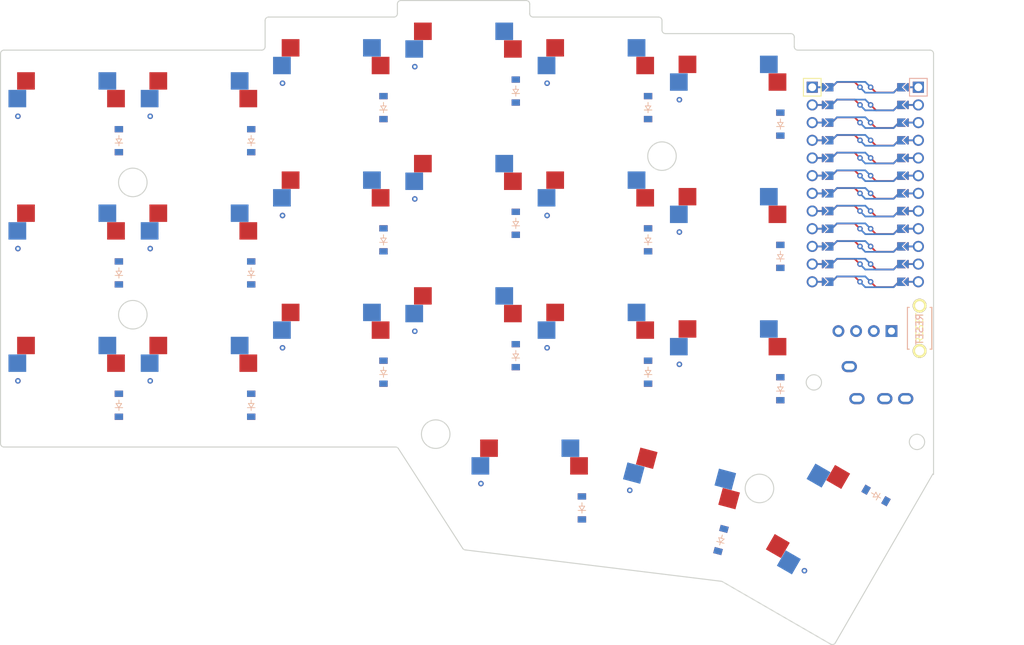
<source format=kicad_pcb>

            
(kicad_pcb (version 20171130) (host pcbnew 5.1.6)

  (page A3)
  (title_block
    (title corney_island)
    (rev 0.1)
    (company ceoloide)
  )

  (general
    (thickness 1.6)
  )

  (layers
    (0 F.Cu signal)
    (31 B.Cu signal)
    (32 B.Adhes user)
    (33 F.Adhes user)
    (34 B.Paste user)
    (35 F.Paste user)
    (36 B.SilkS user)
    (37 F.SilkS user)
    (38 B.Mask user)
    (39 F.Mask user)
    (40 Dwgs.User user)
    (41 Cmts.User user)
    (42 Eco1.User user)
    (43 Eco2.User user)
    (44 Edge.Cuts user)
    (45 Margin user)
    (46 B.CrtYd user)
    (47 F.CrtYd user)
    (48 B.Fab user)
    (49 F.Fab user)
  )

  (setup
    (last_trace_width 0.25)
    (trace_clearance 0.2)
    (zone_clearance 0.508)
    (zone_45_only no)
    (trace_min 0.2)
    (via_size 0.8)
    (via_drill 0.4)
    (via_min_size 0.4)
    (via_min_drill 0.3)
    (uvia_size 0.3)
    (uvia_drill 0.1)
    (uvias_allowed no)
    (uvia_min_size 0.2)
    (uvia_min_drill 0.1)
    (edge_width 0.05)
    (segment_width 0.2)
    (pcb_text_width 0.3)
    (pcb_text_size 1.5 1.5)
    (mod_edge_width 0.12)
    (mod_text_size 1 1)
    (mod_text_width 0.15)
    (pad_size 1.524 1.524)
    (pad_drill 0.762)
    (pad_to_mask_clearance 0.05)
    (aux_axis_origin 0 0)
    (visible_elements FFFFFF7F)
    (pcbplotparams
      (layerselection 0x010fc_ffffffff)
      (usegerberextensions false)
      (usegerberattributes true)
      (usegerberadvancedattributes true)
      (creategerberjobfile true)
      (excludeedgelayer true)
      (linewidth 0.100000)
      (plotframeref false)
      (viasonmask false)
      (mode 1)
      (useauxorigin false)
      (hpglpennumber 1)
      (hpglpenspeed 20)
      (hpglpendiameter 15.000000)
      (psnegative false)
      (psa4output false)
      (plotreference true)
      (plotvalue true)
      (plotinvisibletext false)
      (padsonsilk false)
      (subtractmaskfromsilk false)
      (outputformat 1)
      (mirror false)
      (drillshape 1)
      (scaleselection 1)
      (outputdirectory ""))
  )

            (net 0 "")
(net 1 "C0")
(net 2 "outer_bottom")
(net 3 "outer_home")
(net 4 "outer_top")
(net 5 "C1")
(net 6 "pinky_bottom")
(net 7 "pinky_home")
(net 8 "pinky_top")
(net 9 "C2")
(net 10 "ring_bottom")
(net 11 "ring_home")
(net 12 "ring_top")
(net 13 "C3")
(net 14 "middle_bottom")
(net 15 "middle_home")
(net 16 "middle_top")
(net 17 "C4")
(net 18 "index_bottom")
(net 19 "index_home")
(net 20 "index_top")
(net 21 "C5")
(net 22 "inner_bottom")
(net 23 "inner_home")
(net 24 "inner_top")
(net 25 "near_home")
(net 26 "far_home")
(net 27 "R0")
(net 28 "R1")
(net 29 "R2")
(net 30 "R3")
(net 31 "RAW")
(net 32 "GND")
(net 33 "RST")
(net 34 "VCC")
(net 35 "P16")
(net 36 "P10")
(net 37 "P1")
(net 38 "data")
(net 39 "SDA")
(net 40 "SCL")
(net 41 "P8")
(net 42 "P9")
(net 43 "J1-PadA")
            
  (net_class Default "This is the default net class."
    (clearance 0.2)
    (trace_width 0.25)
    (via_dia 0.8)
    (via_drill 0.4)
    (uvia_dia 0.3)
    (uvia_drill 0.1)
    (add_net "")
(add_net "C0")
(add_net "outer_bottom")
(add_net "outer_home")
(add_net "outer_top")
(add_net "C1")
(add_net "pinky_bottom")
(add_net "pinky_home")
(add_net "pinky_top")
(add_net "C2")
(add_net "ring_bottom")
(add_net "ring_home")
(add_net "ring_top")
(add_net "C3")
(add_net "middle_bottom")
(add_net "middle_home")
(add_net "middle_top")
(add_net "C4")
(add_net "index_bottom")
(add_net "index_home")
(add_net "index_top")
(add_net "C5")
(add_net "inner_bottom")
(add_net "inner_home")
(add_net "inner_top")
(add_net "near_home")
(add_net "far_home")
(add_net "R0")
(add_net "R1")
(add_net "R2")
(add_net "R3")
(add_net "RAW")
(add_net "GND")
(add_net "RST")
(add_net "VCC")
(add_net "P16")
(add_net "P10")
(add_net "P1")
(add_net "data")
(add_net "SDA")
(add_net "SCL")
(add_net "P8")
(add_net "P9")
(add_net "J1-PadA")
  )

            
        
      (module MX (layer F.Cu) (tedit 5DD4F656)
      (at 100 100 0)

      
      (fp_text reference "S1" (at 0 0) (layer F.SilkS) hide (effects (font (size 1.27 1.27) (thickness 0.15))))
      (fp_text value "" (at 0 0) (layer F.SilkS) hide (effects (font (size 1.27 1.27) (thickness 0.15))))

      
      (fp_line (start -7 -6) (end -7 -7) (layer Dwgs.User) (width 0.15))
      (fp_line (start -7 7) (end -6 7) (layer Dwgs.User) (width 0.15))
      (fp_line (start -6 -7) (end -7 -7) (layer Dwgs.User) (width 0.15))
      (fp_line (start -7 7) (end -7 6) (layer Dwgs.User) (width 0.15))
      (fp_line (start 7 6) (end 7 7) (layer Dwgs.User) (width 0.15))
      (fp_line (start 7 -7) (end 6 -7) (layer Dwgs.User) (width 0.15))
      (fp_line (start 6 7) (end 7 7) (layer Dwgs.User) (width 0.15))
      (fp_line (start 7 -7) (end 7 -6) (layer Dwgs.User) (width 0.15))
    
      
      (pad "" np_thru_hole circle (at 0 0) (size 3.9878 3.9878) (drill 3.9878) (layers *.Cu *.Mask))

      
      (pad "" np_thru_hole circle (at 5.08 0) (size 1.7018 1.7018) (drill 1.7018) (layers *.Cu *.Mask))
      (pad "" np_thru_hole circle (at -5.08 0) (size 1.7018 1.7018) (drill 1.7018) (layers *.Cu *.Mask))
      
        
        
        
        (pad "" np_thru_hole circle (at 2.54 -5.08) (size 3 3) (drill 3) (layers *.Cu *.Mask))
        (pad "" np_thru_hole circle (at -3.81 -2.54) (size 3 3) (drill 3) (layers *.Cu *.Mask))
        
        
        (pad 1 smd rect (at -7.085 -2.54 0) (size 2.55 2.5) (layers B.Cu B.Paste B.Mask) (net 1 "C0"))
        (pad 2 smd rect (at 5.842 -5.08 0) (size 2.55 2.5) (layers B.Cu B.Paste B.Mask) (net 2 "outer_bottom"))
        
        
        
        (pad "" np_thru_hole circle (at -2.54 -5.08) (size 3 3) (drill 3) (layers *.Cu *.Mask))
        (pad "" np_thru_hole circle (at 3.81 -2.54) (size 3 3) (drill 3) (layers *.Cu *.Mask))
        
        
        (pad 1 smd rect (at 7.085 -2.54 0) (size 2.55 2.5) (layers F.Cu F.Paste F.Mask) (net 1 "C0"))
        (pad 2 smd rect (at -5.842 -5.08 0) (size 2.55 2.5) (layers F.Cu F.Paste F.Mask) (net 2 "outer_bottom"))
        )
        

        
      (module MX (layer F.Cu) (tedit 5DD4F656)
      (at 100 81 0)

      
      (fp_text reference "S2" (at 0 0) (layer F.SilkS) hide (effects (font (size 1.27 1.27) (thickness 0.15))))
      (fp_text value "" (at 0 0) (layer F.SilkS) hide (effects (font (size 1.27 1.27) (thickness 0.15))))

      
      (fp_line (start -7 -6) (end -7 -7) (layer Dwgs.User) (width 0.15))
      (fp_line (start -7 7) (end -6 7) (layer Dwgs.User) (width 0.15))
      (fp_line (start -6 -7) (end -7 -7) (layer Dwgs.User) (width 0.15))
      (fp_line (start -7 7) (end -7 6) (layer Dwgs.User) (width 0.15))
      (fp_line (start 7 6) (end 7 7) (layer Dwgs.User) (width 0.15))
      (fp_line (start 7 -7) (end 6 -7) (layer Dwgs.User) (width 0.15))
      (fp_line (start 6 7) (end 7 7) (layer Dwgs.User) (width 0.15))
      (fp_line (start 7 -7) (end 7 -6) (layer Dwgs.User) (width 0.15))
    
      
      (pad "" np_thru_hole circle (at 0 0) (size 3.9878 3.9878) (drill 3.9878) (layers *.Cu *.Mask))

      
      (pad "" np_thru_hole circle (at 5.08 0) (size 1.7018 1.7018) (drill 1.7018) (layers *.Cu *.Mask))
      (pad "" np_thru_hole circle (at -5.08 0) (size 1.7018 1.7018) (drill 1.7018) (layers *.Cu *.Mask))
      
        
        
        
        (pad "" np_thru_hole circle (at 2.54 -5.08) (size 3 3) (drill 3) (layers *.Cu *.Mask))
        (pad "" np_thru_hole circle (at -3.81 -2.54) (size 3 3) (drill 3) (layers *.Cu *.Mask))
        
        
        (pad 1 smd rect (at -7.085 -2.54 0) (size 2.55 2.5) (layers B.Cu B.Paste B.Mask) (net 1 "C0"))
        (pad 2 smd rect (at 5.842 -5.08 0) (size 2.55 2.5) (layers B.Cu B.Paste B.Mask) (net 3 "outer_home"))
        
        
        
        (pad "" np_thru_hole circle (at -2.54 -5.08) (size 3 3) (drill 3) (layers *.Cu *.Mask))
        (pad "" np_thru_hole circle (at 3.81 -2.54) (size 3 3) (drill 3) (layers *.Cu *.Mask))
        
        
        (pad 1 smd rect (at 7.085 -2.54 0) (size 2.55 2.5) (layers F.Cu F.Paste F.Mask) (net 1 "C0"))
        (pad 2 smd rect (at -5.842 -5.08 0) (size 2.55 2.5) (layers F.Cu F.Paste F.Mask) (net 3 "outer_home"))
        )
        

        
      (module MX (layer F.Cu) (tedit 5DD4F656)
      (at 100 62 0)

      
      (fp_text reference "S3" (at 0 0) (layer F.SilkS) hide (effects (font (size 1.27 1.27) (thickness 0.15))))
      (fp_text value "" (at 0 0) (layer F.SilkS) hide (effects (font (size 1.27 1.27) (thickness 0.15))))

      
      (fp_line (start -7 -6) (end -7 -7) (layer Dwgs.User) (width 0.15))
      (fp_line (start -7 7) (end -6 7) (layer Dwgs.User) (width 0.15))
      (fp_line (start -6 -7) (end -7 -7) (layer Dwgs.User) (width 0.15))
      (fp_line (start -7 7) (end -7 6) (layer Dwgs.User) (width 0.15))
      (fp_line (start 7 6) (end 7 7) (layer Dwgs.User) (width 0.15))
      (fp_line (start 7 -7) (end 6 -7) (layer Dwgs.User) (width 0.15))
      (fp_line (start 6 7) (end 7 7) (layer Dwgs.User) (width 0.15))
      (fp_line (start 7 -7) (end 7 -6) (layer Dwgs.User) (width 0.15))
    
      
      (pad "" np_thru_hole circle (at 0 0) (size 3.9878 3.9878) (drill 3.9878) (layers *.Cu *.Mask))

      
      (pad "" np_thru_hole circle (at 5.08 0) (size 1.7018 1.7018) (drill 1.7018) (layers *.Cu *.Mask))
      (pad "" np_thru_hole circle (at -5.08 0) (size 1.7018 1.7018) (drill 1.7018) (layers *.Cu *.Mask))
      
        
        
        
        (pad "" np_thru_hole circle (at 2.54 -5.08) (size 3 3) (drill 3) (layers *.Cu *.Mask))
        (pad "" np_thru_hole circle (at -3.81 -2.54) (size 3 3) (drill 3) (layers *.Cu *.Mask))
        
        
        (pad 1 smd rect (at -7.085 -2.54 0) (size 2.55 2.5) (layers B.Cu B.Paste B.Mask) (net 1 "C0"))
        (pad 2 smd rect (at 5.842 -5.08 0) (size 2.55 2.5) (layers B.Cu B.Paste B.Mask) (net 4 "outer_top"))
        
        
        
        (pad "" np_thru_hole circle (at -2.54 -5.08) (size 3 3) (drill 3) (layers *.Cu *.Mask))
        (pad "" np_thru_hole circle (at 3.81 -2.54) (size 3 3) (drill 3) (layers *.Cu *.Mask))
        
        
        (pad 1 smd rect (at 7.085 -2.54 0) (size 2.55 2.5) (layers F.Cu F.Paste F.Mask) (net 1 "C0"))
        (pad 2 smd rect (at -5.842 -5.08 0) (size 2.55 2.5) (layers F.Cu F.Paste F.Mask) (net 4 "outer_top"))
        )
        

        
      (module MX (layer F.Cu) (tedit 5DD4F656)
      (at 119 100 0)

      
      (fp_text reference "S4" (at 0 0) (layer F.SilkS) hide (effects (font (size 1.27 1.27) (thickness 0.15))))
      (fp_text value "" (at 0 0) (layer F.SilkS) hide (effects (font (size 1.27 1.27) (thickness 0.15))))

      
      (fp_line (start -7 -6) (end -7 -7) (layer Dwgs.User) (width 0.15))
      (fp_line (start -7 7) (end -6 7) (layer Dwgs.User) (width 0.15))
      (fp_line (start -6 -7) (end -7 -7) (layer Dwgs.User) (width 0.15))
      (fp_line (start -7 7) (end -7 6) (layer Dwgs.User) (width 0.15))
      (fp_line (start 7 6) (end 7 7) (layer Dwgs.User) (width 0.15))
      (fp_line (start 7 -7) (end 6 -7) (layer Dwgs.User) (width 0.15))
      (fp_line (start 6 7) (end 7 7) (layer Dwgs.User) (width 0.15))
      (fp_line (start 7 -7) (end 7 -6) (layer Dwgs.User) (width 0.15))
    
      
      (pad "" np_thru_hole circle (at 0 0) (size 3.9878 3.9878) (drill 3.9878) (layers *.Cu *.Mask))

      
      (pad "" np_thru_hole circle (at 5.08 0) (size 1.7018 1.7018) (drill 1.7018) (layers *.Cu *.Mask))
      (pad "" np_thru_hole circle (at -5.08 0) (size 1.7018 1.7018) (drill 1.7018) (layers *.Cu *.Mask))
      
        
        
        
        (pad "" np_thru_hole circle (at 2.54 -5.08) (size 3 3) (drill 3) (layers *.Cu *.Mask))
        (pad "" np_thru_hole circle (at -3.81 -2.54) (size 3 3) (drill 3) (layers *.Cu *.Mask))
        
        
        (pad 1 smd rect (at -7.085 -2.54 0) (size 2.55 2.5) (layers B.Cu B.Paste B.Mask) (net 5 "C1"))
        (pad 2 smd rect (at 5.842 -5.08 0) (size 2.55 2.5) (layers B.Cu B.Paste B.Mask) (net 6 "pinky_bottom"))
        
        
        
        (pad "" np_thru_hole circle (at -2.54 -5.08) (size 3 3) (drill 3) (layers *.Cu *.Mask))
        (pad "" np_thru_hole circle (at 3.81 -2.54) (size 3 3) (drill 3) (layers *.Cu *.Mask))
        
        
        (pad 1 smd rect (at 7.085 -2.54 0) (size 2.55 2.5) (layers F.Cu F.Paste F.Mask) (net 5 "C1"))
        (pad 2 smd rect (at -5.842 -5.08 0) (size 2.55 2.5) (layers F.Cu F.Paste F.Mask) (net 6 "pinky_bottom"))
        )
        

        
      (module MX (layer F.Cu) (tedit 5DD4F656)
      (at 119 81 0)

      
      (fp_text reference "S5" (at 0 0) (layer F.SilkS) hide (effects (font (size 1.27 1.27) (thickness 0.15))))
      (fp_text value "" (at 0 0) (layer F.SilkS) hide (effects (font (size 1.27 1.27) (thickness 0.15))))

      
      (fp_line (start -7 -6) (end -7 -7) (layer Dwgs.User) (width 0.15))
      (fp_line (start -7 7) (end -6 7) (layer Dwgs.User) (width 0.15))
      (fp_line (start -6 -7) (end -7 -7) (layer Dwgs.User) (width 0.15))
      (fp_line (start -7 7) (end -7 6) (layer Dwgs.User) (width 0.15))
      (fp_line (start 7 6) (end 7 7) (layer Dwgs.User) (width 0.15))
      (fp_line (start 7 -7) (end 6 -7) (layer Dwgs.User) (width 0.15))
      (fp_line (start 6 7) (end 7 7) (layer Dwgs.User) (width 0.15))
      (fp_line (start 7 -7) (end 7 -6) (layer Dwgs.User) (width 0.15))
    
      
      (pad "" np_thru_hole circle (at 0 0) (size 3.9878 3.9878) (drill 3.9878) (layers *.Cu *.Mask))

      
      (pad "" np_thru_hole circle (at 5.08 0) (size 1.7018 1.7018) (drill 1.7018) (layers *.Cu *.Mask))
      (pad "" np_thru_hole circle (at -5.08 0) (size 1.7018 1.7018) (drill 1.7018) (layers *.Cu *.Mask))
      
        
        
        
        (pad "" np_thru_hole circle (at 2.54 -5.08) (size 3 3) (drill 3) (layers *.Cu *.Mask))
        (pad "" np_thru_hole circle (at -3.81 -2.54) (size 3 3) (drill 3) (layers *.Cu *.Mask))
        
        
        (pad 1 smd rect (at -7.085 -2.54 0) (size 2.55 2.5) (layers B.Cu B.Paste B.Mask) (net 5 "C1"))
        (pad 2 smd rect (at 5.842 -5.08 0) (size 2.55 2.5) (layers B.Cu B.Paste B.Mask) (net 7 "pinky_home"))
        
        
        
        (pad "" np_thru_hole circle (at -2.54 -5.08) (size 3 3) (drill 3) (layers *.Cu *.Mask))
        (pad "" np_thru_hole circle (at 3.81 -2.54) (size 3 3) (drill 3) (layers *.Cu *.Mask))
        
        
        (pad 1 smd rect (at 7.085 -2.54 0) (size 2.55 2.5) (layers F.Cu F.Paste F.Mask) (net 5 "C1"))
        (pad 2 smd rect (at -5.842 -5.08 0) (size 2.55 2.5) (layers F.Cu F.Paste F.Mask) (net 7 "pinky_home"))
        )
        

        
      (module MX (layer F.Cu) (tedit 5DD4F656)
      (at 119 62 0)

      
      (fp_text reference "S6" (at 0 0) (layer F.SilkS) hide (effects (font (size 1.27 1.27) (thickness 0.15))))
      (fp_text value "" (at 0 0) (layer F.SilkS) hide (effects (font (size 1.27 1.27) (thickness 0.15))))

      
      (fp_line (start -7 -6) (end -7 -7) (layer Dwgs.User) (width 0.15))
      (fp_line (start -7 7) (end -6 7) (layer Dwgs.User) (width 0.15))
      (fp_line (start -6 -7) (end -7 -7) (layer Dwgs.User) (width 0.15))
      (fp_line (start -7 7) (end -7 6) (layer Dwgs.User) (width 0.15))
      (fp_line (start 7 6) (end 7 7) (layer Dwgs.User) (width 0.15))
      (fp_line (start 7 -7) (end 6 -7) (layer Dwgs.User) (width 0.15))
      (fp_line (start 6 7) (end 7 7) (layer Dwgs.User) (width 0.15))
      (fp_line (start 7 -7) (end 7 -6) (layer Dwgs.User) (width 0.15))
    
      
      (pad "" np_thru_hole circle (at 0 0) (size 3.9878 3.9878) (drill 3.9878) (layers *.Cu *.Mask))

      
      (pad "" np_thru_hole circle (at 5.08 0) (size 1.7018 1.7018) (drill 1.7018) (layers *.Cu *.Mask))
      (pad "" np_thru_hole circle (at -5.08 0) (size 1.7018 1.7018) (drill 1.7018) (layers *.Cu *.Mask))
      
        
        
        
        (pad "" np_thru_hole circle (at 2.54 -5.08) (size 3 3) (drill 3) (layers *.Cu *.Mask))
        (pad "" np_thru_hole circle (at -3.81 -2.54) (size 3 3) (drill 3) (layers *.Cu *.Mask))
        
        
        (pad 1 smd rect (at -7.085 -2.54 0) (size 2.55 2.5) (layers B.Cu B.Paste B.Mask) (net 5 "C1"))
        (pad 2 smd rect (at 5.842 -5.08 0) (size 2.55 2.5) (layers B.Cu B.Paste B.Mask) (net 8 "pinky_top"))
        
        
        
        (pad "" np_thru_hole circle (at -2.54 -5.08) (size 3 3) (drill 3) (layers *.Cu *.Mask))
        (pad "" np_thru_hole circle (at 3.81 -2.54) (size 3 3) (drill 3) (layers *.Cu *.Mask))
        
        
        (pad 1 smd rect (at 7.085 -2.54 0) (size 2.55 2.5) (layers F.Cu F.Paste F.Mask) (net 5 "C1"))
        (pad 2 smd rect (at -5.842 -5.08 0) (size 2.55 2.5) (layers F.Cu F.Paste F.Mask) (net 8 "pinky_top"))
        )
        

        
      (module MX (layer F.Cu) (tedit 5DD4F656)
      (at 138 95.25 0)

      
      (fp_text reference "S7" (at 0 0) (layer F.SilkS) hide (effects (font (size 1.27 1.27) (thickness 0.15))))
      (fp_text value "" (at 0 0) (layer F.SilkS) hide (effects (font (size 1.27 1.27) (thickness 0.15))))

      
      (fp_line (start -7 -6) (end -7 -7) (layer Dwgs.User) (width 0.15))
      (fp_line (start -7 7) (end -6 7) (layer Dwgs.User) (width 0.15))
      (fp_line (start -6 -7) (end -7 -7) (layer Dwgs.User) (width 0.15))
      (fp_line (start -7 7) (end -7 6) (layer Dwgs.User) (width 0.15))
      (fp_line (start 7 6) (end 7 7) (layer Dwgs.User) (width 0.15))
      (fp_line (start 7 -7) (end 6 -7) (layer Dwgs.User) (width 0.15))
      (fp_line (start 6 7) (end 7 7) (layer Dwgs.User) (width 0.15))
      (fp_line (start 7 -7) (end 7 -6) (layer Dwgs.User) (width 0.15))
    
      
      (pad "" np_thru_hole circle (at 0 0) (size 3.9878 3.9878) (drill 3.9878) (layers *.Cu *.Mask))

      
      (pad "" np_thru_hole circle (at 5.08 0) (size 1.7018 1.7018) (drill 1.7018) (layers *.Cu *.Mask))
      (pad "" np_thru_hole circle (at -5.08 0) (size 1.7018 1.7018) (drill 1.7018) (layers *.Cu *.Mask))
      
        
        
        
        (pad "" np_thru_hole circle (at 2.54 -5.08) (size 3 3) (drill 3) (layers *.Cu *.Mask))
        (pad "" np_thru_hole circle (at -3.81 -2.54) (size 3 3) (drill 3) (layers *.Cu *.Mask))
        
        
        (pad 1 smd rect (at -7.085 -2.54 0) (size 2.55 2.5) (layers B.Cu B.Paste B.Mask) (net 9 "C2"))
        (pad 2 smd rect (at 5.842 -5.08 0) (size 2.55 2.5) (layers B.Cu B.Paste B.Mask) (net 10 "ring_bottom"))
        
        
        
        (pad "" np_thru_hole circle (at -2.54 -5.08) (size 3 3) (drill 3) (layers *.Cu *.Mask))
        (pad "" np_thru_hole circle (at 3.81 -2.54) (size 3 3) (drill 3) (layers *.Cu *.Mask))
        
        
        (pad 1 smd rect (at 7.085 -2.54 0) (size 2.55 2.5) (layers F.Cu F.Paste F.Mask) (net 9 "C2"))
        (pad 2 smd rect (at -5.842 -5.08 0) (size 2.55 2.5) (layers F.Cu F.Paste F.Mask) (net 10 "ring_bottom"))
        )
        

        
      (module MX (layer F.Cu) (tedit 5DD4F656)
      (at 138 76.25 0)

      
      (fp_text reference "S8" (at 0 0) (layer F.SilkS) hide (effects (font (size 1.27 1.27) (thickness 0.15))))
      (fp_text value "" (at 0 0) (layer F.SilkS) hide (effects (font (size 1.27 1.27) (thickness 0.15))))

      
      (fp_line (start -7 -6) (end -7 -7) (layer Dwgs.User) (width 0.15))
      (fp_line (start -7 7) (end -6 7) (layer Dwgs.User) (width 0.15))
      (fp_line (start -6 -7) (end -7 -7) (layer Dwgs.User) (width 0.15))
      (fp_line (start -7 7) (end -7 6) (layer Dwgs.User) (width 0.15))
      (fp_line (start 7 6) (end 7 7) (layer Dwgs.User) (width 0.15))
      (fp_line (start 7 -7) (end 6 -7) (layer Dwgs.User) (width 0.15))
      (fp_line (start 6 7) (end 7 7) (layer Dwgs.User) (width 0.15))
      (fp_line (start 7 -7) (end 7 -6) (layer Dwgs.User) (width 0.15))
    
      
      (pad "" np_thru_hole circle (at 0 0) (size 3.9878 3.9878) (drill 3.9878) (layers *.Cu *.Mask))

      
      (pad "" np_thru_hole circle (at 5.08 0) (size 1.7018 1.7018) (drill 1.7018) (layers *.Cu *.Mask))
      (pad "" np_thru_hole circle (at -5.08 0) (size 1.7018 1.7018) (drill 1.7018) (layers *.Cu *.Mask))
      
        
        
        
        (pad "" np_thru_hole circle (at 2.54 -5.08) (size 3 3) (drill 3) (layers *.Cu *.Mask))
        (pad "" np_thru_hole circle (at -3.81 -2.54) (size 3 3) (drill 3) (layers *.Cu *.Mask))
        
        
        (pad 1 smd rect (at -7.085 -2.54 0) (size 2.55 2.5) (layers B.Cu B.Paste B.Mask) (net 9 "C2"))
        (pad 2 smd rect (at 5.842 -5.08 0) (size 2.55 2.5) (layers B.Cu B.Paste B.Mask) (net 11 "ring_home"))
        
        
        
        (pad "" np_thru_hole circle (at -2.54 -5.08) (size 3 3) (drill 3) (layers *.Cu *.Mask))
        (pad "" np_thru_hole circle (at 3.81 -2.54) (size 3 3) (drill 3) (layers *.Cu *.Mask))
        
        
        (pad 1 smd rect (at 7.085 -2.54 0) (size 2.55 2.5) (layers F.Cu F.Paste F.Mask) (net 9 "C2"))
        (pad 2 smd rect (at -5.842 -5.08 0) (size 2.55 2.5) (layers F.Cu F.Paste F.Mask) (net 11 "ring_home"))
        )
        

        
      (module MX (layer F.Cu) (tedit 5DD4F656)
      (at 138 57.25 0)

      
      (fp_text reference "S9" (at 0 0) (layer F.SilkS) hide (effects (font (size 1.27 1.27) (thickness 0.15))))
      (fp_text value "" (at 0 0) (layer F.SilkS) hide (effects (font (size 1.27 1.27) (thickness 0.15))))

      
      (fp_line (start -7 -6) (end -7 -7) (layer Dwgs.User) (width 0.15))
      (fp_line (start -7 7) (end -6 7) (layer Dwgs.User) (width 0.15))
      (fp_line (start -6 -7) (end -7 -7) (layer Dwgs.User) (width 0.15))
      (fp_line (start -7 7) (end -7 6) (layer Dwgs.User) (width 0.15))
      (fp_line (start 7 6) (end 7 7) (layer Dwgs.User) (width 0.15))
      (fp_line (start 7 -7) (end 6 -7) (layer Dwgs.User) (width 0.15))
      (fp_line (start 6 7) (end 7 7) (layer Dwgs.User) (width 0.15))
      (fp_line (start 7 -7) (end 7 -6) (layer Dwgs.User) (width 0.15))
    
      
      (pad "" np_thru_hole circle (at 0 0) (size 3.9878 3.9878) (drill 3.9878) (layers *.Cu *.Mask))

      
      (pad "" np_thru_hole circle (at 5.08 0) (size 1.7018 1.7018) (drill 1.7018) (layers *.Cu *.Mask))
      (pad "" np_thru_hole circle (at -5.08 0) (size 1.7018 1.7018) (drill 1.7018) (layers *.Cu *.Mask))
      
        
        
        
        (pad "" np_thru_hole circle (at 2.54 -5.08) (size 3 3) (drill 3) (layers *.Cu *.Mask))
        (pad "" np_thru_hole circle (at -3.81 -2.54) (size 3 3) (drill 3) (layers *.Cu *.Mask))
        
        
        (pad 1 smd rect (at -7.085 -2.54 0) (size 2.55 2.5) (layers B.Cu B.Paste B.Mask) (net 9 "C2"))
        (pad 2 smd rect (at 5.842 -5.08 0) (size 2.55 2.5) (layers B.Cu B.Paste B.Mask) (net 12 "ring_top"))
        
        
        
        (pad "" np_thru_hole circle (at -2.54 -5.08) (size 3 3) (drill 3) (layers *.Cu *.Mask))
        (pad "" np_thru_hole circle (at 3.81 -2.54) (size 3 3) (drill 3) (layers *.Cu *.Mask))
        
        
        (pad 1 smd rect (at 7.085 -2.54 0) (size 2.55 2.5) (layers F.Cu F.Paste F.Mask) (net 9 "C2"))
        (pad 2 smd rect (at -5.842 -5.08 0) (size 2.55 2.5) (layers F.Cu F.Paste F.Mask) (net 12 "ring_top"))
        )
        

        
      (module MX (layer F.Cu) (tedit 5DD4F656)
      (at 157 92.875 0)

      
      (fp_text reference "S10" (at 0 0) (layer F.SilkS) hide (effects (font (size 1.27 1.27) (thickness 0.15))))
      (fp_text value "" (at 0 0) (layer F.SilkS) hide (effects (font (size 1.27 1.27) (thickness 0.15))))

      
      (fp_line (start -7 -6) (end -7 -7) (layer Dwgs.User) (width 0.15))
      (fp_line (start -7 7) (end -6 7) (layer Dwgs.User) (width 0.15))
      (fp_line (start -6 -7) (end -7 -7) (layer Dwgs.User) (width 0.15))
      (fp_line (start -7 7) (end -7 6) (layer Dwgs.User) (width 0.15))
      (fp_line (start 7 6) (end 7 7) (layer Dwgs.User) (width 0.15))
      (fp_line (start 7 -7) (end 6 -7) (layer Dwgs.User) (width 0.15))
      (fp_line (start 6 7) (end 7 7) (layer Dwgs.User) (width 0.15))
      (fp_line (start 7 -7) (end 7 -6) (layer Dwgs.User) (width 0.15))
    
      
      (pad "" np_thru_hole circle (at 0 0) (size 3.9878 3.9878) (drill 3.9878) (layers *.Cu *.Mask))

      
      (pad "" np_thru_hole circle (at 5.08 0) (size 1.7018 1.7018) (drill 1.7018) (layers *.Cu *.Mask))
      (pad "" np_thru_hole circle (at -5.08 0) (size 1.7018 1.7018) (drill 1.7018) (layers *.Cu *.Mask))
      
        
        
        
        (pad "" np_thru_hole circle (at 2.54 -5.08) (size 3 3) (drill 3) (layers *.Cu *.Mask))
        (pad "" np_thru_hole circle (at -3.81 -2.54) (size 3 3) (drill 3) (layers *.Cu *.Mask))
        
        
        (pad 1 smd rect (at -7.085 -2.54 0) (size 2.55 2.5) (layers B.Cu B.Paste B.Mask) (net 13 "C3"))
        (pad 2 smd rect (at 5.842 -5.08 0) (size 2.55 2.5) (layers B.Cu B.Paste B.Mask) (net 14 "middle_bottom"))
        
        
        
        (pad "" np_thru_hole circle (at -2.54 -5.08) (size 3 3) (drill 3) (layers *.Cu *.Mask))
        (pad "" np_thru_hole circle (at 3.81 -2.54) (size 3 3) (drill 3) (layers *.Cu *.Mask))
        
        
        (pad 1 smd rect (at 7.085 -2.54 0) (size 2.55 2.5) (layers F.Cu F.Paste F.Mask) (net 13 "C3"))
        (pad 2 smd rect (at -5.842 -5.08 0) (size 2.55 2.5) (layers F.Cu F.Paste F.Mask) (net 14 "middle_bottom"))
        )
        

        
      (module MX (layer F.Cu) (tedit 5DD4F656)
      (at 157 73.875 0)

      
      (fp_text reference "S11" (at 0 0) (layer F.SilkS) hide (effects (font (size 1.27 1.27) (thickness 0.15))))
      (fp_text value "" (at 0 0) (layer F.SilkS) hide (effects (font (size 1.27 1.27) (thickness 0.15))))

      
      (fp_line (start -7 -6) (end -7 -7) (layer Dwgs.User) (width 0.15))
      (fp_line (start -7 7) (end -6 7) (layer Dwgs.User) (width 0.15))
      (fp_line (start -6 -7) (end -7 -7) (layer Dwgs.User) (width 0.15))
      (fp_line (start -7 7) (end -7 6) (layer Dwgs.User) (width 0.15))
      (fp_line (start 7 6) (end 7 7) (layer Dwgs.User) (width 0.15))
      (fp_line (start 7 -7) (end 6 -7) (layer Dwgs.User) (width 0.15))
      (fp_line (start 6 7) (end 7 7) (layer Dwgs.User) (width 0.15))
      (fp_line (start 7 -7) (end 7 -6) (layer Dwgs.User) (width 0.15))
    
      
      (pad "" np_thru_hole circle (at 0 0) (size 3.9878 3.9878) (drill 3.9878) (layers *.Cu *.Mask))

      
      (pad "" np_thru_hole circle (at 5.08 0) (size 1.7018 1.7018) (drill 1.7018) (layers *.Cu *.Mask))
      (pad "" np_thru_hole circle (at -5.08 0) (size 1.7018 1.7018) (drill 1.7018) (layers *.Cu *.Mask))
      
        
        
        
        (pad "" np_thru_hole circle (at 2.54 -5.08) (size 3 3) (drill 3) (layers *.Cu *.Mask))
        (pad "" np_thru_hole circle (at -3.81 -2.54) (size 3 3) (drill 3) (layers *.Cu *.Mask))
        
        
        (pad 1 smd rect (at -7.085 -2.54 0) (size 2.55 2.5) (layers B.Cu B.Paste B.Mask) (net 13 "C3"))
        (pad 2 smd rect (at 5.842 -5.08 0) (size 2.55 2.5) (layers B.Cu B.Paste B.Mask) (net 15 "middle_home"))
        
        
        
        (pad "" np_thru_hole circle (at -2.54 -5.08) (size 3 3) (drill 3) (layers *.Cu *.Mask))
        (pad "" np_thru_hole circle (at 3.81 -2.54) (size 3 3) (drill 3) (layers *.Cu *.Mask))
        
        
        (pad 1 smd rect (at 7.085 -2.54 0) (size 2.55 2.5) (layers F.Cu F.Paste F.Mask) (net 13 "C3"))
        (pad 2 smd rect (at -5.842 -5.08 0) (size 2.55 2.5) (layers F.Cu F.Paste F.Mask) (net 15 "middle_home"))
        )
        

        
      (module MX (layer F.Cu) (tedit 5DD4F656)
      (at 157 54.875 0)

      
      (fp_text reference "S12" (at 0 0) (layer F.SilkS) hide (effects (font (size 1.27 1.27) (thickness 0.15))))
      (fp_text value "" (at 0 0) (layer F.SilkS) hide (effects (font (size 1.27 1.27) (thickness 0.15))))

      
      (fp_line (start -7 -6) (end -7 -7) (layer Dwgs.User) (width 0.15))
      (fp_line (start -7 7) (end -6 7) (layer Dwgs.User) (width 0.15))
      (fp_line (start -6 -7) (end -7 -7) (layer Dwgs.User) (width 0.15))
      (fp_line (start -7 7) (end -7 6) (layer Dwgs.User) (width 0.15))
      (fp_line (start 7 6) (end 7 7) (layer Dwgs.User) (width 0.15))
      (fp_line (start 7 -7) (end 6 -7) (layer Dwgs.User) (width 0.15))
      (fp_line (start 6 7) (end 7 7) (layer Dwgs.User) (width 0.15))
      (fp_line (start 7 -7) (end 7 -6) (layer Dwgs.User) (width 0.15))
    
      
      (pad "" np_thru_hole circle (at 0 0) (size 3.9878 3.9878) (drill 3.9878) (layers *.Cu *.Mask))

      
      (pad "" np_thru_hole circle (at 5.08 0) (size 1.7018 1.7018) (drill 1.7018) (layers *.Cu *.Mask))
      (pad "" np_thru_hole circle (at -5.08 0) (size 1.7018 1.7018) (drill 1.7018) (layers *.Cu *.Mask))
      
        
        
        
        (pad "" np_thru_hole circle (at 2.54 -5.08) (size 3 3) (drill 3) (layers *.Cu *.Mask))
        (pad "" np_thru_hole circle (at -3.81 -2.54) (size 3 3) (drill 3) (layers *.Cu *.Mask))
        
        
        (pad 1 smd rect (at -7.085 -2.54 0) (size 2.55 2.5) (layers B.Cu B.Paste B.Mask) (net 13 "C3"))
        (pad 2 smd rect (at 5.842 -5.08 0) (size 2.55 2.5) (layers B.Cu B.Paste B.Mask) (net 16 "middle_top"))
        
        
        
        (pad "" np_thru_hole circle (at -2.54 -5.08) (size 3 3) (drill 3) (layers *.Cu *.Mask))
        (pad "" np_thru_hole circle (at 3.81 -2.54) (size 3 3) (drill 3) (layers *.Cu *.Mask))
        
        
        (pad 1 smd rect (at 7.085 -2.54 0) (size 2.55 2.5) (layers F.Cu F.Paste F.Mask) (net 13 "C3"))
        (pad 2 smd rect (at -5.842 -5.08 0) (size 2.55 2.5) (layers F.Cu F.Paste F.Mask) (net 16 "middle_top"))
        )
        

        
      (module MX (layer F.Cu) (tedit 5DD4F656)
      (at 176 95.25 0)

      
      (fp_text reference "S13" (at 0 0) (layer F.SilkS) hide (effects (font (size 1.27 1.27) (thickness 0.15))))
      (fp_text value "" (at 0 0) (layer F.SilkS) hide (effects (font (size 1.27 1.27) (thickness 0.15))))

      
      (fp_line (start -7 -6) (end -7 -7) (layer Dwgs.User) (width 0.15))
      (fp_line (start -7 7) (end -6 7) (layer Dwgs.User) (width 0.15))
      (fp_line (start -6 -7) (end -7 -7) (layer Dwgs.User) (width 0.15))
      (fp_line (start -7 7) (end -7 6) (layer Dwgs.User) (width 0.15))
      (fp_line (start 7 6) (end 7 7) (layer Dwgs.User) (width 0.15))
      (fp_line (start 7 -7) (end 6 -7) (layer Dwgs.User) (width 0.15))
      (fp_line (start 6 7) (end 7 7) (layer Dwgs.User) (width 0.15))
      (fp_line (start 7 -7) (end 7 -6) (layer Dwgs.User) (width 0.15))
    
      
      (pad "" np_thru_hole circle (at 0 0) (size 3.9878 3.9878) (drill 3.9878) (layers *.Cu *.Mask))

      
      (pad "" np_thru_hole circle (at 5.08 0) (size 1.7018 1.7018) (drill 1.7018) (layers *.Cu *.Mask))
      (pad "" np_thru_hole circle (at -5.08 0) (size 1.7018 1.7018) (drill 1.7018) (layers *.Cu *.Mask))
      
        
        
        
        (pad "" np_thru_hole circle (at 2.54 -5.08) (size 3 3) (drill 3) (layers *.Cu *.Mask))
        (pad "" np_thru_hole circle (at -3.81 -2.54) (size 3 3) (drill 3) (layers *.Cu *.Mask))
        
        
        (pad 1 smd rect (at -7.085 -2.54 0) (size 2.55 2.5) (layers B.Cu B.Paste B.Mask) (net 17 "C4"))
        (pad 2 smd rect (at 5.842 -5.08 0) (size 2.55 2.5) (layers B.Cu B.Paste B.Mask) (net 18 "index_bottom"))
        
        
        
        (pad "" np_thru_hole circle (at -2.54 -5.08) (size 3 3) (drill 3) (layers *.Cu *.Mask))
        (pad "" np_thru_hole circle (at 3.81 -2.54) (size 3 3) (drill 3) (layers *.Cu *.Mask))
        
        
        (pad 1 smd rect (at 7.085 -2.54 0) (size 2.55 2.5) (layers F.Cu F.Paste F.Mask) (net 17 "C4"))
        (pad 2 smd rect (at -5.842 -5.08 0) (size 2.55 2.5) (layers F.Cu F.Paste F.Mask) (net 18 "index_bottom"))
        )
        

        
      (module MX (layer F.Cu) (tedit 5DD4F656)
      (at 176 76.25 0)

      
      (fp_text reference "S14" (at 0 0) (layer F.SilkS) hide (effects (font (size 1.27 1.27) (thickness 0.15))))
      (fp_text value "" (at 0 0) (layer F.SilkS) hide (effects (font (size 1.27 1.27) (thickness 0.15))))

      
      (fp_line (start -7 -6) (end -7 -7) (layer Dwgs.User) (width 0.15))
      (fp_line (start -7 7) (end -6 7) (layer Dwgs.User) (width 0.15))
      (fp_line (start -6 -7) (end -7 -7) (layer Dwgs.User) (width 0.15))
      (fp_line (start -7 7) (end -7 6) (layer Dwgs.User) (width 0.15))
      (fp_line (start 7 6) (end 7 7) (layer Dwgs.User) (width 0.15))
      (fp_line (start 7 -7) (end 6 -7) (layer Dwgs.User) (width 0.15))
      (fp_line (start 6 7) (end 7 7) (layer Dwgs.User) (width 0.15))
      (fp_line (start 7 -7) (end 7 -6) (layer Dwgs.User) (width 0.15))
    
      
      (pad "" np_thru_hole circle (at 0 0) (size 3.9878 3.9878) (drill 3.9878) (layers *.Cu *.Mask))

      
      (pad "" np_thru_hole circle (at 5.08 0) (size 1.7018 1.7018) (drill 1.7018) (layers *.Cu *.Mask))
      (pad "" np_thru_hole circle (at -5.08 0) (size 1.7018 1.7018) (drill 1.7018) (layers *.Cu *.Mask))
      
        
        
        
        (pad "" np_thru_hole circle (at 2.54 -5.08) (size 3 3) (drill 3) (layers *.Cu *.Mask))
        (pad "" np_thru_hole circle (at -3.81 -2.54) (size 3 3) (drill 3) (layers *.Cu *.Mask))
        
        
        (pad 1 smd rect (at -7.085 -2.54 0) (size 2.55 2.5) (layers B.Cu B.Paste B.Mask) (net 17 "C4"))
        (pad 2 smd rect (at 5.842 -5.08 0) (size 2.55 2.5) (layers B.Cu B.Paste B.Mask) (net 19 "index_home"))
        
        
        
        (pad "" np_thru_hole circle (at -2.54 -5.08) (size 3 3) (drill 3) (layers *.Cu *.Mask))
        (pad "" np_thru_hole circle (at 3.81 -2.54) (size 3 3) (drill 3) (layers *.Cu *.Mask))
        
        
        (pad 1 smd rect (at 7.085 -2.54 0) (size 2.55 2.5) (layers F.Cu F.Paste F.Mask) (net 17 "C4"))
        (pad 2 smd rect (at -5.842 -5.08 0) (size 2.55 2.5) (layers F.Cu F.Paste F.Mask) (net 19 "index_home"))
        )
        

        
      (module MX (layer F.Cu) (tedit 5DD4F656)
      (at 176 57.25 0)

      
      (fp_text reference "S15" (at 0 0) (layer F.SilkS) hide (effects (font (size 1.27 1.27) (thickness 0.15))))
      (fp_text value "" (at 0 0) (layer F.SilkS) hide (effects (font (size 1.27 1.27) (thickness 0.15))))

      
      (fp_line (start -7 -6) (end -7 -7) (layer Dwgs.User) (width 0.15))
      (fp_line (start -7 7) (end -6 7) (layer Dwgs.User) (width 0.15))
      (fp_line (start -6 -7) (end -7 -7) (layer Dwgs.User) (width 0.15))
      (fp_line (start -7 7) (end -7 6) (layer Dwgs.User) (width 0.15))
      (fp_line (start 7 6) (end 7 7) (layer Dwgs.User) (width 0.15))
      (fp_line (start 7 -7) (end 6 -7) (layer Dwgs.User) (width 0.15))
      (fp_line (start 6 7) (end 7 7) (layer Dwgs.User) (width 0.15))
      (fp_line (start 7 -7) (end 7 -6) (layer Dwgs.User) (width 0.15))
    
      
      (pad "" np_thru_hole circle (at 0 0) (size 3.9878 3.9878) (drill 3.9878) (layers *.Cu *.Mask))

      
      (pad "" np_thru_hole circle (at 5.08 0) (size 1.7018 1.7018) (drill 1.7018) (layers *.Cu *.Mask))
      (pad "" np_thru_hole circle (at -5.08 0) (size 1.7018 1.7018) (drill 1.7018) (layers *.Cu *.Mask))
      
        
        
        
        (pad "" np_thru_hole circle (at 2.54 -5.08) (size 3 3) (drill 3) (layers *.Cu *.Mask))
        (pad "" np_thru_hole circle (at -3.81 -2.54) (size 3 3) (drill 3) (layers *.Cu *.Mask))
        
        
        (pad 1 smd rect (at -7.085 -2.54 0) (size 2.55 2.5) (layers B.Cu B.Paste B.Mask) (net 17 "C4"))
        (pad 2 smd rect (at 5.842 -5.08 0) (size 2.55 2.5) (layers B.Cu B.Paste B.Mask) (net 20 "index_top"))
        
        
        
        (pad "" np_thru_hole circle (at -2.54 -5.08) (size 3 3) (drill 3) (layers *.Cu *.Mask))
        (pad "" np_thru_hole circle (at 3.81 -2.54) (size 3 3) (drill 3) (layers *.Cu *.Mask))
        
        
        (pad 1 smd rect (at 7.085 -2.54 0) (size 2.55 2.5) (layers F.Cu F.Paste F.Mask) (net 17 "C4"))
        (pad 2 smd rect (at -5.842 -5.08 0) (size 2.55 2.5) (layers F.Cu F.Paste F.Mask) (net 20 "index_top"))
        )
        

        
      (module MX (layer F.Cu) (tedit 5DD4F656)
      (at 195 97.625 0)

      
      (fp_text reference "S16" (at 0 0) (layer F.SilkS) hide (effects (font (size 1.27 1.27) (thickness 0.15))))
      (fp_text value "" (at 0 0) (layer F.SilkS) hide (effects (font (size 1.27 1.27) (thickness 0.15))))

      
      (fp_line (start -7 -6) (end -7 -7) (layer Dwgs.User) (width 0.15))
      (fp_line (start -7 7) (end -6 7) (layer Dwgs.User) (width 0.15))
      (fp_line (start -6 -7) (end -7 -7) (layer Dwgs.User) (width 0.15))
      (fp_line (start -7 7) (end -7 6) (layer Dwgs.User) (width 0.15))
      (fp_line (start 7 6) (end 7 7) (layer Dwgs.User) (width 0.15))
      (fp_line (start 7 -7) (end 6 -7) (layer Dwgs.User) (width 0.15))
      (fp_line (start 6 7) (end 7 7) (layer Dwgs.User) (width 0.15))
      (fp_line (start 7 -7) (end 7 -6) (layer Dwgs.User) (width 0.15))
    
      
      (pad "" np_thru_hole circle (at 0 0) (size 3.9878 3.9878) (drill 3.9878) (layers *.Cu *.Mask))

      
      (pad "" np_thru_hole circle (at 5.08 0) (size 1.7018 1.7018) (drill 1.7018) (layers *.Cu *.Mask))
      (pad "" np_thru_hole circle (at -5.08 0) (size 1.7018 1.7018) (drill 1.7018) (layers *.Cu *.Mask))
      
        
        
        
        (pad "" np_thru_hole circle (at 2.54 -5.08) (size 3 3) (drill 3) (layers *.Cu *.Mask))
        (pad "" np_thru_hole circle (at -3.81 -2.54) (size 3 3) (drill 3) (layers *.Cu *.Mask))
        
        
        (pad 1 smd rect (at -7.085 -2.54 0) (size 2.55 2.5) (layers B.Cu B.Paste B.Mask) (net 21 "C5"))
        (pad 2 smd rect (at 5.842 -5.08 0) (size 2.55 2.5) (layers B.Cu B.Paste B.Mask) (net 22 "inner_bottom"))
        
        
        
        (pad "" np_thru_hole circle (at -2.54 -5.08) (size 3 3) (drill 3) (layers *.Cu *.Mask))
        (pad "" np_thru_hole circle (at 3.81 -2.54) (size 3 3) (drill 3) (layers *.Cu *.Mask))
        
        
        (pad 1 smd rect (at 7.085 -2.54 0) (size 2.55 2.5) (layers F.Cu F.Paste F.Mask) (net 21 "C5"))
        (pad 2 smd rect (at -5.842 -5.08 0) (size 2.55 2.5) (layers F.Cu F.Paste F.Mask) (net 22 "inner_bottom"))
        )
        

        
      (module MX (layer F.Cu) (tedit 5DD4F656)
      (at 195 78.625 0)

      
      (fp_text reference "S17" (at 0 0) (layer F.SilkS) hide (effects (font (size 1.27 1.27) (thickness 0.15))))
      (fp_text value "" (at 0 0) (layer F.SilkS) hide (effects (font (size 1.27 1.27) (thickness 0.15))))

      
      (fp_line (start -7 -6) (end -7 -7) (layer Dwgs.User) (width 0.15))
      (fp_line (start -7 7) (end -6 7) (layer Dwgs.User) (width 0.15))
      (fp_line (start -6 -7) (end -7 -7) (layer Dwgs.User) (width 0.15))
      (fp_line (start -7 7) (end -7 6) (layer Dwgs.User) (width 0.15))
      (fp_line (start 7 6) (end 7 7) (layer Dwgs.User) (width 0.15))
      (fp_line (start 7 -7) (end 6 -7) (layer Dwgs.User) (width 0.15))
      (fp_line (start 6 7) (end 7 7) (layer Dwgs.User) (width 0.15))
      (fp_line (start 7 -7) (end 7 -6) (layer Dwgs.User) (width 0.15))
    
      
      (pad "" np_thru_hole circle (at 0 0) (size 3.9878 3.9878) (drill 3.9878) (layers *.Cu *.Mask))

      
      (pad "" np_thru_hole circle (at 5.08 0) (size 1.7018 1.7018) (drill 1.7018) (layers *.Cu *.Mask))
      (pad "" np_thru_hole circle (at -5.08 0) (size 1.7018 1.7018) (drill 1.7018) (layers *.Cu *.Mask))
      
        
        
        
        (pad "" np_thru_hole circle (at 2.54 -5.08) (size 3 3) (drill 3) (layers *.Cu *.Mask))
        (pad "" np_thru_hole circle (at -3.81 -2.54) (size 3 3) (drill 3) (layers *.Cu *.Mask))
        
        
        (pad 1 smd rect (at -7.085 -2.54 0) (size 2.55 2.5) (layers B.Cu B.Paste B.Mask) (net 21 "C5"))
        (pad 2 smd rect (at 5.842 -5.08 0) (size 2.55 2.5) (layers B.Cu B.Paste B.Mask) (net 23 "inner_home"))
        
        
        
        (pad "" np_thru_hole circle (at -2.54 -5.08) (size 3 3) (drill 3) (layers *.Cu *.Mask))
        (pad "" np_thru_hole circle (at 3.81 -2.54) (size 3 3) (drill 3) (layers *.Cu *.Mask))
        
        
        (pad 1 smd rect (at 7.085 -2.54 0) (size 2.55 2.5) (layers F.Cu F.Paste F.Mask) (net 21 "C5"))
        (pad 2 smd rect (at -5.842 -5.08 0) (size 2.55 2.5) (layers F.Cu F.Paste F.Mask) (net 23 "inner_home"))
        )
        

        
      (module MX (layer F.Cu) (tedit 5DD4F656)
      (at 195 59.625 0)

      
      (fp_text reference "S18" (at 0 0) (layer F.SilkS) hide (effects (font (size 1.27 1.27) (thickness 0.15))))
      (fp_text value "" (at 0 0) (layer F.SilkS) hide (effects (font (size 1.27 1.27) (thickness 0.15))))

      
      (fp_line (start -7 -6) (end -7 -7) (layer Dwgs.User) (width 0.15))
      (fp_line (start -7 7) (end -6 7) (layer Dwgs.User) (width 0.15))
      (fp_line (start -6 -7) (end -7 -7) (layer Dwgs.User) (width 0.15))
      (fp_line (start -7 7) (end -7 6) (layer Dwgs.User) (width 0.15))
      (fp_line (start 7 6) (end 7 7) (layer Dwgs.User) (width 0.15))
      (fp_line (start 7 -7) (end 6 -7) (layer Dwgs.User) (width 0.15))
      (fp_line (start 6 7) (end 7 7) (layer Dwgs.User) (width 0.15))
      (fp_line (start 7 -7) (end 7 -6) (layer Dwgs.User) (width 0.15))
    
      
      (pad "" np_thru_hole circle (at 0 0) (size 3.9878 3.9878) (drill 3.9878) (layers *.Cu *.Mask))

      
      (pad "" np_thru_hole circle (at 5.08 0) (size 1.7018 1.7018) (drill 1.7018) (layers *.Cu *.Mask))
      (pad "" np_thru_hole circle (at -5.08 0) (size 1.7018 1.7018) (drill 1.7018) (layers *.Cu *.Mask))
      
        
        
        
        (pad "" np_thru_hole circle (at 2.54 -5.08) (size 3 3) (drill 3) (layers *.Cu *.Mask))
        (pad "" np_thru_hole circle (at -3.81 -2.54) (size 3 3) (drill 3) (layers *.Cu *.Mask))
        
        
        (pad 1 smd rect (at -7.085 -2.54 0) (size 2.55 2.5) (layers B.Cu B.Paste B.Mask) (net 21 "C5"))
        (pad 2 smd rect (at 5.842 -5.08 0) (size 2.55 2.5) (layers B.Cu B.Paste B.Mask) (net 24 "inner_top"))
        
        
        
        (pad "" np_thru_hole circle (at -2.54 -5.08) (size 3 3) (drill 3) (layers *.Cu *.Mask))
        (pad "" np_thru_hole circle (at 3.81 -2.54) (size 3 3) (drill 3) (layers *.Cu *.Mask))
        
        
        (pad 1 smd rect (at 7.085 -2.54 0) (size 2.55 2.5) (layers F.Cu F.Paste F.Mask) (net 21 "C5"))
        (pad 2 smd rect (at -5.842 -5.08 0) (size 2.55 2.5) (layers F.Cu F.Paste F.Mask) (net 24 "inner_top"))
        )
        

        
      (module MX (layer F.Cu) (tedit 5DD4F656)
      (at 166.5 114.75 0)

      
      (fp_text reference "S19" (at 0 0) (layer F.SilkS) hide (effects (font (size 1.27 1.27) (thickness 0.15))))
      (fp_text value "" (at 0 0) (layer F.SilkS) hide (effects (font (size 1.27 1.27) (thickness 0.15))))

      
      (fp_line (start -7 -6) (end -7 -7) (layer Dwgs.User) (width 0.15))
      (fp_line (start -7 7) (end -6 7) (layer Dwgs.User) (width 0.15))
      (fp_line (start -6 -7) (end -7 -7) (layer Dwgs.User) (width 0.15))
      (fp_line (start -7 7) (end -7 6) (layer Dwgs.User) (width 0.15))
      (fp_line (start 7 6) (end 7 7) (layer Dwgs.User) (width 0.15))
      (fp_line (start 7 -7) (end 6 -7) (layer Dwgs.User) (width 0.15))
      (fp_line (start 6 7) (end 7 7) (layer Dwgs.User) (width 0.15))
      (fp_line (start 7 -7) (end 7 -6) (layer Dwgs.User) (width 0.15))
    
      
      (pad "" np_thru_hole circle (at 0 0) (size 3.9878 3.9878) (drill 3.9878) (layers *.Cu *.Mask))

      
      (pad "" np_thru_hole circle (at 5.08 0) (size 1.7018 1.7018) (drill 1.7018) (layers *.Cu *.Mask))
      (pad "" np_thru_hole circle (at -5.08 0) (size 1.7018 1.7018) (drill 1.7018) (layers *.Cu *.Mask))
      
        
        
        
        (pad "" np_thru_hole circle (at 2.54 -5.08) (size 3 3) (drill 3) (layers *.Cu *.Mask))
        (pad "" np_thru_hole circle (at -3.81 -2.54) (size 3 3) (drill 3) (layers *.Cu *.Mask))
        
        
        (pad 1 smd rect (at -7.085 -2.54 0) (size 2.55 2.5) (layers B.Cu B.Paste B.Mask) (net 13 "C3"))
        (pad 2 smd rect (at 5.842 -5.08 0) (size 2.55 2.5) (layers B.Cu B.Paste B.Mask) (net 25 "near_home"))
        
        
        
        (pad "" np_thru_hole circle (at -2.54 -5.08) (size 3 3) (drill 3) (layers *.Cu *.Mask))
        (pad "" np_thru_hole circle (at 3.81 -2.54) (size 3 3) (drill 3) (layers *.Cu *.Mask))
        
        
        (pad 1 smd rect (at 7.085 -2.54 0) (size 2.55 2.5) (layers F.Cu F.Paste F.Mask) (net 13 "C3"))
        (pad 2 smd rect (at -5.842 -5.08 0) (size 2.55 2.5) (layers F.Cu F.Paste F.Mask) (net 25 "near_home"))
        )
        

        
      (module MX (layer F.Cu) (tedit 5DD4F656)
      (at 187.6350763 117.5324856 -15)

      
      (fp_text reference "S20" (at 0 0) (layer F.SilkS) hide (effects (font (size 1.27 1.27) (thickness 0.15))))
      (fp_text value "" (at 0 0) (layer F.SilkS) hide (effects (font (size 1.27 1.27) (thickness 0.15))))

      
      (fp_line (start -7 -6) (end -7 -7) (layer Dwgs.User) (width 0.15))
      (fp_line (start -7 7) (end -6 7) (layer Dwgs.User) (width 0.15))
      (fp_line (start -6 -7) (end -7 -7) (layer Dwgs.User) (width 0.15))
      (fp_line (start -7 7) (end -7 6) (layer Dwgs.User) (width 0.15))
      (fp_line (start 7 6) (end 7 7) (layer Dwgs.User) (width 0.15))
      (fp_line (start 7 -7) (end 6 -7) (layer Dwgs.User) (width 0.15))
      (fp_line (start 6 7) (end 7 7) (layer Dwgs.User) (width 0.15))
      (fp_line (start 7 -7) (end 7 -6) (layer Dwgs.User) (width 0.15))
    
      
      (pad "" np_thru_hole circle (at 0 0) (size 3.9878 3.9878) (drill 3.9878) (layers *.Cu *.Mask))

      
      (pad "" np_thru_hole circle (at 5.08 0) (size 1.7018 1.7018) (drill 1.7018) (layers *.Cu *.Mask))
      (pad "" np_thru_hole circle (at -5.08 0) (size 1.7018 1.7018) (drill 1.7018) (layers *.Cu *.Mask))
      
        
        
        
        (pad "" np_thru_hole circle (at 2.54 -5.08) (size 3 3) (drill 3) (layers *.Cu *.Mask))
        (pad "" np_thru_hole circle (at -3.81 -2.54) (size 3 3) (drill 3) (layers *.Cu *.Mask))
        
        
        (pad 1 smd rect (at -7.085 -2.54 -15) (size 2.55 2.5) (layers B.Cu B.Paste B.Mask) (net 17 "C4"))
        (pad 2 smd rect (at 5.842 -5.08 -15) (size 2.55 2.5) (layers B.Cu B.Paste B.Mask) (net 15 "middle_home"))
        
        
        
        (pad "" np_thru_hole circle (at -2.54 -5.08) (size 3 3) (drill 3) (layers *.Cu *.Mask))
        (pad "" np_thru_hole circle (at 3.81 -2.54) (size 3 3) (drill 3) (layers *.Cu *.Mask))
        
        
        (pad 1 smd rect (at 7.085 -2.54 -15) (size 2.55 2.5) (layers F.Cu F.Paste F.Mask) (net 17 "C4"))
        (pad 2 smd rect (at -5.842 -5.08 -15) (size 2.55 2.5) (layers F.Cu F.Paste F.Mask) (net 15 "middle_home"))
        )
        

        
      (module MX (layer F.Cu) (tedit 5DD4F656)
      (at 209.45706199999998 121.2027878 60)

      
      (fp_text reference "S21" (at 0 0) (layer F.SilkS) hide (effects (font (size 1.27 1.27) (thickness 0.15))))
      (fp_text value "" (at 0 0) (layer F.SilkS) hide (effects (font (size 1.27 1.27) (thickness 0.15))))

      
      (fp_line (start -7 -6) (end -7 -7) (layer Dwgs.User) (width 0.15))
      (fp_line (start -7 7) (end -6 7) (layer Dwgs.User) (width 0.15))
      (fp_line (start -6 -7) (end -7 -7) (layer Dwgs.User) (width 0.15))
      (fp_line (start -7 7) (end -7 6) (layer Dwgs.User) (width 0.15))
      (fp_line (start 7 6) (end 7 7) (layer Dwgs.User) (width 0.15))
      (fp_line (start 7 -7) (end 6 -7) (layer Dwgs.User) (width 0.15))
      (fp_line (start 6 7) (end 7 7) (layer Dwgs.User) (width 0.15))
      (fp_line (start 7 -7) (end 7 -6) (layer Dwgs.User) (width 0.15))
    
      
      (pad "" np_thru_hole circle (at 0 0) (size 3.9878 3.9878) (drill 3.9878) (layers *.Cu *.Mask))

      
      (pad "" np_thru_hole circle (at 5.08 0) (size 1.7018 1.7018) (drill 1.7018) (layers *.Cu *.Mask))
      (pad "" np_thru_hole circle (at -5.08 0) (size 1.7018 1.7018) (drill 1.7018) (layers *.Cu *.Mask))
      
        
        
        
        (pad "" np_thru_hole circle (at 2.54 -5.08) (size 3 3) (drill 3) (layers *.Cu *.Mask))
        (pad "" np_thru_hole circle (at -3.81 -2.54) (size 3 3) (drill 3) (layers *.Cu *.Mask))
        
        
        (pad 1 smd rect (at -7.085 -2.54 60) (size 2.55 2.5) (layers B.Cu B.Paste B.Mask) (net 21 "C5"))
        (pad 2 smd rect (at 5.842 -5.08 60) (size 2.55 2.5) (layers B.Cu B.Paste B.Mask) (net 26 "far_home"))
        
        
        
        (pad "" np_thru_hole circle (at -2.54 -5.08) (size 3 3) (drill 3) (layers *.Cu *.Mask))
        (pad "" np_thru_hole circle (at 3.81 -2.54) (size 3 3) (drill 3) (layers *.Cu *.Mask))
        
        
        (pad 1 smd rect (at 7.085 -2.54 60) (size 2.55 2.5) (layers F.Cu F.Paste F.Mask) (net 21 "C5"))
        (pad 2 smd rect (at -5.842 -5.08 60) (size 2.55 2.5) (layers F.Cu F.Paste F.Mask) (net 26 "far_home"))
        )
        

        (via
            (at 93 100)
            (size 0.8)
            (drill 0.4)
            (layers "F.Cu" "B.Cu")
            (net 1)
        )
    

        (via
            (at 93 81)
            (size 0.8)
            (drill 0.4)
            (layers "F.Cu" "B.Cu")
            (net 1)
        )
    

        (via
            (at 93 62)
            (size 0.8)
            (drill 0.4)
            (layers "F.Cu" "B.Cu")
            (net 1)
        )
    

        (via
            (at 112 100)
            (size 0.8)
            (drill 0.4)
            (layers "F.Cu" "B.Cu")
            (net 5)
        )
    

        (via
            (at 112 81)
            (size 0.8)
            (drill 0.4)
            (layers "F.Cu" "B.Cu")
            (net 5)
        )
    

        (via
            (at 112 62)
            (size 0.8)
            (drill 0.4)
            (layers "F.Cu" "B.Cu")
            (net 5)
        )
    

        (via
            (at 131 95.25)
            (size 0.8)
            (drill 0.4)
            (layers "F.Cu" "B.Cu")
            (net 9)
        )
    

        (via
            (at 131 76.25)
            (size 0.8)
            (drill 0.4)
            (layers "F.Cu" "B.Cu")
            (net 9)
        )
    

        (via
            (at 131 57.25)
            (size 0.8)
            (drill 0.4)
            (layers "F.Cu" "B.Cu")
            (net 9)
        )
    

        (via
            (at 150 92.875)
            (size 0.8)
            (drill 0.4)
            (layers "F.Cu" "B.Cu")
            (net 13)
        )
    

        (via
            (at 150 73.875)
            (size 0.8)
            (drill 0.4)
            (layers "F.Cu" "B.Cu")
            (net 13)
        )
    

        (via
            (at 150 54.875)
            (size 0.8)
            (drill 0.4)
            (layers "F.Cu" "B.Cu")
            (net 13)
        )
    

        (via
            (at 169 95.25)
            (size 0.8)
            (drill 0.4)
            (layers "F.Cu" "B.Cu")
            (net 17)
        )
    

        (via
            (at 169 76.25)
            (size 0.8)
            (drill 0.4)
            (layers "F.Cu" "B.Cu")
            (net 17)
        )
    

        (via
            (at 169 57.25)
            (size 0.8)
            (drill 0.4)
            (layers "F.Cu" "B.Cu")
            (net 17)
        )
    

        (via
            (at 188 97.625)
            (size 0.8)
            (drill 0.4)
            (layers "F.Cu" "B.Cu")
            (net 21)
        )
    

        (via
            (at 188 78.625)
            (size 0.8)
            (drill 0.4)
            (layers "F.Cu" "B.Cu")
            (net 21)
        )
    

        (via
            (at 188 59.625)
            (size 0.8)
            (drill 0.4)
            (layers "F.Cu" "B.Cu")
            (net 21)
        )
    

        (via
            (at 159.5 114.75)
            (size 0.8)
            (drill 0.4)
            (layers "F.Cu" "B.Cu")
            (net 13)
        )
    

        (via
            (at 180.87359550000002 115.7207523)
            (size 0.8)
            (drill 0.4)
            (layers "F.Cu" "B.Cu")
            (net 17)
        )
    

        (via
            (at 205.95706199999998 127.2649656)
            (size 0.8)
            (drill 0.4)
            (layers "F.Cu" "B.Cu")
            (net 21)
        )
    

    (module ComboDiode (layer F.Cu) (tedit 5B24D78E)
        (at 107.5 103.5 90)
        (attr virtual)

        
        (fp_text reference "D1" (at 0 0) (layer F.SilkS) hide (effects (font (size 1.27 1.27) (thickness 0.15))))
        (fp_text value "" (at 0 0) (layer F.SilkS) hide (effects (font (size 1.27 1.27) (thickness 0.15))))

        
        (fp_line (start 0.25 0) (end 0.75 0) (layer F.SilkS) (width 0.1))
        (fp_line (start 0.25 0.4) (end -0.35 0) (layer F.SilkS) (width 0.1))
        (fp_line (start 0.25 -0.4) (end 0.25 0.4) (layer F.SilkS) (width 0.1))
        (fp_line (start -0.35 0) (end 0.25 -0.4) (layer F.SilkS) (width 0.1))
        (fp_line (start -0.35 0) (end -0.35 0.55) (layer F.SilkS) (width 0.1))
        (fp_line (start -0.35 0) (end -0.35 -0.55) (layer F.SilkS) (width 0.1))
        (fp_line (start -0.75 0) (end -0.35 0) (layer F.SilkS) (width 0.1))
        (fp_line (start 0.25 0) (end 0.75 0) (layer B.SilkS) (width 0.1))
        (fp_line (start 0.25 0.4) (end -0.35 0) (layer B.SilkS) (width 0.1))
        (fp_line (start 0.25 -0.4) (end 0.25 0.4) (layer B.SilkS) (width 0.1))
        (fp_line (start -0.35 0) (end 0.25 -0.4) (layer B.SilkS) (width 0.1))
        (fp_line (start -0.35 0) (end -0.35 0.55) (layer B.SilkS) (width 0.1))
        (fp_line (start -0.35 0) (end -0.35 -0.55) (layer B.SilkS) (width 0.1))
        (fp_line (start -0.75 0) (end -0.35 0) (layer B.SilkS) (width 0.1))

        
        (pad 1 smd rect (at -1.65 0 90) (size 0.9 1.2) (layers F.Cu F.Paste F.Mask) (net 27 "R0"))
        (pad 2 smd rect (at 1.65 0 90) (size 0.9 1.2) (layers B.Cu B.Paste B.Mask) (net 2 "outer_bottom"))
        (pad 1 smd rect (at -1.65 0 90) (size 0.9 1.2) (layers B.Cu B.Paste B.Mask) (net 27 "R0"))
        (pad 2 smd rect (at 1.65 0 90) (size 0.9 1.2) (layers F.Cu F.Paste F.Mask) (net 2 "outer_bottom"))

        
        
    )
    

    (module ComboDiode (layer F.Cu) (tedit 5B24D78E)
        (at 107.5 84.5 90)
        (attr virtual)

        
        (fp_text reference "D2" (at 0 0) (layer F.SilkS) hide (effects (font (size 1.27 1.27) (thickness 0.15))))
        (fp_text value "" (at 0 0) (layer F.SilkS) hide (effects (font (size 1.27 1.27) (thickness 0.15))))

        
        (fp_line (start 0.25 0) (end 0.75 0) (layer F.SilkS) (width 0.1))
        (fp_line (start 0.25 0.4) (end -0.35 0) (layer F.SilkS) (width 0.1))
        (fp_line (start 0.25 -0.4) (end 0.25 0.4) (layer F.SilkS) (width 0.1))
        (fp_line (start -0.35 0) (end 0.25 -0.4) (layer F.SilkS) (width 0.1))
        (fp_line (start -0.35 0) (end -0.35 0.55) (layer F.SilkS) (width 0.1))
        (fp_line (start -0.35 0) (end -0.35 -0.55) (layer F.SilkS) (width 0.1))
        (fp_line (start -0.75 0) (end -0.35 0) (layer F.SilkS) (width 0.1))
        (fp_line (start 0.25 0) (end 0.75 0) (layer B.SilkS) (width 0.1))
        (fp_line (start 0.25 0.4) (end -0.35 0) (layer B.SilkS) (width 0.1))
        (fp_line (start 0.25 -0.4) (end 0.25 0.4) (layer B.SilkS) (width 0.1))
        (fp_line (start -0.35 0) (end 0.25 -0.4) (layer B.SilkS) (width 0.1))
        (fp_line (start -0.35 0) (end -0.35 0.55) (layer B.SilkS) (width 0.1))
        (fp_line (start -0.35 0) (end -0.35 -0.55) (layer B.SilkS) (width 0.1))
        (fp_line (start -0.75 0) (end -0.35 0) (layer B.SilkS) (width 0.1))

        
        (pad 1 smd rect (at -1.65 0 90) (size 0.9 1.2) (layers F.Cu F.Paste F.Mask) (net 28 "R1"))
        (pad 2 smd rect (at 1.65 0 90) (size 0.9 1.2) (layers B.Cu B.Paste B.Mask) (net 3 "outer_home"))
        (pad 1 smd rect (at -1.65 0 90) (size 0.9 1.2) (layers B.Cu B.Paste B.Mask) (net 28 "R1"))
        (pad 2 smd rect (at 1.65 0 90) (size 0.9 1.2) (layers F.Cu F.Paste F.Mask) (net 3 "outer_home"))

        
        
    )
    

    (module ComboDiode (layer F.Cu) (tedit 5B24D78E)
        (at 107.5 65.5 90)
        (attr virtual)

        
        (fp_text reference "D3" (at 0 0) (layer F.SilkS) hide (effects (font (size 1.27 1.27) (thickness 0.15))))
        (fp_text value "" (at 0 0) (layer F.SilkS) hide (effects (font (size 1.27 1.27) (thickness 0.15))))

        
        (fp_line (start 0.25 0) (end 0.75 0) (layer F.SilkS) (width 0.1))
        (fp_line (start 0.25 0.4) (end -0.35 0) (layer F.SilkS) (width 0.1))
        (fp_line (start 0.25 -0.4) (end 0.25 0.4) (layer F.SilkS) (width 0.1))
        (fp_line (start -0.35 0) (end 0.25 -0.4) (layer F.SilkS) (width 0.1))
        (fp_line (start -0.35 0) (end -0.35 0.55) (layer F.SilkS) (width 0.1))
        (fp_line (start -0.35 0) (end -0.35 -0.55) (layer F.SilkS) (width 0.1))
        (fp_line (start -0.75 0) (end -0.35 0) (layer F.SilkS) (width 0.1))
        (fp_line (start 0.25 0) (end 0.75 0) (layer B.SilkS) (width 0.1))
        (fp_line (start 0.25 0.4) (end -0.35 0) (layer B.SilkS) (width 0.1))
        (fp_line (start 0.25 -0.4) (end 0.25 0.4) (layer B.SilkS) (width 0.1))
        (fp_line (start -0.35 0) (end 0.25 -0.4) (layer B.SilkS) (width 0.1))
        (fp_line (start -0.35 0) (end -0.35 0.55) (layer B.SilkS) (width 0.1))
        (fp_line (start -0.35 0) (end -0.35 -0.55) (layer B.SilkS) (width 0.1))
        (fp_line (start -0.75 0) (end -0.35 0) (layer B.SilkS) (width 0.1))

        
        (pad 1 smd rect (at -1.65 0 90) (size 0.9 1.2) (layers F.Cu F.Paste F.Mask) (net 29 "R2"))
        (pad 2 smd rect (at 1.65 0 90) (size 0.9 1.2) (layers B.Cu B.Paste B.Mask) (net 4 "outer_top"))
        (pad 1 smd rect (at -1.65 0 90) (size 0.9 1.2) (layers B.Cu B.Paste B.Mask) (net 29 "R2"))
        (pad 2 smd rect (at 1.65 0 90) (size 0.9 1.2) (layers F.Cu F.Paste F.Mask) (net 4 "outer_top"))

        
        
    )
    

    (module ComboDiode (layer F.Cu) (tedit 5B24D78E)
        (at 126.5 103.5 90)
        (attr virtual)

        
        (fp_text reference "D4" (at 0 0) (layer F.SilkS) hide (effects (font (size 1.27 1.27) (thickness 0.15))))
        (fp_text value "" (at 0 0) (layer F.SilkS) hide (effects (font (size 1.27 1.27) (thickness 0.15))))

        
        (fp_line (start 0.25 0) (end 0.75 0) (layer F.SilkS) (width 0.1))
        (fp_line (start 0.25 0.4) (end -0.35 0) (layer F.SilkS) (width 0.1))
        (fp_line (start 0.25 -0.4) (end 0.25 0.4) (layer F.SilkS) (width 0.1))
        (fp_line (start -0.35 0) (end 0.25 -0.4) (layer F.SilkS) (width 0.1))
        (fp_line (start -0.35 0) (end -0.35 0.55) (layer F.SilkS) (width 0.1))
        (fp_line (start -0.35 0) (end -0.35 -0.55) (layer F.SilkS) (width 0.1))
        (fp_line (start -0.75 0) (end -0.35 0) (layer F.SilkS) (width 0.1))
        (fp_line (start 0.25 0) (end 0.75 0) (layer B.SilkS) (width 0.1))
        (fp_line (start 0.25 0.4) (end -0.35 0) (layer B.SilkS) (width 0.1))
        (fp_line (start 0.25 -0.4) (end 0.25 0.4) (layer B.SilkS) (width 0.1))
        (fp_line (start -0.35 0) (end 0.25 -0.4) (layer B.SilkS) (width 0.1))
        (fp_line (start -0.35 0) (end -0.35 0.55) (layer B.SilkS) (width 0.1))
        (fp_line (start -0.35 0) (end -0.35 -0.55) (layer B.SilkS) (width 0.1))
        (fp_line (start -0.75 0) (end -0.35 0) (layer B.SilkS) (width 0.1))

        
        (pad 1 smd rect (at -1.65 0 90) (size 0.9 1.2) (layers F.Cu F.Paste F.Mask) (net 27 "R0"))
        (pad 2 smd rect (at 1.65 0 90) (size 0.9 1.2) (layers B.Cu B.Paste B.Mask) (net 6 "pinky_bottom"))
        (pad 1 smd rect (at -1.65 0 90) (size 0.9 1.2) (layers B.Cu B.Paste B.Mask) (net 27 "R0"))
        (pad 2 smd rect (at 1.65 0 90) (size 0.9 1.2) (layers F.Cu F.Paste F.Mask) (net 6 "pinky_bottom"))

        
        
    )
    

    (module ComboDiode (layer F.Cu) (tedit 5B24D78E)
        (at 126.5 84.5 90)
        (attr virtual)

        
        (fp_text reference "D5" (at 0 0) (layer F.SilkS) hide (effects (font (size 1.27 1.27) (thickness 0.15))))
        (fp_text value "" (at 0 0) (layer F.SilkS) hide (effects (font (size 1.27 1.27) (thickness 0.15))))

        
        (fp_line (start 0.25 0) (end 0.75 0) (layer F.SilkS) (width 0.1))
        (fp_line (start 0.25 0.4) (end -0.35 0) (layer F.SilkS) (width 0.1))
        (fp_line (start 0.25 -0.4) (end 0.25 0.4) (layer F.SilkS) (width 0.1))
        (fp_line (start -0.35 0) (end 0.25 -0.4) (layer F.SilkS) (width 0.1))
        (fp_line (start -0.35 0) (end -0.35 0.55) (layer F.SilkS) (width 0.1))
        (fp_line (start -0.35 0) (end -0.35 -0.55) (layer F.SilkS) (width 0.1))
        (fp_line (start -0.75 0) (end -0.35 0) (layer F.SilkS) (width 0.1))
        (fp_line (start 0.25 0) (end 0.75 0) (layer B.SilkS) (width 0.1))
        (fp_line (start 0.25 0.4) (end -0.35 0) (layer B.SilkS) (width 0.1))
        (fp_line (start 0.25 -0.4) (end 0.25 0.4) (layer B.SilkS) (width 0.1))
        (fp_line (start -0.35 0) (end 0.25 -0.4) (layer B.SilkS) (width 0.1))
        (fp_line (start -0.35 0) (end -0.35 0.55) (layer B.SilkS) (width 0.1))
        (fp_line (start -0.35 0) (end -0.35 -0.55) (layer B.SilkS) (width 0.1))
        (fp_line (start -0.75 0) (end -0.35 0) (layer B.SilkS) (width 0.1))

        
        (pad 1 smd rect (at -1.65 0 90) (size 0.9 1.2) (layers F.Cu F.Paste F.Mask) (net 28 "R1"))
        (pad 2 smd rect (at 1.65 0 90) (size 0.9 1.2) (layers B.Cu B.Paste B.Mask) (net 7 "pinky_home"))
        (pad 1 smd rect (at -1.65 0 90) (size 0.9 1.2) (layers B.Cu B.Paste B.Mask) (net 28 "R1"))
        (pad 2 smd rect (at 1.65 0 90) (size 0.9 1.2) (layers F.Cu F.Paste F.Mask) (net 7 "pinky_home"))

        
        
    )
    

    (module ComboDiode (layer F.Cu) (tedit 5B24D78E)
        (at 126.5 65.5 90)
        (attr virtual)

        
        (fp_text reference "D6" (at 0 0) (layer F.SilkS) hide (effects (font (size 1.27 1.27) (thickness 0.15))))
        (fp_text value "" (at 0 0) (layer F.SilkS) hide (effects (font (size 1.27 1.27) (thickness 0.15))))

        
        (fp_line (start 0.25 0) (end 0.75 0) (layer F.SilkS) (width 0.1))
        (fp_line (start 0.25 0.4) (end -0.35 0) (layer F.SilkS) (width 0.1))
        (fp_line (start 0.25 -0.4) (end 0.25 0.4) (layer F.SilkS) (width 0.1))
        (fp_line (start -0.35 0) (end 0.25 -0.4) (layer F.SilkS) (width 0.1))
        (fp_line (start -0.35 0) (end -0.35 0.55) (layer F.SilkS) (width 0.1))
        (fp_line (start -0.35 0) (end -0.35 -0.55) (layer F.SilkS) (width 0.1))
        (fp_line (start -0.75 0) (end -0.35 0) (layer F.SilkS) (width 0.1))
        (fp_line (start 0.25 0) (end 0.75 0) (layer B.SilkS) (width 0.1))
        (fp_line (start 0.25 0.4) (end -0.35 0) (layer B.SilkS) (width 0.1))
        (fp_line (start 0.25 -0.4) (end 0.25 0.4) (layer B.SilkS) (width 0.1))
        (fp_line (start -0.35 0) (end 0.25 -0.4) (layer B.SilkS) (width 0.1))
        (fp_line (start -0.35 0) (end -0.35 0.55) (layer B.SilkS) (width 0.1))
        (fp_line (start -0.35 0) (end -0.35 -0.55) (layer B.SilkS) (width 0.1))
        (fp_line (start -0.75 0) (end -0.35 0) (layer B.SilkS) (width 0.1))

        
        (pad 1 smd rect (at -1.65 0 90) (size 0.9 1.2) (layers F.Cu F.Paste F.Mask) (net 29 "R2"))
        (pad 2 smd rect (at 1.65 0 90) (size 0.9 1.2) (layers B.Cu B.Paste B.Mask) (net 8 "pinky_top"))
        (pad 1 smd rect (at -1.65 0 90) (size 0.9 1.2) (layers B.Cu B.Paste B.Mask) (net 29 "R2"))
        (pad 2 smd rect (at 1.65 0 90) (size 0.9 1.2) (layers F.Cu F.Paste F.Mask) (net 8 "pinky_top"))

        
        
    )
    

    (module ComboDiode (layer F.Cu) (tedit 5B24D78E)
        (at 145.5 98.75 90)
        (attr virtual)

        
        (fp_text reference "D7" (at 0 0) (layer F.SilkS) hide (effects (font (size 1.27 1.27) (thickness 0.15))))
        (fp_text value "" (at 0 0) (layer F.SilkS) hide (effects (font (size 1.27 1.27) (thickness 0.15))))

        
        (fp_line (start 0.25 0) (end 0.75 0) (layer F.SilkS) (width 0.1))
        (fp_line (start 0.25 0.4) (end -0.35 0) (layer F.SilkS) (width 0.1))
        (fp_line (start 0.25 -0.4) (end 0.25 0.4) (layer F.SilkS) (width 0.1))
        (fp_line (start -0.35 0) (end 0.25 -0.4) (layer F.SilkS) (width 0.1))
        (fp_line (start -0.35 0) (end -0.35 0.55) (layer F.SilkS) (width 0.1))
        (fp_line (start -0.35 0) (end -0.35 -0.55) (layer F.SilkS) (width 0.1))
        (fp_line (start -0.75 0) (end -0.35 0) (layer F.SilkS) (width 0.1))
        (fp_line (start 0.25 0) (end 0.75 0) (layer B.SilkS) (width 0.1))
        (fp_line (start 0.25 0.4) (end -0.35 0) (layer B.SilkS) (width 0.1))
        (fp_line (start 0.25 -0.4) (end 0.25 0.4) (layer B.SilkS) (width 0.1))
        (fp_line (start -0.35 0) (end 0.25 -0.4) (layer B.SilkS) (width 0.1))
        (fp_line (start -0.35 0) (end -0.35 0.55) (layer B.SilkS) (width 0.1))
        (fp_line (start -0.35 0) (end -0.35 -0.55) (layer B.SilkS) (width 0.1))
        (fp_line (start -0.75 0) (end -0.35 0) (layer B.SilkS) (width 0.1))

        
        (pad 1 smd rect (at -1.65 0 90) (size 0.9 1.2) (layers F.Cu F.Paste F.Mask) (net 27 "R0"))
        (pad 2 smd rect (at 1.65 0 90) (size 0.9 1.2) (layers B.Cu B.Paste B.Mask) (net 10 "ring_bottom"))
        (pad 1 smd rect (at -1.65 0 90) (size 0.9 1.2) (layers B.Cu B.Paste B.Mask) (net 27 "R0"))
        (pad 2 smd rect (at 1.65 0 90) (size 0.9 1.2) (layers F.Cu F.Paste F.Mask) (net 10 "ring_bottom"))

        
        
    )
    

    (module ComboDiode (layer F.Cu) (tedit 5B24D78E)
        (at 145.5 79.75 90)
        (attr virtual)

        
        (fp_text reference "D8" (at 0 0) (layer F.SilkS) hide (effects (font (size 1.27 1.27) (thickness 0.15))))
        (fp_text value "" (at 0 0) (layer F.SilkS) hide (effects (font (size 1.27 1.27) (thickness 0.15))))

        
        (fp_line (start 0.25 0) (end 0.75 0) (layer F.SilkS) (width 0.1))
        (fp_line (start 0.25 0.4) (end -0.35 0) (layer F.SilkS) (width 0.1))
        (fp_line (start 0.25 -0.4) (end 0.25 0.4) (layer F.SilkS) (width 0.1))
        (fp_line (start -0.35 0) (end 0.25 -0.4) (layer F.SilkS) (width 0.1))
        (fp_line (start -0.35 0) (end -0.35 0.55) (layer F.SilkS) (width 0.1))
        (fp_line (start -0.35 0) (end -0.35 -0.55) (layer F.SilkS) (width 0.1))
        (fp_line (start -0.75 0) (end -0.35 0) (layer F.SilkS) (width 0.1))
        (fp_line (start 0.25 0) (end 0.75 0) (layer B.SilkS) (width 0.1))
        (fp_line (start 0.25 0.4) (end -0.35 0) (layer B.SilkS) (width 0.1))
        (fp_line (start 0.25 -0.4) (end 0.25 0.4) (layer B.SilkS) (width 0.1))
        (fp_line (start -0.35 0) (end 0.25 -0.4) (layer B.SilkS) (width 0.1))
        (fp_line (start -0.35 0) (end -0.35 0.55) (layer B.SilkS) (width 0.1))
        (fp_line (start -0.35 0) (end -0.35 -0.55) (layer B.SilkS) (width 0.1))
        (fp_line (start -0.75 0) (end -0.35 0) (layer B.SilkS) (width 0.1))

        
        (pad 1 smd rect (at -1.65 0 90) (size 0.9 1.2) (layers F.Cu F.Paste F.Mask) (net 28 "R1"))
        (pad 2 smd rect (at 1.65 0 90) (size 0.9 1.2) (layers B.Cu B.Paste B.Mask) (net 11 "ring_home"))
        (pad 1 smd rect (at -1.65 0 90) (size 0.9 1.2) (layers B.Cu B.Paste B.Mask) (net 28 "R1"))
        (pad 2 smd rect (at 1.65 0 90) (size 0.9 1.2) (layers F.Cu F.Paste F.Mask) (net 11 "ring_home"))

        
        
    )
    

    (module ComboDiode (layer F.Cu) (tedit 5B24D78E)
        (at 145.5 60.75 90)
        (attr virtual)

        
        (fp_text reference "D9" (at 0 0) (layer F.SilkS) hide (effects (font (size 1.27 1.27) (thickness 0.15))))
        (fp_text value "" (at 0 0) (layer F.SilkS) hide (effects (font (size 1.27 1.27) (thickness 0.15))))

        
        (fp_line (start 0.25 0) (end 0.75 0) (layer F.SilkS) (width 0.1))
        (fp_line (start 0.25 0.4) (end -0.35 0) (layer F.SilkS) (width 0.1))
        (fp_line (start 0.25 -0.4) (end 0.25 0.4) (layer F.SilkS) (width 0.1))
        (fp_line (start -0.35 0) (end 0.25 -0.4) (layer F.SilkS) (width 0.1))
        (fp_line (start -0.35 0) (end -0.35 0.55) (layer F.SilkS) (width 0.1))
        (fp_line (start -0.35 0) (end -0.35 -0.55) (layer F.SilkS) (width 0.1))
        (fp_line (start -0.75 0) (end -0.35 0) (layer F.SilkS) (width 0.1))
        (fp_line (start 0.25 0) (end 0.75 0) (layer B.SilkS) (width 0.1))
        (fp_line (start 0.25 0.4) (end -0.35 0) (layer B.SilkS) (width 0.1))
        (fp_line (start 0.25 -0.4) (end 0.25 0.4) (layer B.SilkS) (width 0.1))
        (fp_line (start -0.35 0) (end 0.25 -0.4) (layer B.SilkS) (width 0.1))
        (fp_line (start -0.35 0) (end -0.35 0.55) (layer B.SilkS) (width 0.1))
        (fp_line (start -0.35 0) (end -0.35 -0.55) (layer B.SilkS) (width 0.1))
        (fp_line (start -0.75 0) (end -0.35 0) (layer B.SilkS) (width 0.1))

        
        (pad 1 smd rect (at -1.65 0 90) (size 0.9 1.2) (layers F.Cu F.Paste F.Mask) (net 29 "R2"))
        (pad 2 smd rect (at 1.65 0 90) (size 0.9 1.2) (layers B.Cu B.Paste B.Mask) (net 12 "ring_top"))
        (pad 1 smd rect (at -1.65 0 90) (size 0.9 1.2) (layers B.Cu B.Paste B.Mask) (net 29 "R2"))
        (pad 2 smd rect (at 1.65 0 90) (size 0.9 1.2) (layers F.Cu F.Paste F.Mask) (net 12 "ring_top"))

        
        
    )
    

    (module ComboDiode (layer F.Cu) (tedit 5B24D78E)
        (at 164.5 96.375 90)
        (attr virtual)

        
        (fp_text reference "D10" (at 0 0) (layer F.SilkS) hide (effects (font (size 1.27 1.27) (thickness 0.15))))
        (fp_text value "" (at 0 0) (layer F.SilkS) hide (effects (font (size 1.27 1.27) (thickness 0.15))))

        
        (fp_line (start 0.25 0) (end 0.75 0) (layer F.SilkS) (width 0.1))
        (fp_line (start 0.25 0.4) (end -0.35 0) (layer F.SilkS) (width 0.1))
        (fp_line (start 0.25 -0.4) (end 0.25 0.4) (layer F.SilkS) (width 0.1))
        (fp_line (start -0.35 0) (end 0.25 -0.4) (layer F.SilkS) (width 0.1))
        (fp_line (start -0.35 0) (end -0.35 0.55) (layer F.SilkS) (width 0.1))
        (fp_line (start -0.35 0) (end -0.35 -0.55) (layer F.SilkS) (width 0.1))
        (fp_line (start -0.75 0) (end -0.35 0) (layer F.SilkS) (width 0.1))
        (fp_line (start 0.25 0) (end 0.75 0) (layer B.SilkS) (width 0.1))
        (fp_line (start 0.25 0.4) (end -0.35 0) (layer B.SilkS) (width 0.1))
        (fp_line (start 0.25 -0.4) (end 0.25 0.4) (layer B.SilkS) (width 0.1))
        (fp_line (start -0.35 0) (end 0.25 -0.4) (layer B.SilkS) (width 0.1))
        (fp_line (start -0.35 0) (end -0.35 0.55) (layer B.SilkS) (width 0.1))
        (fp_line (start -0.35 0) (end -0.35 -0.55) (layer B.SilkS) (width 0.1))
        (fp_line (start -0.75 0) (end -0.35 0) (layer B.SilkS) (width 0.1))

        
        (pad 1 smd rect (at -1.65 0 90) (size 0.9 1.2) (layers F.Cu F.Paste F.Mask) (net 27 "R0"))
        (pad 2 smd rect (at 1.65 0 90) (size 0.9 1.2) (layers B.Cu B.Paste B.Mask) (net 14 "middle_bottom"))
        (pad 1 smd rect (at -1.65 0 90) (size 0.9 1.2) (layers B.Cu B.Paste B.Mask) (net 27 "R0"))
        (pad 2 smd rect (at 1.65 0 90) (size 0.9 1.2) (layers F.Cu F.Paste F.Mask) (net 14 "middle_bottom"))

        
        
    )
    

    (module ComboDiode (layer F.Cu) (tedit 5B24D78E)
        (at 164.5 77.375 90)
        (attr virtual)

        
        (fp_text reference "D11" (at 0 0) (layer F.SilkS) hide (effects (font (size 1.27 1.27) (thickness 0.15))))
        (fp_text value "" (at 0 0) (layer F.SilkS) hide (effects (font (size 1.27 1.27) (thickness 0.15))))

        
        (fp_line (start 0.25 0) (end 0.75 0) (layer F.SilkS) (width 0.1))
        (fp_line (start 0.25 0.4) (end -0.35 0) (layer F.SilkS) (width 0.1))
        (fp_line (start 0.25 -0.4) (end 0.25 0.4) (layer F.SilkS) (width 0.1))
        (fp_line (start -0.35 0) (end 0.25 -0.4) (layer F.SilkS) (width 0.1))
        (fp_line (start -0.35 0) (end -0.35 0.55) (layer F.SilkS) (width 0.1))
        (fp_line (start -0.35 0) (end -0.35 -0.55) (layer F.SilkS) (width 0.1))
        (fp_line (start -0.75 0) (end -0.35 0) (layer F.SilkS) (width 0.1))
        (fp_line (start 0.25 0) (end 0.75 0) (layer B.SilkS) (width 0.1))
        (fp_line (start 0.25 0.4) (end -0.35 0) (layer B.SilkS) (width 0.1))
        (fp_line (start 0.25 -0.4) (end 0.25 0.4) (layer B.SilkS) (width 0.1))
        (fp_line (start -0.35 0) (end 0.25 -0.4) (layer B.SilkS) (width 0.1))
        (fp_line (start -0.35 0) (end -0.35 0.55) (layer B.SilkS) (width 0.1))
        (fp_line (start -0.35 0) (end -0.35 -0.55) (layer B.SilkS) (width 0.1))
        (fp_line (start -0.75 0) (end -0.35 0) (layer B.SilkS) (width 0.1))

        
        (pad 1 smd rect (at -1.65 0 90) (size 0.9 1.2) (layers F.Cu F.Paste F.Mask) (net 28 "R1"))
        (pad 2 smd rect (at 1.65 0 90) (size 0.9 1.2) (layers B.Cu B.Paste B.Mask) (net 15 "middle_home"))
        (pad 1 smd rect (at -1.65 0 90) (size 0.9 1.2) (layers B.Cu B.Paste B.Mask) (net 28 "R1"))
        (pad 2 smd rect (at 1.65 0 90) (size 0.9 1.2) (layers F.Cu F.Paste F.Mask) (net 15 "middle_home"))

        
        
    )
    

    (module ComboDiode (layer F.Cu) (tedit 5B24D78E)
        (at 164.5 58.375 90)
        (attr virtual)

        
        (fp_text reference "D12" (at 0 0) (layer F.SilkS) hide (effects (font (size 1.27 1.27) (thickness 0.15))))
        (fp_text value "" (at 0 0) (layer F.SilkS) hide (effects (font (size 1.27 1.27) (thickness 0.15))))

        
        (fp_line (start 0.25 0) (end 0.75 0) (layer F.SilkS) (width 0.1))
        (fp_line (start 0.25 0.4) (end -0.35 0) (layer F.SilkS) (width 0.1))
        (fp_line (start 0.25 -0.4) (end 0.25 0.4) (layer F.SilkS) (width 0.1))
        (fp_line (start -0.35 0) (end 0.25 -0.4) (layer F.SilkS) (width 0.1))
        (fp_line (start -0.35 0) (end -0.35 0.55) (layer F.SilkS) (width 0.1))
        (fp_line (start -0.35 0) (end -0.35 -0.55) (layer F.SilkS) (width 0.1))
        (fp_line (start -0.75 0) (end -0.35 0) (layer F.SilkS) (width 0.1))
        (fp_line (start 0.25 0) (end 0.75 0) (layer B.SilkS) (width 0.1))
        (fp_line (start 0.25 0.4) (end -0.35 0) (layer B.SilkS) (width 0.1))
        (fp_line (start 0.25 -0.4) (end 0.25 0.4) (layer B.SilkS) (width 0.1))
        (fp_line (start -0.35 0) (end 0.25 -0.4) (layer B.SilkS) (width 0.1))
        (fp_line (start -0.35 0) (end -0.35 0.55) (layer B.SilkS) (width 0.1))
        (fp_line (start -0.35 0) (end -0.35 -0.55) (layer B.SilkS) (width 0.1))
        (fp_line (start -0.75 0) (end -0.35 0) (layer B.SilkS) (width 0.1))

        
        (pad 1 smd rect (at -1.65 0 90) (size 0.9 1.2) (layers F.Cu F.Paste F.Mask) (net 29 "R2"))
        (pad 2 smd rect (at 1.65 0 90) (size 0.9 1.2) (layers B.Cu B.Paste B.Mask) (net 16 "middle_top"))
        (pad 1 smd rect (at -1.65 0 90) (size 0.9 1.2) (layers B.Cu B.Paste B.Mask) (net 29 "R2"))
        (pad 2 smd rect (at 1.65 0 90) (size 0.9 1.2) (layers F.Cu F.Paste F.Mask) (net 16 "middle_top"))

        
        
    )
    

    (module ComboDiode (layer F.Cu) (tedit 5B24D78E)
        (at 183.5 98.75 90)
        (attr virtual)

        
        (fp_text reference "D13" (at 0 0) (layer F.SilkS) hide (effects (font (size 1.27 1.27) (thickness 0.15))))
        (fp_text value "" (at 0 0) (layer F.SilkS) hide (effects (font (size 1.27 1.27) (thickness 0.15))))

        
        (fp_line (start 0.25 0) (end 0.75 0) (layer F.SilkS) (width 0.1))
        (fp_line (start 0.25 0.4) (end -0.35 0) (layer F.SilkS) (width 0.1))
        (fp_line (start 0.25 -0.4) (end 0.25 0.4) (layer F.SilkS) (width 0.1))
        (fp_line (start -0.35 0) (end 0.25 -0.4) (layer F.SilkS) (width 0.1))
        (fp_line (start -0.35 0) (end -0.35 0.55) (layer F.SilkS) (width 0.1))
        (fp_line (start -0.35 0) (end -0.35 -0.55) (layer F.SilkS) (width 0.1))
        (fp_line (start -0.75 0) (end -0.35 0) (layer F.SilkS) (width 0.1))
        (fp_line (start 0.25 0) (end 0.75 0) (layer B.SilkS) (width 0.1))
        (fp_line (start 0.25 0.4) (end -0.35 0) (layer B.SilkS) (width 0.1))
        (fp_line (start 0.25 -0.4) (end 0.25 0.4) (layer B.SilkS) (width 0.1))
        (fp_line (start -0.35 0) (end 0.25 -0.4) (layer B.SilkS) (width 0.1))
        (fp_line (start -0.35 0) (end -0.35 0.55) (layer B.SilkS) (width 0.1))
        (fp_line (start -0.35 0) (end -0.35 -0.55) (layer B.SilkS) (width 0.1))
        (fp_line (start -0.75 0) (end -0.35 0) (layer B.SilkS) (width 0.1))

        
        (pad 1 smd rect (at -1.65 0 90) (size 0.9 1.2) (layers F.Cu F.Paste F.Mask) (net 27 "R0"))
        (pad 2 smd rect (at 1.65 0 90) (size 0.9 1.2) (layers B.Cu B.Paste B.Mask) (net 18 "index_bottom"))
        (pad 1 smd rect (at -1.65 0 90) (size 0.9 1.2) (layers B.Cu B.Paste B.Mask) (net 27 "R0"))
        (pad 2 smd rect (at 1.65 0 90) (size 0.9 1.2) (layers F.Cu F.Paste F.Mask) (net 18 "index_bottom"))

        
        
    )
    

    (module ComboDiode (layer F.Cu) (tedit 5B24D78E)
        (at 183.5 79.75 90)
        (attr virtual)

        
        (fp_text reference "D14" (at 0 0) (layer F.SilkS) hide (effects (font (size 1.27 1.27) (thickness 0.15))))
        (fp_text value "" (at 0 0) (layer F.SilkS) hide (effects (font (size 1.27 1.27) (thickness 0.15))))

        
        (fp_line (start 0.25 0) (end 0.75 0) (layer F.SilkS) (width 0.1))
        (fp_line (start 0.25 0.4) (end -0.35 0) (layer F.SilkS) (width 0.1))
        (fp_line (start 0.25 -0.4) (end 0.25 0.4) (layer F.SilkS) (width 0.1))
        (fp_line (start -0.35 0) (end 0.25 -0.4) (layer F.SilkS) (width 0.1))
        (fp_line (start -0.35 0) (end -0.35 0.55) (layer F.SilkS) (width 0.1))
        (fp_line (start -0.35 0) (end -0.35 -0.55) (layer F.SilkS) (width 0.1))
        (fp_line (start -0.75 0) (end -0.35 0) (layer F.SilkS) (width 0.1))
        (fp_line (start 0.25 0) (end 0.75 0) (layer B.SilkS) (width 0.1))
        (fp_line (start 0.25 0.4) (end -0.35 0) (layer B.SilkS) (width 0.1))
        (fp_line (start 0.25 -0.4) (end 0.25 0.4) (layer B.SilkS) (width 0.1))
        (fp_line (start -0.35 0) (end 0.25 -0.4) (layer B.SilkS) (width 0.1))
        (fp_line (start -0.35 0) (end -0.35 0.55) (layer B.SilkS) (width 0.1))
        (fp_line (start -0.35 0) (end -0.35 -0.55) (layer B.SilkS) (width 0.1))
        (fp_line (start -0.75 0) (end -0.35 0) (layer B.SilkS) (width 0.1))

        
        (pad 1 smd rect (at -1.65 0 90) (size 0.9 1.2) (layers F.Cu F.Paste F.Mask) (net 28 "R1"))
        (pad 2 smd rect (at 1.65 0 90) (size 0.9 1.2) (layers B.Cu B.Paste B.Mask) (net 19 "index_home"))
        (pad 1 smd rect (at -1.65 0 90) (size 0.9 1.2) (layers B.Cu B.Paste B.Mask) (net 28 "R1"))
        (pad 2 smd rect (at 1.65 0 90) (size 0.9 1.2) (layers F.Cu F.Paste F.Mask) (net 19 "index_home"))

        
        
    )
    

    (module ComboDiode (layer F.Cu) (tedit 5B24D78E)
        (at 183.5 60.75 90)
        (attr virtual)

        
        (fp_text reference "D15" (at 0 0) (layer F.SilkS) hide (effects (font (size 1.27 1.27) (thickness 0.15))))
        (fp_text value "" (at 0 0) (layer F.SilkS) hide (effects (font (size 1.27 1.27) (thickness 0.15))))

        
        (fp_line (start 0.25 0) (end 0.75 0) (layer F.SilkS) (width 0.1))
        (fp_line (start 0.25 0.4) (end -0.35 0) (layer F.SilkS) (width 0.1))
        (fp_line (start 0.25 -0.4) (end 0.25 0.4) (layer F.SilkS) (width 0.1))
        (fp_line (start -0.35 0) (end 0.25 -0.4) (layer F.SilkS) (width 0.1))
        (fp_line (start -0.35 0) (end -0.35 0.55) (layer F.SilkS) (width 0.1))
        (fp_line (start -0.35 0) (end -0.35 -0.55) (layer F.SilkS) (width 0.1))
        (fp_line (start -0.75 0) (end -0.35 0) (layer F.SilkS) (width 0.1))
        (fp_line (start 0.25 0) (end 0.75 0) (layer B.SilkS) (width 0.1))
        (fp_line (start 0.25 0.4) (end -0.35 0) (layer B.SilkS) (width 0.1))
        (fp_line (start 0.25 -0.4) (end 0.25 0.4) (layer B.SilkS) (width 0.1))
        (fp_line (start -0.35 0) (end 0.25 -0.4) (layer B.SilkS) (width 0.1))
        (fp_line (start -0.35 0) (end -0.35 0.55) (layer B.SilkS) (width 0.1))
        (fp_line (start -0.35 0) (end -0.35 -0.55) (layer B.SilkS) (width 0.1))
        (fp_line (start -0.75 0) (end -0.35 0) (layer B.SilkS) (width 0.1))

        
        (pad 1 smd rect (at -1.65 0 90) (size 0.9 1.2) (layers F.Cu F.Paste F.Mask) (net 29 "R2"))
        (pad 2 smd rect (at 1.65 0 90) (size 0.9 1.2) (layers B.Cu B.Paste B.Mask) (net 20 "index_top"))
        (pad 1 smd rect (at -1.65 0 90) (size 0.9 1.2) (layers B.Cu B.Paste B.Mask) (net 29 "R2"))
        (pad 2 smd rect (at 1.65 0 90) (size 0.9 1.2) (layers F.Cu F.Paste F.Mask) (net 20 "index_top"))

        
        
    )
    

    (module ComboDiode (layer F.Cu) (tedit 5B24D78E)
        (at 202.5 101.125 90)
        (attr virtual)

        
        (fp_text reference "D16" (at 0 0) (layer F.SilkS) hide (effects (font (size 1.27 1.27) (thickness 0.15))))
        (fp_text value "" (at 0 0) (layer F.SilkS) hide (effects (font (size 1.27 1.27) (thickness 0.15))))

        
        (fp_line (start 0.25 0) (end 0.75 0) (layer F.SilkS) (width 0.1))
        (fp_line (start 0.25 0.4) (end -0.35 0) (layer F.SilkS) (width 0.1))
        (fp_line (start 0.25 -0.4) (end 0.25 0.4) (layer F.SilkS) (width 0.1))
        (fp_line (start -0.35 0) (end 0.25 -0.4) (layer F.SilkS) (width 0.1))
        (fp_line (start -0.35 0) (end -0.35 0.55) (layer F.SilkS) (width 0.1))
        (fp_line (start -0.35 0) (end -0.35 -0.55) (layer F.SilkS) (width 0.1))
        (fp_line (start -0.75 0) (end -0.35 0) (layer F.SilkS) (width 0.1))
        (fp_line (start 0.25 0) (end 0.75 0) (layer B.SilkS) (width 0.1))
        (fp_line (start 0.25 0.4) (end -0.35 0) (layer B.SilkS) (width 0.1))
        (fp_line (start 0.25 -0.4) (end 0.25 0.4) (layer B.SilkS) (width 0.1))
        (fp_line (start -0.35 0) (end 0.25 -0.4) (layer B.SilkS) (width 0.1))
        (fp_line (start -0.35 0) (end -0.35 0.55) (layer B.SilkS) (width 0.1))
        (fp_line (start -0.35 0) (end -0.35 -0.55) (layer B.SilkS) (width 0.1))
        (fp_line (start -0.75 0) (end -0.35 0) (layer B.SilkS) (width 0.1))

        
        (pad 1 smd rect (at -1.65 0 90) (size 0.9 1.2) (layers F.Cu F.Paste F.Mask) (net 27 "R0"))
        (pad 2 smd rect (at 1.65 0 90) (size 0.9 1.2) (layers B.Cu B.Paste B.Mask) (net 22 "inner_bottom"))
        (pad 1 smd rect (at -1.65 0 90) (size 0.9 1.2) (layers B.Cu B.Paste B.Mask) (net 27 "R0"))
        (pad 2 smd rect (at 1.65 0 90) (size 0.9 1.2) (layers F.Cu F.Paste F.Mask) (net 22 "inner_bottom"))

        
        
    )
    

    (module ComboDiode (layer F.Cu) (tedit 5B24D78E)
        (at 202.5 82.125 90)
        (attr virtual)

        
        (fp_text reference "D17" (at 0 0) (layer F.SilkS) hide (effects (font (size 1.27 1.27) (thickness 0.15))))
        (fp_text value "" (at 0 0) (layer F.SilkS) hide (effects (font (size 1.27 1.27) (thickness 0.15))))

        
        (fp_line (start 0.25 0) (end 0.75 0) (layer F.SilkS) (width 0.1))
        (fp_line (start 0.25 0.4) (end -0.35 0) (layer F.SilkS) (width 0.1))
        (fp_line (start 0.25 -0.4) (end 0.25 0.4) (layer F.SilkS) (width 0.1))
        (fp_line (start -0.35 0) (end 0.25 -0.4) (layer F.SilkS) (width 0.1))
        (fp_line (start -0.35 0) (end -0.35 0.55) (layer F.SilkS) (width 0.1))
        (fp_line (start -0.35 0) (end -0.35 -0.55) (layer F.SilkS) (width 0.1))
        (fp_line (start -0.75 0) (end -0.35 0) (layer F.SilkS) (width 0.1))
        (fp_line (start 0.25 0) (end 0.75 0) (layer B.SilkS) (width 0.1))
        (fp_line (start 0.25 0.4) (end -0.35 0) (layer B.SilkS) (width 0.1))
        (fp_line (start 0.25 -0.4) (end 0.25 0.4) (layer B.SilkS) (width 0.1))
        (fp_line (start -0.35 0) (end 0.25 -0.4) (layer B.SilkS) (width 0.1))
        (fp_line (start -0.35 0) (end -0.35 0.55) (layer B.SilkS) (width 0.1))
        (fp_line (start -0.35 0) (end -0.35 -0.55) (layer B.SilkS) (width 0.1))
        (fp_line (start -0.75 0) (end -0.35 0) (layer B.SilkS) (width 0.1))

        
        (pad 1 smd rect (at -1.65 0 90) (size 0.9 1.2) (layers F.Cu F.Paste F.Mask) (net 28 "R1"))
        (pad 2 smd rect (at 1.65 0 90) (size 0.9 1.2) (layers B.Cu B.Paste B.Mask) (net 23 "inner_home"))
        (pad 1 smd rect (at -1.65 0 90) (size 0.9 1.2) (layers B.Cu B.Paste B.Mask) (net 28 "R1"))
        (pad 2 smd rect (at 1.65 0 90) (size 0.9 1.2) (layers F.Cu F.Paste F.Mask) (net 23 "inner_home"))

        
        
    )
    

    (module ComboDiode (layer F.Cu) (tedit 5B24D78E)
        (at 202.5 63.125 90)
        (attr virtual)

        
        (fp_text reference "D18" (at 0 0) (layer F.SilkS) hide (effects (font (size 1.27 1.27) (thickness 0.15))))
        (fp_text value "" (at 0 0) (layer F.SilkS) hide (effects (font (size 1.27 1.27) (thickness 0.15))))

        
        (fp_line (start 0.25 0) (end 0.75 0) (layer F.SilkS) (width 0.1))
        (fp_line (start 0.25 0.4) (end -0.35 0) (layer F.SilkS) (width 0.1))
        (fp_line (start 0.25 -0.4) (end 0.25 0.4) (layer F.SilkS) (width 0.1))
        (fp_line (start -0.35 0) (end 0.25 -0.4) (layer F.SilkS) (width 0.1))
        (fp_line (start -0.35 0) (end -0.35 0.55) (layer F.SilkS) (width 0.1))
        (fp_line (start -0.35 0) (end -0.35 -0.55) (layer F.SilkS) (width 0.1))
        (fp_line (start -0.75 0) (end -0.35 0) (layer F.SilkS) (width 0.1))
        (fp_line (start 0.25 0) (end 0.75 0) (layer B.SilkS) (width 0.1))
        (fp_line (start 0.25 0.4) (end -0.35 0) (layer B.SilkS) (width 0.1))
        (fp_line (start 0.25 -0.4) (end 0.25 0.4) (layer B.SilkS) (width 0.1))
        (fp_line (start -0.35 0) (end 0.25 -0.4) (layer B.SilkS) (width 0.1))
        (fp_line (start -0.35 0) (end -0.35 0.55) (layer B.SilkS) (width 0.1))
        (fp_line (start -0.35 0) (end -0.35 -0.55) (layer B.SilkS) (width 0.1))
        (fp_line (start -0.75 0) (end -0.35 0) (layer B.SilkS) (width 0.1))

        
        (pad 1 smd rect (at -1.65 0 90) (size 0.9 1.2) (layers F.Cu F.Paste F.Mask) (net 29 "R2"))
        (pad 2 smd rect (at 1.65 0 90) (size 0.9 1.2) (layers B.Cu B.Paste B.Mask) (net 24 "inner_top"))
        (pad 1 smd rect (at -1.65 0 90) (size 0.9 1.2) (layers B.Cu B.Paste B.Mask) (net 29 "R2"))
        (pad 2 smd rect (at 1.65 0 90) (size 0.9 1.2) (layers F.Cu F.Paste F.Mask) (net 24 "inner_top"))

        
        
    )
    

    (module ComboDiode (layer F.Cu) (tedit 5B24D78E)
        (at 174 118.25 90)
        (attr virtual)

        
        (fp_text reference "D19" (at 0 0) (layer F.SilkS) hide (effects (font (size 1.27 1.27) (thickness 0.15))))
        (fp_text value "" (at 0 0) (layer F.SilkS) hide (effects (font (size 1.27 1.27) (thickness 0.15))))

        
        (fp_line (start 0.25 0) (end 0.75 0) (layer F.SilkS) (width 0.1))
        (fp_line (start 0.25 0.4) (end -0.35 0) (layer F.SilkS) (width 0.1))
        (fp_line (start 0.25 -0.4) (end 0.25 0.4) (layer F.SilkS) (width 0.1))
        (fp_line (start -0.35 0) (end 0.25 -0.4) (layer F.SilkS) (width 0.1))
        (fp_line (start -0.35 0) (end -0.35 0.55) (layer F.SilkS) (width 0.1))
        (fp_line (start -0.35 0) (end -0.35 -0.55) (layer F.SilkS) (width 0.1))
        (fp_line (start -0.75 0) (end -0.35 0) (layer F.SilkS) (width 0.1))
        (fp_line (start 0.25 0) (end 0.75 0) (layer B.SilkS) (width 0.1))
        (fp_line (start 0.25 0.4) (end -0.35 0) (layer B.SilkS) (width 0.1))
        (fp_line (start 0.25 -0.4) (end 0.25 0.4) (layer B.SilkS) (width 0.1))
        (fp_line (start -0.35 0) (end 0.25 -0.4) (layer B.SilkS) (width 0.1))
        (fp_line (start -0.35 0) (end -0.35 0.55) (layer B.SilkS) (width 0.1))
        (fp_line (start -0.35 0) (end -0.35 -0.55) (layer B.SilkS) (width 0.1))
        (fp_line (start -0.75 0) (end -0.35 0) (layer B.SilkS) (width 0.1))

        
        (pad 1 smd rect (at -1.65 0 90) (size 0.9 1.2) (layers F.Cu F.Paste F.Mask) (net 30 "R3"))
        (pad 2 smd rect (at 1.65 0 90) (size 0.9 1.2) (layers B.Cu B.Paste B.Mask) (net 25 "near_home"))
        (pad 1 smd rect (at -1.65 0 90) (size 0.9 1.2) (layers B.Cu B.Paste B.Mask) (net 30 "R3"))
        (pad 2 smd rect (at 1.65 0 90) (size 0.9 1.2) (layers F.Cu F.Paste F.Mask) (net 25 "near_home"))

        
        
    )
    

    (module ComboDiode (layer F.Cu) (tedit 5B24D78E)
        (at 193.9736533 122.8543688 75)
        (attr virtual)

        
        (fp_text reference "D20" (at 0 0) (layer F.SilkS) hide (effects (font (size 1.27 1.27) (thickness 0.15))))
        (fp_text value "" (at 0 0) (layer F.SilkS) hide (effects (font (size 1.27 1.27) (thickness 0.15))))

        
        (fp_line (start 0.25 0) (end 0.75 0) (layer F.SilkS) (width 0.1))
        (fp_line (start 0.25 0.4) (end -0.35 0) (layer F.SilkS) (width 0.1))
        (fp_line (start 0.25 -0.4) (end 0.25 0.4) (layer F.SilkS) (width 0.1))
        (fp_line (start -0.35 0) (end 0.25 -0.4) (layer F.SilkS) (width 0.1))
        (fp_line (start -0.35 0) (end -0.35 0.55) (layer F.SilkS) (width 0.1))
        (fp_line (start -0.35 0) (end -0.35 -0.55) (layer F.SilkS) (width 0.1))
        (fp_line (start -0.75 0) (end -0.35 0) (layer F.SilkS) (width 0.1))
        (fp_line (start 0.25 0) (end 0.75 0) (layer B.SilkS) (width 0.1))
        (fp_line (start 0.25 0.4) (end -0.35 0) (layer B.SilkS) (width 0.1))
        (fp_line (start 0.25 -0.4) (end 0.25 0.4) (layer B.SilkS) (width 0.1))
        (fp_line (start -0.35 0) (end 0.25 -0.4) (layer B.SilkS) (width 0.1))
        (fp_line (start -0.35 0) (end -0.35 0.55) (layer B.SilkS) (width 0.1))
        (fp_line (start -0.35 0) (end -0.35 -0.55) (layer B.SilkS) (width 0.1))
        (fp_line (start -0.75 0) (end -0.35 0) (layer B.SilkS) (width 0.1))

        
        (pad 1 smd rect (at -1.65 0 75) (size 0.9 1.2) (layers F.Cu F.Paste F.Mask) (net 30 "R3"))
        (pad 2 smd rect (at 1.65 0 75) (size 0.9 1.2) (layers B.Cu B.Paste B.Mask) (net 15 "middle_home"))
        (pad 1 smd rect (at -1.65 0 75) (size 0.9 1.2) (layers B.Cu B.Paste B.Mask) (net 30 "R3"))
        (pad 2 smd rect (at 1.65 0 75) (size 0.9 1.2) (layers F.Cu F.Paste F.Mask) (net 15 "middle_home"))

        
        
    )
    

    (module ComboDiode (layer F.Cu) (tedit 5B24D78E)
        (at 216.2381509 116.4575973 150)
        (attr virtual)

        
        (fp_text reference "D21" (at 0 0) (layer F.SilkS) hide (effects (font (size 1.27 1.27) (thickness 0.15))))
        (fp_text value "" (at 0 0) (layer F.SilkS) hide (effects (font (size 1.27 1.27) (thickness 0.15))))

        
        (fp_line (start 0.25 0) (end 0.75 0) (layer F.SilkS) (width 0.1))
        (fp_line (start 0.25 0.4) (end -0.35 0) (layer F.SilkS) (width 0.1))
        (fp_line (start 0.25 -0.4) (end 0.25 0.4) (layer F.SilkS) (width 0.1))
        (fp_line (start -0.35 0) (end 0.25 -0.4) (layer F.SilkS) (width 0.1))
        (fp_line (start -0.35 0) (end -0.35 0.55) (layer F.SilkS) (width 0.1))
        (fp_line (start -0.35 0) (end -0.35 -0.55) (layer F.SilkS) (width 0.1))
        (fp_line (start -0.75 0) (end -0.35 0) (layer F.SilkS) (width 0.1))
        (fp_line (start 0.25 0) (end 0.75 0) (layer B.SilkS) (width 0.1))
        (fp_line (start 0.25 0.4) (end -0.35 0) (layer B.SilkS) (width 0.1))
        (fp_line (start 0.25 -0.4) (end 0.25 0.4) (layer B.SilkS) (width 0.1))
        (fp_line (start -0.35 0) (end 0.25 -0.4) (layer B.SilkS) (width 0.1))
        (fp_line (start -0.35 0) (end -0.35 0.55) (layer B.SilkS) (width 0.1))
        (fp_line (start -0.35 0) (end -0.35 -0.55) (layer B.SilkS) (width 0.1))
        (fp_line (start -0.75 0) (end -0.35 0) (layer B.SilkS) (width 0.1))

        
        (pad 1 smd rect (at -1.65 0 150) (size 0.9 1.2) (layers F.Cu F.Paste F.Mask) (net 30 "R3"))
        (pad 2 smd rect (at 1.65 0 150) (size 0.9 1.2) (layers B.Cu B.Paste B.Mask) (net 26 "far_home"))
        (pad 1 smd rect (at -1.65 0 150) (size 0.9 1.2) (layers B.Cu B.Paste B.Mask) (net 30 "R3"))
        (pad 2 smd rect (at 1.65 0 150) (size 0.9 1.2) (layers F.Cu F.Paste F.Mask) (net 26 "far_home"))

        
        
    )
    

            (module ProMicro (layer F.Cu) (tedit 6135B927)
            (at 214.7 71.8 -90)

            
            (descr "Solder-jumper reversible Pro Micro footprint")
            (tags "promicro ProMicro reversible solder jumper")
            (fp_text reference "MCU1" (at -16.256 -0.254 0) (layer F.SilkS) hide
            (effects (font (size 1 1) (thickness 0.15)))
            )

            
            (fp_line (start -15.24 6.35) (end -12.7 6.35) (layer F.SilkS) (width 0.15))
            (fp_line (start -15.24 6.35) (end -15.24 8.89) (layer F.SilkS) (width 0.15))
            (fp_line (start -12.7 6.35) (end -12.7 8.89) (layer F.SilkS) (width 0.15))
            (fp_line (start -12.7 8.89) (end -15.24 8.89) (layer F.SilkS) (width 0.15))
            (fp_line (start -15.24 -6.35) (end -12.7 -6.35) (layer B.SilkS) (width 0.15))
            (fp_line (start -15.24 -6.35) (end -15.24 -8.89) (layer B.SilkS) (width 0.15))
            (fp_line (start -12.7 -6.35) (end -12.7 -8.89) (layer B.SilkS) (width 0.15))
            (fp_line (start -12.7 -8.89) (end -15.24 -8.89) (layer B.SilkS) (width 0.15))

            
            (fp_line (start -19.304 -3.81) (end -14.224 -3.81) (layer Dwgs.User) (width 0.15))
            (fp_line (start -19.304 3.81) (end -19.304 -3.81) (layer Dwgs.User) (width 0.15))
            (fp_line (start -14.224 3.81) (end -19.304 3.81) (layer Dwgs.User) (width 0.15))
            (fp_line (start -14.224 -3.81) (end -14.224 3.81) (layer Dwgs.User) (width 0.15))

            (fp_circle (center 13.97 0.762) (end 14.095 0.762) (layer B.Mask) (width 0.25))
            (fp_circle (center 13.97 0.762) (end 14.095 0.762) (layer F.Mask) (width 0.25))
            (fp_circle (center 13.97 -0.762) (end 14.095 -0.762) (layer B.Mask) (width 0.25))
            (fp_circle (center 13.97 -0.762) (end 14.095 -0.762) (layer F.Mask) (width 0.25))
            (fp_circle (center 11.43 0.762) (end 11.555 0.762) (layer B.Mask) (width 0.25))
            (fp_circle (center 11.43 0.762) (end 11.555 0.762) (layer F.Mask) (width 0.25))
            (fp_circle (center 11.43 -0.762) (end 11.555 -0.762) (layer B.Mask) (width 0.25))
            (fp_circle (center 11.43 -0.762) (end 11.555 -0.762) (layer F.Mask) (width 0.25))
            (fp_circle (center 8.89 0.762) (end 9.015 0.762) (layer B.Mask) (width 0.25))
            (fp_circle (center 8.89 0.762) (end 9.015 0.762) (layer F.Mask) (width 0.25))
            (fp_circle (center 8.89 -0.762) (end 9.015 -0.762) (layer B.Mask) (width 0.25))
            (fp_circle (center 8.89 -0.762) (end 9.015 -0.762) (layer F.Mask) (width 0.25))
            (fp_circle (center 6.35 0.762) (end 6.475 0.762) (layer B.Mask) (width 0.25))
            (fp_circle (center 6.35 0.762) (end 6.475 0.762) (layer F.Mask) (width 0.25))
            (fp_circle (center 6.35 -0.762) (end 6.475 -0.762) (layer B.Mask) (width 0.25))
            (fp_circle (center 6.35 -0.762) (end 6.475 -0.762) (layer F.Mask) (width 0.25))
            (fp_circle (center 3.81 0.762) (end 3.935 0.762) (layer B.Mask) (width 0.25))
            (fp_circle (center 3.81 0.762) (end 3.935 0.762) (layer F.Mask) (width 0.25))
            (fp_circle (center 3.81 -0.762) (end 3.935 -0.762) (layer B.Mask) (width 0.25))
            (fp_circle (center 3.81 -0.762) (end 3.935 -0.762) (layer F.Mask) (width 0.25))
            (fp_circle (center 1.27 0.762) (end 1.395 0.762) (layer B.Mask) (width 0.25))
            (fp_circle (center 1.27 0.762) (end 1.395 0.762) (layer F.Mask) (width 0.25))
            (fp_circle (center 1.27 -0.762) (end 1.395 -0.762) (layer B.Mask) (width 0.25))
            (fp_circle (center 1.27 -0.762) (end 1.395 -0.762) (layer F.Mask) (width 0.25))
            (fp_circle (center -1.27 0.762) (end -1.145 0.762) (layer B.Mask) (width 0.25))
            (fp_circle (center -1.27 0.762) (end -1.145 0.762) (layer F.Mask) (width 0.25))
            (fp_circle (center -1.27 -0.762) (end -1.145 -0.762) (layer B.Mask) (width 0.25))
            (fp_circle (center -1.27 -0.762) (end -1.145 -0.762) (layer F.Mask) (width 0.25))
            (fp_circle (center -3.81 0.762) (end -3.685 0.762) (layer B.Mask) (width 0.25))
            (fp_circle (center -3.81 0.762) (end -3.685 0.762) (layer F.Mask) (width 0.25))
            (fp_circle (center -3.81 -0.762) (end -3.685 -0.762) (layer B.Mask) (width 0.25))
            (fp_circle (center -3.81 -0.762) (end -3.685 -0.762) (layer F.Mask) (width 0.25))
            (fp_circle (center -6.35 0.762) (end -6.225 0.762) (layer B.Mask) (width 0.25))
            (fp_circle (center -6.35 0.762) (end -6.225 0.762) (layer F.Mask) (width 0.25))
            (fp_circle (center -6.35 -0.762) (end -6.225 -0.762) (layer B.Mask) (width 0.25))
            (fp_circle (center -6.35 -0.762) (end -6.225 -0.762) (layer F.Mask) (width 0.25))
            (fp_circle (center -8.89 0.762) (end -8.765 0.762) (layer B.Mask) (width 0.25))
            (fp_circle (center -8.89 0.762) (end -8.765 0.762) (layer F.Mask) (width 0.25))
            (fp_circle (center -8.89 -0.762) (end -8.765 -0.762) (layer B.Mask) (width 0.25))
            (fp_circle (center -8.89 -0.762) (end -8.765 -0.762) (layer F.Mask) (width 0.25))
            (fp_circle (center -11.43 -0.762) (end -11.305 -0.762) (layer B.Mask) (width 0.25))
            (fp_circle (center -11.43 -0.762) (end -11.305 -0.762) (layer F.Mask) (width 0.25))
            (fp_circle (center -11.43 0.762) (end -11.305 0.762) (layer B.Mask) (width 0.25))
            (fp_circle (center -11.43 0.762) (end -11.305 0.762) (layer F.Mask) (width 0.25))
            (fp_circle (center -13.97 0.762) (end -13.845 0.762) (layer B.Mask) (width 0.25))
            (fp_circle (center -13.97 0.762) (end -13.845 0.762) (layer F.Mask) (width 0.25))
            (fp_circle (center -13.97 -0.762) (end -13.845 -0.762) (layer B.Mask) (width 0.25))
            (fp_circle (center -13.97 -0.762) (end -13.845 -0.762) (layer F.Mask) (width 0.25))
            (fp_poly (pts (xy 14.478 -5.08) (xy 13.462 -5.08) (xy 13.462 -6.096) (xy 14.478 -6.096)) (layer B.Mask) (width 0.1))
            (fp_poly (pts (xy 11.938 -5.08) (xy 10.922 -5.08) (xy 10.922 -6.096) (xy 11.938 -6.096)) (layer B.Mask) (width 0.1))
            (fp_poly (pts (xy 9.398 -5.08) (xy 8.382 -5.08) (xy 8.382 -6.096) (xy 9.398 -6.096)) (layer B.Mask) (width 0.1))
            (fp_poly (pts (xy 6.858 -5.08) (xy 5.842 -5.08) (xy 5.842 -6.096) (xy 6.858 -6.096)) (layer B.Mask) (width 0.1))
            (fp_poly (pts (xy 4.318 -5.08) (xy 3.302 -5.08) (xy 3.302 -6.096) (xy 4.318 -6.096)) (layer B.Mask) (width 0.1))
            (fp_poly (pts (xy 1.778 -5.08) (xy 0.762 -5.08) (xy 0.762 -6.096) (xy 1.778 -6.096)) (layer B.Mask) (width 0.1))
            (fp_poly (pts (xy -0.762 -5.08) (xy -1.778 -5.08) (xy -1.778 -6.096) (xy -0.762 -6.096)) (layer B.Mask) (width 0.1))
            (fp_poly (pts (xy -3.302 -5.08) (xy -4.318 -5.08) (xy -4.318 -6.096) (xy -3.302 -6.096)) (layer B.Mask) (width 0.1))
            (fp_poly (pts (xy -5.842 -5.08) (xy -6.858 -5.08) (xy -6.858 -6.096) (xy -5.842 -6.096)) (layer B.Mask) (width 0.1))
            (fp_poly (pts (xy -8.382 -5.08) (xy -9.398 -5.08) (xy -9.398 -6.096) (xy -8.382 -6.096)) (layer B.Mask) (width 0.1))
            (fp_poly (pts (xy -10.922 -5.08) (xy -11.938 -5.08) (xy -11.938 -6.096) (xy -10.922 -6.096)) (layer B.Mask) (width 0.1))
            (fp_poly (pts (xy -13.462 -5.08) (xy -14.478 -5.08) (xy -14.478 -6.096) (xy -13.462 -6.096)) (layer B.Mask) (width 0.1))
            (fp_poly (pts (xy 13.462 5.08) (xy 14.478 5.08) (xy 14.478 6.096) (xy 13.462 6.096)) (layer B.Mask) (width 0.1))
            (fp_poly (pts (xy 10.922 5.08) (xy 11.938 5.08) (xy 11.938 6.096) (xy 10.922 6.096)) (layer B.Mask) (width 0.1))
            (fp_poly (pts (xy 8.382 5.08) (xy 9.398 5.08) (xy 9.398 6.096) (xy 8.382 6.096)) (layer B.Mask) (width 0.1))
            (fp_poly (pts (xy 5.842 5.08) (xy 6.858 5.08) (xy 6.858 6.096) (xy 5.842 6.096)) (layer B.Mask) (width 0.1))
            (fp_poly (pts (xy 3.302 5.08) (xy 4.318 5.08) (xy 4.318 6.096) (xy 3.302 6.096)) (layer B.Mask) (width 0.1))
            (fp_poly (pts (xy 0.762 5.08) (xy 1.778 5.08) (xy 1.778 6.096) (xy 0.762 6.096)) (layer B.Mask) (width 0.1))
            (fp_poly (pts (xy -1.778 5.08) (xy -0.762 5.08) (xy -0.762 6.096) (xy -1.778 6.096)) (layer B.Mask) (width 0.1))
            (fp_poly (pts (xy -4.318 5.08) (xy -3.302 5.08) (xy -3.302 6.096) (xy -4.318 6.096)) (layer B.Mask) (width 0.1))
            (fp_poly (pts (xy -6.858 5.08) (xy -5.842 5.08) (xy -5.842 6.096) (xy -6.858 6.096)) (layer B.Mask) (width 0.1))
            (fp_poly (pts (xy -9.398 5.08) (xy -8.382 5.08) (xy -8.382 6.096) (xy -9.398 6.096)) (layer B.Mask) (width 0.1))
            (fp_poly (pts (xy -11.938 5.08) (xy -10.922 5.08) (xy -10.922 6.096) (xy -11.938 6.096)) (layer B.Mask) (width 0.1))
            (fp_poly (pts (xy -14.478 5.08) (xy -13.462 5.08) (xy -13.462 6.096) (xy -14.478 6.096)) (layer B.Mask) (width 0.1))
            (fp_poly (pts (xy -13.462 -5.08) (xy -14.478 -5.08) (xy -14.478 -6.096) (xy -13.462 -6.096)) (layer F.Mask) (width 0.1))
            (fp_poly (pts (xy 1.778 -5.08) (xy 0.762 -5.08) (xy 0.762 -6.096) (xy 1.778 -6.096)) (layer F.Mask) (width 0.1))
            (fp_poly (pts (xy -10.922 -5.08) (xy -11.938 -5.08) (xy -11.938 -6.096) (xy -10.922 -6.096)) (layer F.Mask) (width 0.1))
            (fp_poly (pts (xy -8.382 -5.08) (xy -9.398 -5.08) (xy -9.398 -6.096) (xy -8.382 -6.096)) (layer F.Mask) (width 0.1))
            (fp_poly (pts (xy -3.302 -5.08) (xy -4.318 -5.08) (xy -4.318 -6.096) (xy -3.302 -6.096)) (layer F.Mask) (width 0.1))
            (fp_poly (pts (xy -0.762 -5.08) (xy -1.778 -5.08) (xy -1.778 -6.096) (xy -0.762 -6.096)) (layer F.Mask) (width 0.1))
            (fp_poly (pts (xy 6.858 -5.08) (xy 5.842 -5.08) (xy 5.842 -6.096) (xy 6.858 -6.096)) (layer F.Mask) (width 0.1))
            (fp_poly (pts (xy 11.938 -5.08) (xy 10.922 -5.08) (xy 10.922 -6.096) (xy 11.938 -6.096)) (layer F.Mask) (width 0.1))
            (fp_poly (pts (xy -5.842 -5.08) (xy -6.858 -5.08) (xy -6.858 -6.096) (xy -5.842 -6.096)) (layer F.Mask) (width 0.1))
            (fp_poly (pts (xy 4.318 -5.08) (xy 3.302 -5.08) (xy 3.302 -6.096) (xy 4.318 -6.096)) (layer F.Mask) (width 0.1))
            (fp_poly (pts (xy 9.398 -5.08) (xy 8.382 -5.08) (xy 8.382 -6.096) (xy 9.398 -6.096)) (layer F.Mask) (width 0.1))
            (fp_poly (pts (xy 14.478 -5.08) (xy 13.462 -5.08) (xy 13.462 -6.096) (xy 14.478 -6.096)) (layer F.Mask) (width 0.1))
            (fp_poly (pts (xy 13.462 5.08) (xy 14.478 5.08) (xy 14.478 6.096) (xy 13.462 6.096)) (layer F.Mask) (width 0.1))
            (fp_poly (pts (xy 10.922 5.08) (xy 11.938 5.08) (xy 11.938 6.096) (xy 10.922 6.096)) (layer F.Mask) (width 0.1))
            (fp_poly (pts (xy 8.382 5.08) (xy 9.398 5.08) (xy 9.398 6.096) (xy 8.382 6.096)) (layer F.Mask) (width 0.1))
            (fp_poly (pts (xy 5.842 5.08) (xy 6.858 5.08) (xy 6.858 6.096) (xy 5.842 6.096)) (layer F.Mask) (width 0.1))
            (fp_poly (pts (xy 3.302 5.08) (xy 4.318 5.08) (xy 4.318 6.096) (xy 3.302 6.096)) (layer F.Mask) (width 0.1))
            (fp_poly (pts (xy 0.762 5.08) (xy 1.778 5.08) (xy 1.778 6.096) (xy 0.762 6.096)) (layer F.Mask) (width 0.1))
            (fp_poly (pts (xy -1.778 5.08) (xy -0.762 5.08) (xy -0.762 6.096) (xy -1.778 6.096)) (layer F.Mask) (width 0.1))
            (fp_poly (pts (xy -4.318 5.08) (xy -3.302 5.08) (xy -3.302 6.096) (xy -4.318 6.096)) (layer F.Mask) (width 0.1))
            (fp_poly (pts (xy -6.858 5.08) (xy -5.842 5.08) (xy -5.842 6.096) (xy -6.858 6.096)) (layer F.Mask) (width 0.1))
            (fp_poly (pts (xy -9.398 5.08) (xy -8.382 5.08) (xy -8.382 6.096) (xy -9.398 6.096)) (layer F.Mask) (width 0.1))
            (fp_poly (pts (xy -11.938 5.08) (xy -10.922 5.08) (xy -10.922 6.096) (xy -11.938 6.096)) (layer F.Mask) (width 0.1))
            (fp_poly (pts (xy -14.478 5.08) (xy -13.462 5.08) (xy -13.462 6.096) (xy -14.478 6.096)) (layer F.Mask) (width 0.1))
            (pad "" thru_hole circle (at -13.97 7.62) (size 1.6 1.6) (drill 1.1) (layers *.Cu *.Mask)
            (zone_connect 0))
            (pad "" thru_hole circle (at -11.43 7.62) (size 1.6 1.6) (drill 1.1) (layers *.Cu *.Mask))
            (pad "" thru_hole circle (at -8.89 7.62) (size 1.6 1.6) (drill 1.1) (layers *.Cu *.Mask))
            (pad "" thru_hole circle (at -6.35 7.62) (size 1.6 1.6) (drill 1.1) (layers *.Cu *.Mask))
            (pad "" thru_hole circle (at -3.81 7.62) (size 1.6 1.6) (drill 1.1) (layers *.Cu *.Mask))
            (pad "" thru_hole circle (at -1.27 7.62) (size 1.6 1.6) (drill 1.1) (layers *.Cu *.Mask))
            (pad "" thru_hole circle (at 1.27 7.62) (size 1.6 1.6) (drill 1.1) (layers *.Cu *.Mask))
            (pad "" thru_hole circle (at 3.81 7.62) (size 1.6 1.6) (drill 1.1) (layers *.Cu *.Mask))
            (pad "" thru_hole circle (at 6.35 7.62) (size 1.6 1.6) (drill 1.1) (layers *.Cu *.Mask))
            (pad "" thru_hole circle (at 8.89 7.62) (size 1.6 1.6) (drill 1.1) (layers *.Cu *.Mask))
            (pad "" thru_hole circle (at 11.43 7.62) (size 1.6 1.6) (drill 1.1) (layers *.Cu *.Mask))
            (pad "" thru_hole circle (at 13.97 7.62) (size 1.6 1.6) (drill 1.1) (layers *.Cu *.Mask))
            (pad "" thru_hole circle (at 13.97 -7.62) (size 1.6 1.6) (drill 1.1) (layers *.Cu *.Mask))
            (pad "" thru_hole circle (at 11.43 -7.62) (size 1.6 1.6) (drill 1.1) (layers *.Cu *.Mask))
            (pad "" thru_hole circle (at 8.89 -7.62) (size 1.6 1.6) (drill 1.1) (layers *.Cu *.Mask))
            (pad "" thru_hole circle (at 6.35 -7.62) (size 1.6 1.6) (drill 1.1) (layers *.Cu *.Mask))
            (pad "" thru_hole circle (at 3.81 -7.62) (size 1.6 1.6) (drill 1.1) (layers *.Cu *.Mask))
            (pad "" thru_hole circle (at 1.27 -7.62) (size 1.6 1.6) (drill 1.1) (layers *.Cu *.Mask))
            (pad "" thru_hole circle (at -1.27 -7.62) (size 1.6 1.6) (drill 1.1) (layers *.Cu *.Mask))
            (pad "" thru_hole circle (at -3.81 -7.62) (size 1.6 1.6) (drill 1.1) (layers *.Cu *.Mask))
            (pad "" thru_hole circle (at -6.35 -7.62) (size 1.6 1.6) (drill 1.1) (layers *.Cu *.Mask))
            (pad "" thru_hole circle (at -8.89 -7.62) (size 1.6 1.6) (drill 1.1) (layers *.Cu *.Mask))
            (pad "" thru_hole circle (at -11.43 -7.62) (size 1.6 1.6) (drill 1.1) (layers *.Cu *.Mask))
            (pad "" thru_hole circle (at -13.97 -7.62) (size 1.6 1.6) (drill 1.1) (layers *.Cu *.Mask))
            (pad "" smd custom (at -13.97 5.842 90) (size 0.1 0.1) (layers F.Cu F.Mask)
            (clearance 0.1) (zone_connect 0)
            (options (clearance outline) (anchor rect))
            (primitives
                (gr_poly (pts
                (xy 0.6 -0.4) (xy -0.6 -0.4) (xy -0.6 -0.2) (xy 0 0.4) (xy 0.6 -0.2)
            ) (width 0))
                ))
                (pad 24 smd custom (at -13.97 4.826 90) (size 1.2 0.5) (layers F.Cu F.Mask) (net 37 "P1")
                (clearance 0.1) (zone_connect 0)
                (options (clearance outline) (anchor rect))
                (primitives
                    (gr_poly (pts
                    (xy 0.6 0) (xy -0.6 0) (xy -0.6 -1) (xy 0 -0.4) (xy 0.6 -1)
            ) (width 0))
                ))
                (pad "" smd custom (at -13.97 6.35 90) (size 0.25 1) (layers F.Cu)
                (zone_connect 0)
                (options (clearance outline) (anchor rect))
                (primitives
                ))
                (pad "" thru_hole rect (at -13.97 7.62 -90) (size 1.6 1.6) (drill 1.1) (layers F.Cu F.Mask)
                (zone_connect 0))
                (pad "" thru_hole rect (at -13.97 -7.62 -90) (size 1.6 1.6) (drill 1.1) (layers B.Cu B.Mask)
                (zone_connect 0))
                (pad "" smd custom (at -11.43 6.35 90) (size 0.25 1) (layers F.Cu)
                (zone_connect 0)
                (options (clearance outline) (anchor rect))
                (primitives
                ))
                (pad "" smd custom (at -11.43 5.842 90) (size 0.1 0.1) (layers F.Cu F.Mask)
                (clearance 0.1) (zone_connect 0)
                (options (clearance outline) (anchor rect))
                (primitives
                    (gr_poly (pts
                    (xy 0.6 -0.4) (xy -0.6 -0.4) (xy -0.6 -0.2) (xy 0 0.4) (xy 0.6 -0.2)
            ) (width 0))
                ))
                (pad 23 smd custom (at -11.43 4.826 90) (size 1.2 0.5) (layers F.Cu F.Mask) (net 38 "data")
                (clearance 0.1) (zone_connect 0)
                (options (clearance outline) (anchor rect))
                (primitives
                    (gr_poly (pts
                    (xy 0.6 0) (xy -0.6 0) (xy -0.6 -1) (xy 0 -0.4) (xy 0.6 -1)
            ) (width 0))
                ))
                (pad "" smd custom (at -8.89 6.35 90) (size 0.25 1) (layers F.Cu)
                (zone_connect 0)
                (options (clearance outline) (anchor rect))
                (primitives
                ))
                (pad "" smd custom (at -8.89 5.842 90) (size 0.1 0.1) (layers F.Cu F.Mask)
                (clearance 0.1) (zone_connect 0)
                (options (clearance outline) (anchor rect))
                (primitives
                    (gr_poly (pts
                    (xy 0.6 -0.4) (xy -0.6 -0.4) (xy -0.6 -0.2) (xy 0 0.4) (xy 0.6 -0.2)
            ) (width 0))
                ))
                (pad 22 smd custom (at -8.89 4.826 90) (size 1.2 0.5) (layers F.Cu F.Mask) (net 32 "GND")
                (clearance 0.1) (zone_connect 0)
                (options (clearance outline) (anchor rect))
                (primitives
                    (gr_poly (pts
                    (xy 0.6 0) (xy -0.6 0) (xy -0.6 -1) (xy 0 -0.4) (xy 0.6 -1)
            ) (width 0))
                ))
                (pad "" smd custom (at -6.35 6.35 90) (size 0.25 1) (layers F.Cu)
                (zone_connect 0)
                (options (clearance outline) (anchor rect))
                (primitives
                ))
                (pad "" smd custom (at -6.35 5.842 90) (size 0.1 0.1) (layers F.Cu F.Mask)
                (clearance 0.1) (zone_connect 0)
                (options (clearance outline) (anchor rect))
                (primitives
                    (gr_poly (pts
                    (xy 0.6 -0.4) (xy -0.6 -0.4) (xy -0.6 -0.2) (xy 0 0.4) (xy 0.6 -0.2)
            ) (width 0))
                ))
                (pad 21 smd custom (at -6.35 4.826 90) (size 1.2 0.5) (layers F.Cu F.Mask) (net 32 "GND")
                (clearance 0.1) (zone_connect 0)
                (options (clearance outline) (anchor rect))
                (primitives
                    (gr_poly (pts
                    (xy 0.6 0) (xy -0.6 0) (xy -0.6 -1) (xy 0 -0.4) (xy 0.6 -1)
            ) (width 0))
                ))
                (pad "" smd custom (at -3.81 6.35 90) (size 0.25 1) (layers F.Cu)
                (zone_connect 0)
                (options (clearance outline) (anchor rect))
                (primitives
                ))
                (pad "" smd custom (at -3.81 5.842 90) (size 0.1 0.1) (layers F.Cu F.Mask)
                (clearance 0.1) (zone_connect 0)
                (options (clearance outline) (anchor rect))
                (primitives
                    (gr_poly (pts
                    (xy 0.6 -0.4) (xy -0.6 -0.4) (xy -0.6 -0.2) (xy 0 0.4) (xy 0.6 -0.2)
            ) (width 0))
                ))
                (pad 20 smd custom (at -3.81 4.826 90) (size 1.2 0.5) (layers F.Cu F.Mask) (net 39 "SDA")
                (clearance 0.1) (zone_connect 0)
                (options (clearance outline) (anchor rect))
                (primitives
                    (gr_poly (pts
                    (xy 0.6 0) (xy -0.6 0) (xy -0.6 -1) (xy 0 -0.4) (xy 0.6 -1)
            ) (width 0))
                ))
                (pad "" smd custom (at -1.27 6.35 90) (size 0.25 1) (layers F.Cu)
                (zone_connect 0)
                (options (clearance outline) (anchor rect))
                (primitives
                ))
                (pad "" smd custom (at -1.27 5.842 90) (size 0.1 0.1) (layers F.Cu F.Mask)
                (clearance 0.1) (zone_connect 0)
                (options (clearance outline) (anchor rect))
                (primitives
                    (gr_poly (pts
                    (xy 0.6 -0.4) (xy -0.6 -0.4) (xy -0.6 -0.2) (xy 0 0.4) (xy 0.6 -0.2)
            ) (width 0))
                ))
                (pad 19 smd custom (at -1.27 4.826 90) (size 1.2 0.5) (layers F.Cu F.Mask) (net 40 "SCL")
                (clearance 0.1) (zone_connect 0)
                (options (clearance outline) (anchor rect))
                (primitives
                    (gr_poly (pts
                    (xy 0.6 0) (xy -0.6 0) (xy -0.6 -1) (xy 0 -0.4) (xy 0.6 -1)
            ) (width 0))
                ))
                (pad "" smd custom (at 1.27 6.35 90) (size 0.25 1) (layers F.Cu)
                (zone_connect 0)
                (options (clearance outline) (anchor rect))
                (primitives
                ))
                (pad "" smd custom (at 1.27 5.842 90) (size 0.1 0.1) (layers F.Cu F.Mask)
                (clearance 0.1) (zone_connect 0)
                (options (clearance outline) (anchor rect))
                (primitives
                    (gr_poly (pts
                    (xy 0.6 -0.4) (xy -0.6 -0.4) (xy -0.6 -0.2) (xy 0 0.4) (xy 0.6 -0.2)
            ) (width 0))
                ))
                (pad 18 smd custom (at 1.27 4.826 90) (size 1.2 0.5) (layers F.Cu F.Mask) (net 27 "R0")
                (clearance 0.1) (zone_connect 0)
                (options (clearance outline) (anchor rect))
                (primitives
                    (gr_poly (pts
                    (xy 0.6 0) (xy -0.6 0) (xy -0.6 -1) (xy 0 -0.4) (xy 0.6 -1)
            ) (width 0))
                ))
                (pad "" smd custom (at 3.81 6.35 90) (size 0.25 1) (layers F.Cu)
                (zone_connect 0)
                (options (clearance outline) (anchor rect))
                (primitives
                ))
                (pad "" smd custom (at 3.81 5.842 90) (size 0.1 0.1) (layers F.Cu F.Mask)
                (clearance 0.1) (zone_connect 0)
                (options (clearance outline) (anchor rect))
                (primitives
                    (gr_poly (pts
                    (xy 0.6 -0.4) (xy -0.6 -0.4) (xy -0.6 -0.2) (xy 0 0.4) (xy 0.6 -0.2)
            ) (width 0))
                ))
                (pad 17 smd custom (at 3.81 4.826 90) (size 1.2 0.5) (layers F.Cu F.Mask) (net 28 "R1")
                (clearance 0.1) (zone_connect 0)
                (options (clearance outline) (anchor rect))
                (primitives
                    (gr_poly (pts
                    (xy 0.6 0) (xy -0.6 0) (xy -0.6 -1) (xy 0 -0.4) (xy 0.6 -1)
            ) (width 0))
                ))
                (pad "" smd custom (at 6.35 6.35 90) (size 0.25 1) (layers F.Cu)
                (zone_connect 0)
                (options (clearance outline) (anchor rect))
                (primitives
                ))
                (pad "" smd custom (at 6.35 5.842 90) (size 0.1 0.1) (layers F.Cu F.Mask)
                (clearance 0.1) (zone_connect 0)
                (options (clearance outline) (anchor rect))
                (primitives
                    (gr_poly (pts
                    (xy 0.6 -0.4) (xy -0.6 -0.4) (xy -0.6 -0.2) (xy 0 0.4) (xy 0.6 -0.2)
            ) (width 0))
                ))
                (pad 16 smd custom (at 6.35 4.826 90) (size 1.2 0.5) (layers F.Cu F.Mask) (net 29 "R2")
                (clearance 0.1) (zone_connect 0)
                (options (clearance outline) (anchor rect))
                (primitives
                    (gr_poly (pts
                    (xy 0.6 0) (xy -0.6 0) (xy -0.6 -1) (xy 0 -0.4) (xy 0.6 -1)
            ) (width 0))
                ))
                (pad "" smd custom (at 8.89 6.35 90) (size 0.25 1) (layers F.Cu)
                (zone_connect 0)
                (options (clearance outline) (anchor rect))
                (primitives
                ))
                (pad "" smd custom (at 8.89 5.842 90) (size 0.1 0.1) (layers F.Cu F.Mask)
                (clearance 0.1) (zone_connect 0)
                (options (clearance outline) (anchor rect))
                (primitives
                    (gr_poly (pts
                    (xy 0.6 -0.4) (xy -0.6 -0.4) (xy -0.6 -0.2) (xy 0 0.4) (xy 0.6 -0.2)
            ) (width 0))
                ))
                (pad 15 smd custom (at 8.89 4.826 90) (size 1.2 0.5) (layers F.Cu F.Mask) (net 30 "R3")
                (clearance 0.1) (zone_connect 0)
                (options (clearance outline) (anchor rect))
                (primitives
                    (gr_poly (pts
                    (xy 0.6 0) (xy -0.6 0) (xy -0.6 -1) (xy 0 -0.4) (xy 0.6 -1)
            ) (width 0))
                ))
                (pad "" smd custom (at 11.43 6.35 90) (size 0.25 1) (layers F.Cu)
                (zone_connect 0)
                (options (clearance outline) (anchor rect))
                (primitives
                ))
                (pad "" smd custom (at 11.43 5.842 90) (size 0.1 0.1) (layers F.Cu F.Mask)
                (clearance 0.1) (zone_connect 0)
                (options (clearance outline) (anchor rect))
                (primitives
                    (gr_poly (pts
                    (xy 0.6 -0.4) (xy -0.6 -0.4) (xy -0.6 -0.2) (xy 0 0.4) (xy 0.6 -0.2)
            ) (width 0))
                ))
                (pad 14 smd custom (at 11.43 4.826 90) (size 1.2 0.5) (layers F.Cu F.Mask) (net 41 "P8")
                (clearance 0.1) (zone_connect 0)
                (options (clearance outline) (anchor rect))
                (primitives
                    (gr_poly (pts
                    (xy 0.6 0) (xy -0.6 0) (xy -0.6 -1) (xy 0 -0.4) (xy 0.6 -1)
            ) (width 0))
                ))
                (pad "" smd custom (at 13.97 6.35 90) (size 0.25 1) (layers F.Cu)
                (zone_connect 0)
                (options (clearance outline) (anchor rect))
                (primitives
                ))
                (pad "" smd custom (at 13.97 5.842 90) (size 0.1 0.1) (layers F.Cu F.Mask)
                (clearance 0.1) (zone_connect 0)
                (options (clearance outline) (anchor rect))
                (primitives
                    (gr_poly (pts
                    (xy 0.6 -0.4) (xy -0.6 -0.4) (xy -0.6 -0.2) (xy 0 0.4) (xy 0.6 -0.2)
            ) (width 0))
                ))
                (pad 13 smd custom (at 13.97 4.826 90) (size 1.2 0.5) (layers F.Cu F.Mask) (net 42 "P9")
                (clearance 0.1) (zone_connect 0)
                (options (clearance outline) (anchor rect))
                (primitives
                    (gr_poly (pts
                    (xy 0.6 0) (xy -0.6 0) (xy -0.6 -1) (xy 0 -0.4) (xy 0.6 -1)
            ) (width 0))
                ))
                (pad 1 smd custom (at -13.97 -4.826 -90) (size 1.2 0.5) (layers F.Cu F.Mask) (net 31 "RAW")
                (clearance 0.1) (zone_connect 0)
                (options (clearance outline) (anchor rect))
                (primitives
                    (gr_poly (pts
                    (xy 0.6 0) (xy -0.6 0) (xy -0.6 -1) (xy 0 -0.4) (xy 0.6 -1)
            ) (width 0))
                ))
                (pad 3 smd custom (at -8.89 -4.826 -90) (size 1.2 0.5) (layers F.Cu F.Mask) (net 33 "RST")
                (clearance 0.1) (zone_connect 0)
                (options (clearance outline) (anchor rect))
                (primitives
                    (gr_poly (pts
                    (xy 0.6 0) (xy -0.6 0) (xy -0.6 -1) (xy 0 -0.4) (xy 0.6 -1)
            ) (width 0))
                ))
                (pad "" smd custom (at -8.89 -6.35 -90) (size 0.25 1) (layers F.Cu)
                (zone_connect 0)
                (options (clearance outline) (anchor rect))
                (primitives
                ))
                (pad "" smd custom (at -8.89 -5.842 -90) (size 0.1 0.1) (layers F.Cu F.Mask)
                (clearance 0.1) (zone_connect 0)
                (options (clearance outline) (anchor rect))
                (primitives
                    (gr_poly (pts
                    (xy 0.6 -0.4) (xy -0.6 -0.4) (xy -0.6 -0.2) (xy 0 0.4) (xy 0.6 -0.2)
            ) (width 0))
                ))
                (pad "" smd custom (at -13.97 -5.842 -90) (size 0.1 0.1) (layers F.Cu F.Mask)
                (clearance 0.1) (zone_connect 0)
                (options (clearance outline) (anchor rect))
                (primitives
                    (gr_poly (pts
                    (xy 0.6 -0.4) (xy -0.6 -0.4) (xy -0.6 -0.2) (xy 0 0.4) (xy 0.6 -0.2)
            ) (width 0))
                ))
                (pad "" smd custom (at -11.43 -6.35 -90) (size 0.25 1) (layers F.Cu)
                (zone_connect 0)
                (options (clearance outline) (anchor rect))
                (primitives
                ))
                (pad 2 smd custom (at -11.43 -4.826 -90) (size 1.2 0.5) (layers F.Cu F.Mask) (net 32 "GND")
                (clearance 0.1) (zone_connect 0)
                (options (clearance outline) (anchor rect))
                (primitives
                    (gr_poly (pts
                    (xy 0.6 0) (xy -0.6 0) (xy -0.6 -1) (xy 0 -0.4) (xy 0.6 -1)
            ) (width 0))
                ))
                (pad "" smd custom (at -13.97 -6.35 -90) (size 0.25 1) (layers F.Cu)
                (zone_connect 0)
                (options (clearance outline) (anchor rect))
                (primitives
                ))
                (pad 4 smd custom (at -6.35 -4.826 -90) (size 1.2 0.5) (layers F.Cu F.Mask) (net 34 "VCC")
                (clearance 0.1) (zone_connect 0)
                (options (clearance outline) (anchor rect))
                (primitives
                    (gr_poly (pts
                    (xy 0.6 0) (xy -0.6 0) (xy -0.6 -1) (xy 0 -0.4) (xy 0.6 -1)
            ) (width 0))
                ))
                (pad "" smd custom (at -11.43 -5.842 -90) (size 0.1 0.1) (layers F.Cu F.Mask)
                (clearance 0.1) (zone_connect 0)
                (options (clearance outline) (anchor rect))
                (primitives
                    (gr_poly (pts
                    (xy 0.6 -0.4) (xy -0.6 -0.4) (xy -0.6 -0.2) (xy 0 0.4) (xy 0.6 -0.2)
            ) (width 0))
                ))
                (pad "" smd custom (at -6.35 -5.842 -90) (size 0.1 0.1) (layers F.Cu F.Mask)
                (clearance 0.1) (zone_connect 0)
                (options (clearance outline) (anchor rect))
                (primitives
                    (gr_poly (pts
                    (xy 0.6 -0.4) (xy -0.6 -0.4) (xy -0.6 -0.2) (xy 0 0.4) (xy 0.6 -0.2)
            ) (width 0))
                ))
                (pad 6 smd custom (at -1.27 -4.826 -90) (size 1.2 0.5) (layers F.Cu F.Mask) (net 5 "C1")
                (clearance 0.1) (zone_connect 0)
                (options (clearance outline) (anchor rect))
                (primitives
                    (gr_poly (pts
                    (xy 0.6 0) (xy -0.6 0) (xy -0.6 -1) (xy 0 -0.4) (xy 0.6 -1)
            ) (width 0))
                ))
                (pad 7 smd custom (at 1.27 -4.826 -90) (size 1.2 0.5) (layers F.Cu F.Mask) (net 9 "C2")
                (clearance 0.1) (zone_connect 0)
                (options (clearance outline) (anchor rect))
                (primitives
                    (gr_poly (pts
                    (xy 0.6 0) (xy -0.6 0) (xy -0.6 -1) (xy 0 -0.4) (xy 0.6 -1)
            ) (width 0))
                ))
                (pad "" smd custom (at 13.97 -6.35 -90) (size 0.25 1) (layers F.Cu)
                (zone_connect 0)
                (options (clearance outline) (anchor rect))
                (primitives
                ))
                (pad "" smd custom (at 1.27 -5.842 -90) (size 0.1 0.1) (layers F.Cu F.Mask)
                (clearance 0.1) (zone_connect 0)
                (options (clearance outline) (anchor rect))
                (primitives
                    (gr_poly (pts
                    (xy 0.6 -0.4) (xy -0.6 -0.4) (xy -0.6 -0.2) (xy 0 0.4) (xy 0.6 -0.2)
            ) (width 0))
                ))
                (pad "" smd custom (at 8.89 -6.35 -90) (size 0.25 1) (layers F.Cu)
                (zone_connect 0)
                (options (clearance outline) (anchor rect))
                (primitives
                ))
                (pad 8 smd custom (at 3.81 -4.826 -90) (size 1.2 0.5) (layers F.Cu F.Mask) (net 13 "C3")
                (clearance 0.1) (zone_connect 0)
                (options (clearance outline) (anchor rect))
                (primitives
                    (gr_poly (pts
                    (xy 0.6 0) (xy -0.6 0) (xy -0.6 -1) (xy 0 -0.4) (xy 0.6 -1)
            ) (width 0))
                ))
                (pad "" smd custom (at 1.27 -6.35 -90) (size 0.25 1) (layers F.Cu)
                (zone_connect 0)
                (options (clearance outline) (anchor rect))
                (primitives
                ))
                (pad 12 smd custom (at 13.97 -4.826 -90) (size 1.2 0.5) (layers F.Cu F.Mask) (net 36 "P10")
                (clearance 0.1) (zone_connect 0)
                (options (clearance outline) (anchor rect))
                (primitives
                    (gr_poly (pts
                    (xy 0.6 0) (xy -0.6 0) (xy -0.6 -1) (xy 0 -0.4) (xy 0.6 -1)
            ) (width 0))
                ))
                (pad "" smd custom (at 3.81 -5.842 -90) (size 0.1 0.1) (layers F.Cu F.Mask)
                (clearance 0.1) (zone_connect 0)
                (options (clearance outline) (anchor rect))
                (primitives
                    (gr_poly (pts
                    (xy 0.6 -0.4) (xy -0.6 -0.4) (xy -0.6 -0.2) (xy 0 0.4) (xy 0.6 -0.2)
            ) (width 0))
                ))
                (pad "" smd custom (at 6.35 -6.35 -90) (size 0.25 1) (layers F.Cu)
                (zone_connect 0)
                (options (clearance outline) (anchor rect))
                (primitives
                ))
                (pad "" smd custom (at 13.97 -5.842 -90) (size 0.1 0.1) (layers F.Cu F.Mask)
                (clearance 0.1) (zone_connect 0)
                (options (clearance outline) (anchor rect))
                (primitives
                    (gr_poly (pts
                    (xy 0.6 -0.4) (xy -0.6 -0.4) (xy -0.6 -0.2) (xy 0 0.4) (xy 0.6 -0.2)
            ) (width 0))
                ))
                (pad "" smd custom (at -3.81 -6.35 -90) (size 0.25 1) (layers F.Cu)
                (zone_connect 0)
                (options (clearance outline) (anchor rect))
                (primitives
                ))
                (pad "" smd custom (at 3.81 -6.35 -90) (size 0.25 1) (layers F.Cu)
                (zone_connect 0)
                (options (clearance outline) (anchor rect))
                (primitives
                ))
                (pad "" smd custom (at -1.27 -6.35 -90) (size 0.25 1) (layers F.Cu)
                (zone_connect 0)
                (options (clearance outline) (anchor rect))
                (primitives
                ))
                (pad 9 smd custom (at 6.35 -4.826 -90) (size 1.2 0.5) (layers F.Cu F.Mask) (net 17 "C4")
                (clearance 0.1) (zone_connect 0)
                (options (clearance outline) (anchor rect))
                (primitives
                    (gr_poly (pts
                    (xy 0.6 0) (xy -0.6 0) (xy -0.6 -1) (xy 0 -0.4) (xy 0.6 -1)
            ) (width 0))
                ))
                (pad "" smd custom (at -6.35 -6.35 -90) (size 0.25 1) (layers F.Cu)
                (zone_connect 0)
                (options (clearance outline) (anchor rect))
                (primitives
                ))
                (pad "" smd custom (at -3.81 -5.842 -90) (size 0.1 0.1) (layers F.Cu F.Mask)
                (clearance 0.1) (zone_connect 0)
                (options (clearance outline) (anchor rect))
                (primitives
                    (gr_poly (pts
                    (xy 0.6 -0.4) (xy -0.6 -0.4) (xy -0.6 -0.2) (xy 0 0.4) (xy 0.6 -0.2)
            ) (width 0))
                ))
                (pad "" smd custom (at -1.27 -5.842 -90) (size 0.1 0.1) (layers F.Cu F.Mask)
                (clearance 0.1) (zone_connect 0)
                (options (clearance outline) (anchor rect))
                (primitives
                    (gr_poly (pts
                    (xy 0.6 -0.4) (xy -0.6 -0.4) (xy -0.6 -0.2) (xy 0 0.4) (xy 0.6 -0.2)
            ) (width 0))
                ))
                (pad "" smd custom (at 6.35 -5.842 -90) (size 0.1 0.1) (layers F.Cu F.Mask)
                (clearance 0.1) (zone_connect 0)
                (options (clearance outline) (anchor rect))
                (primitives
                    (gr_poly (pts
                    (xy 0.6 -0.4) (xy -0.6 -0.4) (xy -0.6 -0.2) (xy 0 0.4) (xy 0.6 -0.2)
            ) (width 0))
                ))
                (pad 10 smd custom (at 8.89 -4.826 -90) (size 1.2 0.5) (layers F.Cu F.Mask) (net 21 "C5")
                (clearance 0.1) (zone_connect 0)
                (options (clearance outline) (anchor rect))
                (primitives
                    (gr_poly (pts
                    (xy 0.6 0) (xy -0.6 0) (xy -0.6 -1) (xy 0 -0.4) (xy 0.6 -1)
            ) (width 0))
                ))
                (pad "" smd custom (at 8.89 -5.842 -90) (size 0.1 0.1) (layers F.Cu F.Mask)
                (clearance 0.1) (zone_connect 0)
                (options (clearance outline) (anchor rect))
                (primitives
                    (gr_poly (pts
                    (xy 0.6 -0.4) (xy -0.6 -0.4) (xy -0.6 -0.2) (xy 0 0.4) (xy 0.6 -0.2)
            ) (width 0))
                ))
                (pad "" smd custom (at 11.43 -5.842 -90) (size 0.1 0.1) (layers F.Cu F.Mask)
                (clearance 0.1) (zone_connect 0)
                (options (clearance outline) (anchor rect))
                (primitives
                    (gr_poly (pts
                    (xy 0.6 -0.4) (xy -0.6 -0.4) (xy -0.6 -0.2) (xy 0 0.4) (xy 0.6 -0.2)
            ) (width 0))
                ))
                (pad 11 smd custom (at 11.43 -4.826 -90) (size 1.2 0.5) (layers F.Cu F.Mask) (net 35 "P16")
                (clearance 0.1) (zone_connect 0)
                (options (clearance outline) (anchor rect))
                (primitives
                    (gr_poly (pts
                    (xy 0.6 0) (xy -0.6 0) (xy -0.6 -1) (xy 0 -0.4) (xy 0.6 -1)
            ) (width 0))
                ))
                (pad "" smd custom (at 11.43 -6.35 -90) (size 0.25 1) (layers F.Cu)
                (zone_connect 0)
                (options (clearance outline) (anchor rect))
                (primitives
                ))
                (pad 5 smd custom (at -3.81 -4.826 -90) (size 1.2 0.5) (layers F.Cu F.Mask) (net 1 "C0")
                (clearance 0.1) (zone_connect 0)
                (options (clearance outline) (anchor rect))
                (primitives
                    (gr_poly (pts
                    (xy 0.6 0) (xy -0.6 0) (xy -0.6 -1) (xy 0 -0.4) (xy 0.6 -1)
            ) (width 0))
                ))
                (pad "" smd custom (at -13.97 6.35 90) (size 0.25 1) (layers B.Cu)
                (zone_connect 0)
                (options (clearance outline) (anchor rect))
                (primitives
                ))
                (pad 1 smd custom (at -13.97 4.826 90) (size 1.2 0.5) (layers B.Cu B.Mask) (net 31 "RAW")
                (clearance 0.1) (zone_connect 0)
                (options (clearance outline) (anchor rect))
                (primitives
                    (gr_poly (pts
                    (xy 0.6 0) (xy -0.6 0) (xy -0.6 -1) (xy 0 -0.4) (xy 0.6 -1)
            ) (width 0))
                ))
                (pad "" smd custom (at -13.97 5.842 90) (size 0.1 0.1) (layers B.Cu B.Mask)
                (clearance 0.1) (zone_connect 0)
                (options (clearance outline) (anchor rect))
                (primitives
                    (gr_poly (pts
                    (xy 0.6 -0.4) (xy -0.6 -0.4) (xy -0.6 -0.2) (xy 0 0.4) (xy 0.6 -0.2)
            ) (width 0))
                ))
                (pad "" smd custom (at -11.43 6.35 90) (size 0.25 1) (layers B.Cu)
                (zone_connect 0)
                (options (clearance outline) (anchor rect))
                (primitives
                ))
                (pad "" smd custom (at -11.43 5.842 90) (size 0.1 0.1) (layers B.Cu B.Mask)
                (clearance 0.1) (zone_connect 0)
                (options (clearance outline) (anchor rect))
                (primitives
                    (gr_poly (pts
                    (xy 0.6 -0.4) (xy -0.6 -0.4) (xy -0.6 -0.2) (xy 0 0.4) (xy 0.6 -0.2)
            ) (width 0))
                ))
                (pad 2 smd custom (at -11.43 4.826 90) (size 1.2 0.5) (layers B.Cu B.Mask)
                (clearance 0.1) (zone_connect 0)
                (options (clearance outline) (anchor rect))
                (primitives
                    (gr_poly (pts
                    (xy 0.6 0) (xy -0.6 0) (xy -0.6 -1) (xy 0 -0.4) (xy 0.6 -1)
            ) (width 0))
                ))
                (pad "" smd custom (at -8.89 6.35 90) (size 0.25 1) (layers B.Cu)
                (zone_connect 0)
                (options (clearance outline) (anchor rect))
                (primitives
                ))
                (pad "" smd custom (at -8.89 5.842 90) (size 0.1 0.1) (layers B.Cu B.Mask)
                (clearance 0.1) (zone_connect 0)
                (options (clearance outline) (anchor rect))
                (primitives
                    (gr_poly (pts
                    (xy 0.6 -0.4) (xy -0.6 -0.4) (xy -0.6 -0.2) (xy 0 0.4) (xy 0.6 -0.2)
            ) (width 0))
                ))
                (pad 3 smd custom (at -8.89 4.826 90) (size 1.2 0.5) (layers B.Cu B.Mask) (net 33 "RST")
                (clearance 0.1) (zone_connect 0)
                (options (clearance outline) (anchor rect))
                (primitives
                    (gr_poly (pts
                    (xy 0.6 0) (xy -0.6 0) (xy -0.6 -1) (xy 0 -0.4) (xy 0.6 -1)
            ) (width 0))
                ))
                (pad "" smd custom (at -6.35 6.35 90) (size 0.25 1) (layers B.Cu)
                (zone_connect 0)
                (options (clearance outline) (anchor rect))
                (primitives
                ))
                (pad "" smd custom (at -6.35 5.842 90) (size 0.1 0.1) (layers B.Cu B.Mask)
                (clearance 0.1) (zone_connect 0)
                (options (clearance outline) (anchor rect))
                (primitives
                    (gr_poly (pts
                    (xy 0.6 -0.4) (xy -0.6 -0.4) (xy -0.6 -0.2) (xy 0 0.4) (xy 0.6 -0.2)
            ) (width 0))
                ))
                (pad 4 smd custom (at -6.35 4.826 90) (size 1.2 0.5) (layers B.Cu B.Mask) (net 34 "VCC")
                (clearance 0.1) (zone_connect 0)
                (options (clearance outline) (anchor rect))
                (primitives
                    (gr_poly (pts
                    (xy 0.6 0) (xy -0.6 0) (xy -0.6 -1) (xy 0 -0.4) (xy 0.6 -1)
            ) (width 0))
                ))
                (pad "" smd custom (at -3.81 6.35 90) (size 0.25 1) (layers B.Cu)
                (zone_connect 0)
                (options (clearance outline) (anchor rect))
                (primitives
                ))
                (pad "" smd custom (at -3.81 5.842 90) (size 0.1 0.1) (layers B.Cu B.Mask)
                (clearance 0.1) (zone_connect 0)
                (options (clearance outline) (anchor rect))
                (primitives
                    (gr_poly (pts
                    (xy 0.6 -0.4) (xy -0.6 -0.4) (xy -0.6 -0.2) (xy 0 0.4) (xy 0.6 -0.2)
            ) (width 0))
                ))
                (pad 5 smd custom (at -3.81 4.826 90) (size 1.2 0.5) (layers B.Cu B.Mask) (net 1 "C0")
                (clearance 0.1) (zone_connect 0)
                (options (clearance outline) (anchor rect))
                (primitives
                    (gr_poly (pts
                    (xy 0.6 0) (xy -0.6 0) (xy -0.6 -1) (xy 0 -0.4) (xy 0.6 -1)
            ) (width 0))
                ))
                (pad "" smd custom (at -1.27 6.35 90) (size 0.25 1) (layers B.Cu)
                (zone_connect 0)
                (options (clearance outline) (anchor rect))
                (primitives
                ))
                (pad "" smd custom (at -1.27 5.842 90) (size 0.1 0.1) (layers B.Cu B.Mask)
                (clearance 0.1) (zone_connect 0)
                (options (clearance outline) (anchor rect))
                (primitives
                    (gr_poly (pts
                    (xy 0.6 -0.4) (xy -0.6 -0.4) (xy -0.6 -0.2) (xy 0 0.4) (xy 0.6 -0.2)
            ) (width 0))
                ))
                (pad 6 smd custom (at -1.27 4.826 90) (size 1.2 0.5) (layers B.Cu B.Mask) (net 5 "C1")
                (clearance 0.1) (zone_connect 0)
                (options (clearance outline) (anchor rect))
                (primitives
                    (gr_poly (pts
                    (xy 0.6 0) (xy -0.6 0) (xy -0.6 -1) (xy 0 -0.4) (xy 0.6 -1)
            ) (width 0))
                ))
                (pad "" smd custom (at 1.27 6.35 90) (size 0.25 1) (layers B.Cu)
                (zone_connect 0)
                (options (clearance outline) (anchor rect))
                (primitives
                ))
                (pad "" smd custom (at 1.27 5.842 90) (size 0.1 0.1) (layers B.Cu B.Mask)
                (clearance 0.1) (zone_connect 0)
                (options (clearance outline) (anchor rect))
                (primitives
                    (gr_poly (pts
                    (xy 0.6 -0.4) (xy -0.6 -0.4) (xy -0.6 -0.2) (xy 0 0.4) (xy 0.6 -0.2)
            ) (width 0))
                ))
                (pad 7 smd custom (at 1.27 4.826 90) (size 1.2 0.5) (layers B.Cu B.Mask) (net 9 "C2")
                (clearance 0.1) (zone_connect 0)
                (options (clearance outline) (anchor rect))
                (primitives
                    (gr_poly (pts
                    (xy 0.6 0) (xy -0.6 0) (xy -0.6 -1) (xy 0 -0.4) (xy 0.6 -1)
            ) (width 0))
                ))
                (pad "" smd custom (at 3.81 6.35 90) (size 0.25 1) (layers B.Cu)
                (zone_connect 0)
                (options (clearance outline) (anchor rect))
                (primitives
                ))
                (pad "" smd custom (at 3.81 5.842 90) (size 0.1 0.1) (layers B.Cu B.Mask)
                (clearance 0.1) (zone_connect 0)
                (options (clearance outline) (anchor rect))
                (primitives
                    (gr_poly (pts
                    (xy 0.6 -0.4) (xy -0.6 -0.4) (xy -0.6 -0.2) (xy 0 0.4) (xy 0.6 -0.2)
            ) (width 0))
                ))
                (pad 8 smd custom (at 3.81 4.826 90) (size 1.2 0.5) (layers B.Cu B.Mask) (net 13 "C3")
                (clearance 0.1) (zone_connect 0)
                (options (clearance outline) (anchor rect))
                (primitives
                    (gr_poly (pts
                    (xy 0.6 0) (xy -0.6 0) (xy -0.6 -1) (xy 0 -0.4) (xy 0.6 -1)
            ) (width 0))
                ))
                (pad "" smd custom (at 6.35 6.35 90) (size 0.25 1) (layers B.Cu)
                (zone_connect 0)
                (options (clearance outline) (anchor rect))
                (primitives
                ))
                (pad "" smd custom (at 6.35 5.842 90) (size 0.1 0.1) (layers B.Cu B.Mask)
                (clearance 0.1) (zone_connect 0)
                (options (clearance outline) (anchor rect))
                (primitives
                    (gr_poly (pts
                    (xy 0.6 -0.4) (xy -0.6 -0.4) (xy -0.6 -0.2) (xy 0 0.4) (xy 0.6 -0.2)
            ) (width 0))
                ))
                (pad 9 smd custom (at 6.35 4.826 90) (size 1.2 0.5) (layers B.Cu B.Mask) (net 17 "C4")
                (clearance 0.1) (zone_connect 0)
                (options (clearance outline) (anchor rect))
                (primitives
                    (gr_poly (pts
                    (xy 0.6 0) (xy -0.6 0) (xy -0.6 -1) (xy 0 -0.4) (xy 0.6 -1)
            ) (width 0))
                ))
                (pad "" smd custom (at 8.89 6.35 90) (size 0.25 1) (layers B.Cu)
                (zone_connect 0)
                (options (clearance outline) (anchor rect))
                (primitives
                ))
                (pad "" smd custom (at 8.89 5.842 90) (size 0.1 0.1) (layers B.Cu B.Mask)
                (clearance 0.1) (zone_connect 0)
                (options (clearance outline) (anchor rect))
                (primitives
                    (gr_poly (pts
                    (xy 0.6 -0.4) (xy -0.6 -0.4) (xy -0.6 -0.2) (xy 0 0.4) (xy 0.6 -0.2)
            ) (width 0))
                ))
                (pad 10 smd custom (at 8.89 4.826 90) (size 1.2 0.5) (layers B.Cu B.Mask) (net 21 "C5")
                (clearance 0.1) (zone_connect 0)
                (options (clearance outline) (anchor rect))
                (primitives
                    (gr_poly (pts
                    (xy 0.6 0) (xy -0.6 0) (xy -0.6 -1) (xy 0 -0.4) (xy 0.6 -1)
            ) (width 0))
                ))
                (pad "" smd custom (at 11.43 6.35 90) (size 0.25 1) (layers B.Cu)
                (zone_connect 0)
                (options (clearance outline) (anchor rect))
                (primitives
                ))
                (pad "" smd custom (at 11.43 5.842 90) (size 0.1 0.1) (layers B.Cu B.Mask)
                (clearance 0.1) (zone_connect 0)
                (options (clearance outline) (anchor rect))
                (primitives
                    (gr_poly (pts
                    (xy 0.6 -0.4) (xy -0.6 -0.4) (xy -0.6 -0.2) (xy 0 0.4) (xy 0.6 -0.2)
            ) (width 0))
                ))
                (pad 11 smd custom (at 11.43 4.826 90) (size 1.2 0.5) (layers B.Cu B.Mask) (net 35 "P16")
                (clearance 0.1) (zone_connect 0)
                (options (clearance outline) (anchor rect))
                (primitives
                    (gr_poly (pts
                    (xy 0.6 0) (xy -0.6 0) (xy -0.6 -1) (xy 0 -0.4) (xy 0.6 -1)
            ) (width 0))
                ))
                (pad "" smd custom (at 13.97 6.35 90) (size 0.25 1) (layers B.Cu)
                (zone_connect 0)
                (options (clearance outline) (anchor rect))
                (primitives
                ))
                (pad "" smd custom (at 13.97 5.842 90) (size 0.1 0.1) (layers B.Cu B.Mask)
                (clearance 0.1) (zone_connect 0)
                (options (clearance outline) (anchor rect))
                (primitives
                    (gr_poly (pts
                    (xy 0.6 -0.4) (xy -0.6 -0.4) (xy -0.6 -0.2) (xy 0 0.4) (xy 0.6 -0.2)
            ) (width 0))
                ))
                (pad 12 smd custom (at 13.97 4.826 90) (size 1.2 0.5) (layers B.Cu B.Mask) (net 36 "P10")
                (clearance 0.1) (zone_connect 0)
                (options (clearance outline) (anchor rect))
                (primitives
                    (gr_poly (pts
                    (xy 0.6 0) (xy -0.6 0) (xy -0.6 -1) (xy 0 -0.4) (xy 0.6 -1)
            ) (width 0))
                ))
                (pad "" smd custom (at -13.97 -6.35 -90) (size 0.25 1) (layers B.Cu)
                (zone_connect 0)
                (options (clearance outline) (anchor rect))
                (primitives
                ))
                (pad "" smd custom (at -13.97 -5.842 -90) (size 0.1 0.1) (layers B.Cu B.Mask)
                (clearance 0.1) (zone_connect 0)
                (options (clearance outline) (anchor rect))
                (primitives
                    (gr_poly (pts
                    (xy 0.6 -0.4) (xy -0.6 -0.4) (xy -0.6 -0.2) (xy 0 0.4) (xy 0.6 -0.2)
            ) (width 0))
                ))
                (pad 24 smd custom (at -13.97 -4.826 -90) (size 1.2 0.5) (layers B.Cu B.Mask) (net 37 "P1")
                (clearance 0.1) (zone_connect 0)
                (options (clearance outline) (anchor rect))
                (primitives
                    (gr_poly (pts
                    (xy 0.6 0) (xy -0.6 0) (xy -0.6 -1) (xy 0 -0.4) (xy 0.6 -1)
            ) (width 0))
                ))
                (pad 23 smd custom (at -11.43 -4.826 -90) (size 1.2 0.5) (layers B.Cu B.Mask) (net 38 "data")
                (clearance 0.1) (zone_connect 0)
                (options (clearance outline) (anchor rect))
                (primitives
                    (gr_poly (pts
                    (xy 0.6 0) (xy -0.6 0) (xy -0.6 -1) (xy 0 -0.4) (xy 0.6 -1)
            ) (width 0))
                ))
                (pad "" smd custom (at -11.43 -6.35 -90) (size 0.25 1) (layers B.Cu)
                (zone_connect 0)
                (options (clearance outline) (anchor rect))
                (primitives
                ))
                (pad "" smd custom (at -11.43 -5.842 -90) (size 0.1 0.1) (layers B.Cu B.Mask)
                (clearance 0.1) (zone_connect 0)
                (options (clearance outline) (anchor rect))
                (primitives
                    (gr_poly (pts
                    (xy 0.6 -0.4) (xy -0.6 -0.4) (xy -0.6 -0.2) (xy 0 0.4) (xy 0.6 -0.2)
            ) (width 0))
                ))
                (pad 22 smd custom (at -8.89 -4.826 -90) (size 1.2 0.5) (layers B.Cu B.Mask) (net 32 "GND")
                (clearance 0.1) (zone_connect 0)
                (options (clearance outline) (anchor rect))
                (primitives
                    (gr_poly (pts
                    (xy 0.6 0) (xy -0.6 0) (xy -0.6 -1) (xy 0 -0.4) (xy 0.6 -1)
            ) (width 0))
                ))
                (pad "" smd custom (at -8.89 -6.35 -90) (size 0.25 1) (layers B.Cu)
                (zone_connect 0)
                (options (clearance outline) (anchor rect))
                (primitives
                ))
                (pad "" smd custom (at -8.89 -5.842 -90) (size 0.1 0.1) (layers B.Cu B.Mask)
                (clearance 0.1) (zone_connect 0)
                (options (clearance outline) (anchor rect))
                (primitives
                    (gr_poly (pts
                    (xy 0.6 -0.4) (xy -0.6 -0.4) (xy -0.6 -0.2) (xy 0 0.4) (xy 0.6 -0.2)
            ) (width 0))
                ))
                (pad 21 smd custom (at -6.35 -4.826 -90) (size 1.2 0.5) (layers B.Cu B.Mask) (net 32 "GND")
                (clearance 0.1) (zone_connect 0)
                (options (clearance outline) (anchor rect))
                (primitives
                    (gr_poly (pts
                    (xy 0.6 0) (xy -0.6 0) (xy -0.6 -1) (xy 0 -0.4) (xy 0.6 -1)
            ) (width 0))
                ))
                (pad "" smd custom (at -6.35 -6.35 -90) (size 0.25 1) (layers B.Cu)
                (zone_connect 0)
                (options (clearance outline) (anchor rect))
                (primitives
                ))
                (pad "" smd custom (at -6.35 -5.842 -90) (size 0.1 0.1) (layers B.Cu B.Mask)
                (clearance 0.1) (zone_connect 0)
                (options (clearance outline) (anchor rect))
                (primitives
                    (gr_poly (pts
                    (xy 0.6 -0.4) (xy -0.6 -0.4) (xy -0.6 -0.2) (xy 0 0.4) (xy 0.6 -0.2)
            ) (width 0))
                ))
                (pad 20 smd custom (at -3.81 -4.826 -90) (size 1.2 0.5) (layers B.Cu B.Mask) (net 39 "SDA")
                (clearance 0.1) (zone_connect 0)
                (options (clearance outline) (anchor rect))
                (primitives
                    (gr_poly (pts
                    (xy 0.6 0) (xy -0.6 0) (xy -0.6 -1) (xy 0 -0.4) (xy 0.6 -1)
            ) (width 0))
                ))
                (pad "" smd custom (at -3.81 -6.35 -90) (size 0.25 1) (layers B.Cu)
                (zone_connect 0)
                (options (clearance outline) (anchor rect))
                (primitives
                ))
                (pad "" smd custom (at -3.81 -5.842 -90) (size 0.1 0.1) (layers B.Cu B.Mask)
                (clearance 0.1) (zone_connect 0)
                (options (clearance outline) (anchor rect))
                (primitives
                    (gr_poly (pts
                    (xy 0.6 -0.4) (xy -0.6 -0.4) (xy -0.6 -0.2) (xy 0 0.4) (xy 0.6 -0.2)
            ) (width 0))
                ))
                (pad 19 smd custom (at -1.27 -4.826 -90) (size 1.2 0.5) (layers B.Cu B.Mask) (net 40 "SCL")
                (clearance 0.1) (zone_connect 0)
                (options (clearance outline) (anchor rect))
                (primitives
                    (gr_poly (pts
                    (xy 0.6 0) (xy -0.6 0) (xy -0.6 -1) (xy 0 -0.4) (xy 0.6 -1)
            ) (width 0))
                ))
                (pad "" smd custom (at -1.27 -6.35 -90) (size 0.25 1) (layers B.Cu)
                (zone_connect 0)
                (options (clearance outline) (anchor rect))
                (primitives
                ))
                (pad "" smd custom (at -1.27 -5.842 -90) (size 0.1 0.1) (layers B.Cu B.Mask)
                (clearance 0.1) (zone_connect 0)
                (options (clearance outline) (anchor rect))
                (primitives
                    (gr_poly (pts
                    (xy 0.6 -0.4) (xy -0.6 -0.4) (xy -0.6 -0.2) (xy 0 0.4) (xy 0.6 -0.2)
            ) (width 0))
                ))
                (pad 18 smd custom (at 1.27 -4.826 -90) (size 1.2 0.5) (layers B.Cu B.Mask) (net 27 "R0")
                (clearance 0.1) (zone_connect 0)
                (options (clearance outline) (anchor rect))
                (primitives
                    (gr_poly (pts
                    (xy 0.6 0) (xy -0.6 0) (xy -0.6 -1) (xy 0 -0.4) (xy 0.6 -1)
            ) (width 0))
                ))
                (pad "" smd custom (at 1.27 -6.35 -90) (size 0.25 1) (layers B.Cu)
                (zone_connect 0)
                (options (clearance outline) (anchor rect))
                (primitives
                ))
                (pad "" smd custom (at 1.27 -5.842 -90) (size 0.1 0.1) (layers B.Cu B.Mask)
                (clearance 0.1) (zone_connect 0)
                (options (clearance outline) (anchor rect))
                (primitives
                    (gr_poly (pts
                    (xy 0.6 -0.4) (xy -0.6 -0.4) (xy -0.6 -0.2) (xy 0 0.4) (xy 0.6 -0.2)
            ) (width 0))
                ))
                (pad 17 smd custom (at 3.81 -4.826 -90) (size 1.2 0.5) (layers B.Cu B.Mask) (net 28 "R1")
                (clearance 0.1) (zone_connect 0)
                (options (clearance outline) (anchor rect))
                (primitives
                    (gr_poly (pts
                    (xy 0.6 0) (xy -0.6 0) (xy -0.6 -1) (xy 0 -0.4) (xy 0.6 -1)
            ) (width 0))
                ))
                (pad "" smd custom (at 3.81 -6.35 -90) (size 0.25 1) (layers B.Cu)
                (zone_connect 0)
                (options (clearance outline) (anchor rect))
                (primitives
                ))
                (pad "" smd custom (at 3.81 -5.842 -90) (size 0.1 0.1) (layers B.Cu B.Mask)
                (clearance 0.1) (zone_connect 0)
                (options (clearance outline) (anchor rect))
                (primitives
                    (gr_poly (pts
                    (xy 0.6 -0.4) (xy -0.6 -0.4) (xy -0.6 -0.2) (xy 0 0.4) (xy 0.6 -0.2)
            ) (width 0))
                ))
                (pad 16 smd custom (at 6.35 -4.826 -90) (size 1.2 0.5) (layers B.Cu B.Mask) (net 29 "R2")
                (clearance 0.1) (zone_connect 0)
                (options (clearance outline) (anchor rect))
                (primitives
                    (gr_poly (pts
                    (xy 0.6 0) (xy -0.6 0) (xy -0.6 -1) (xy 0 -0.4) (xy 0.6 -1)
            ) (width 0))
                ))
                (pad "" smd custom (at 6.35 -6.35 -90) (size 0.25 1) (layers B.Cu)
                (zone_connect 0)
                (options (clearance outline) (anchor rect))
                (primitives
                ))
                (pad "" smd custom (at 6.35 -5.842 -90) (size 0.1 0.1) (layers B.Cu B.Mask)
                (clearance 0.1) (zone_connect 0)
                (options (clearance outline) (anchor rect))
                (primitives
                    (gr_poly (pts
                    (xy 0.6 -0.4) (xy -0.6 -0.4) (xy -0.6 -0.2) (xy 0 0.4) (xy 0.6 -0.2)
            ) (width 0))
                ))
                (pad 15 smd custom (at 8.89 -4.826 -90) (size 1.2 0.5) (layers B.Cu B.Mask) (net 30 "R3")
                (clearance 0.1) (zone_connect 0)
                (options (clearance outline) (anchor rect))
                (primitives
                    (gr_poly (pts
                    (xy 0.6 0) (xy -0.6 0) (xy -0.6 -1) (xy 0 -0.4) (xy 0.6 -1)
            ) (width 0))
                ))
                (pad "" smd custom (at 8.89 -6.35 -90) (size 0.25 1) (layers B.Cu)
                (zone_connect 0)
                (options (clearance outline) (anchor rect))
                (primitives
                ))
                (pad "" smd custom (at 8.89 -5.842 -90) (size 0.1 0.1) (layers B.Cu B.Mask)
                (clearance 0.1) (zone_connect 0)
                (options (clearance outline) (anchor rect))
                (primitives
                    (gr_poly (pts
                    (xy 0.6 -0.4) (xy -0.6 -0.4) (xy -0.6 -0.2) (xy 0 0.4) (xy 0.6 -0.2)
            ) (width 0))
                ))
                (pad 14 smd custom (at 11.43 -4.826 -90) (size 1.2 0.5) (layers B.Cu B.Mask) (net 41 "P8")
                (clearance 0.1) (zone_connect 0)
                (options (clearance outline) (anchor rect))
                (primitives
                    (gr_poly (pts
                    (xy 0.6 0) (xy -0.6 0) (xy -0.6 -1) (xy 0 -0.4) (xy 0.6 -1)
            ) (width 0))
                ))
                (pad "" smd custom (at 11.43 -6.35 -90) (size 0.25 1) (layers B.Cu)
                (zone_connect 0)
                (options (clearance outline) (anchor rect))
                (primitives
                ))
                (pad "" smd custom (at 11.43 -5.842 -90) (size 0.1 0.1) (layers B.Cu B.Mask)
                (clearance 0.1) (zone_connect 0)
                (options (clearance outline) (anchor rect))
                (primitives
                    (gr_poly (pts
                    (xy 0.6 -0.4) (xy -0.6 -0.4) (xy -0.6 -0.2) (xy 0 0.4) (xy 0.6 -0.2)
            ) (width 0))
                ))
                (pad 13 smd custom (at 13.97 -4.826 -90) (size 1.2 0.5) (layers B.Cu B.Mask) (net 42 "P9")
                (clearance 0.1) (zone_connect 0)
                (options (clearance outline) (anchor rect))
                (primitives
                    (gr_poly (pts
                    (xy 0.6 0) (xy -0.6 0) (xy -0.6 -1) (xy 0 -0.4) (xy 0.6 -1)
            ) (width 0))
                ))
                (pad "" smd custom (at 13.97 -6.35 -90) (size 0.25 1) (layers B.Cu)
                (zone_connect 0)
                (options (clearance outline) (anchor rect))
                (primitives
                ))
                (pad "" smd custom (at 13.97 -5.842 -90) (size 0.1 0.1) (layers B.Cu B.Mask)
                (clearance 0.1) (zone_connect 0)
                (options (clearance outline) (anchor rect))
                (primitives
                    (gr_poly (pts
                    (xy 0.6 -0.4) (xy -0.6 -0.4) (xy -0.6 -0.2) (xy 0 0.4) (xy 0.6 -0.2)
            ) (width 0))
                ))
            )
            (segment (start 216.22799999999998 66.216) (end 218.76 66.216) (width 0.25) (layer "F.Cu"))
            (segment (start 218.76 66.216) (end 219.52599999999998 65.45) (width 0.25) (layer "F.Cu"))
            (segment (start 215.462 65.45) (end 216.22799999999998 66.216) (width 0.25) (layer "F.Cu"))
            (segment (start 215.462 65.45) (end 214.696 64.684) (width 0.25) (layer "B.Cu"))
            (segment (start 214.696 64.684) (end 210.64 64.684) (width 0.25) (layer "B.Cu"))
            (segment (start 210.64 64.684) (end 209.874 65.45) (width 0.25) (layer "B.Cu"))
            (segment (start 215.462 60.37) (end 216.22799999999998 61.135999999999996) (width 0.25) (layer "F.Cu"))
            (segment (start 210.634099 62.156220999999995) (end 209.868099 62.92222099999999) (width 0.25) (layer "F.Cu"))
            (segment (start 216.22799999999998 61.135999999999996) (end 218.76 61.135999999999996) (width 0.25) (layer "F.Cu"))
            (segment (start 213.166099 62.156220999999995) (end 210.634099 62.156220999999995) (width 0.25) (layer "F.Cu"))
            (segment (start 213.932099 65.462221) (end 213.166099 64.696221) (width 0.25) (layer "F.Cu"))
            (segment (start 213.932099 62.92222099999999) (end 213.166099 62.156220999999995) (width 0.25) (layer "F.Cu"))
            (segment (start 210.634099 64.696221) (end 209.868099 65.462221) (width 0.25) (layer "F.Cu"))
            (segment (start 213.166099 64.696221) (end 210.634099 64.696221) (width 0.25) (layer "F.Cu"))
            (segment (start 218.76 61.135999999999996) (end 219.52599999999998 60.37) (width 0.25) (layer "F.Cu"))
            (segment (start 213.932099 65.462221) (end 214.69809899999998 66.22822099999999) (width 0.25) (layer "B.Cu"))
            (segment (start 218.754099 63.688221) (end 219.520099 62.92222099999999) (width 0.25) (layer "B.Cu"))
            (segment (start 214.69809899999998 63.688221) (end 218.754099 63.688221) (width 0.25) (layer "B.Cu"))
            (segment (start 213.932099 62.92222099999999) (end 214.69809899999998 63.688221) (width 0.25) (layer "B.Cu"))
            (segment (start 214.69809899999998 66.22822099999999) (end 218.754099 66.22822099999999) (width 0.25) (layer "B.Cu"))
            (segment (start 215.462 60.37) (end 214.696 59.604) (width 0.25) (layer "B.Cu"))
            (segment (start 210.64 59.604) (end 209.874 60.37) (width 0.25) (layer "B.Cu"))
            (segment (start 214.696 59.604) (end 210.64 59.604) (width 0.25) (layer "B.Cu"))
            (segment (start 218.754099 66.22822099999999) (end 219.520099 65.462221) (width 0.25) (layer "B.Cu"))
            (segment (start 213.932099 85.78222099999999) (end 213.166099 85.016221) (width 0.25) (layer "F.Cu"))
            (segment (start 210.634099 85.016221) (end 209.868099 85.78222099999999) (width 0.25) (layer "F.Cu"))
            (segment (start 213.166099 85.016221) (end 210.634099 85.016221) (width 0.25) (layer "F.Cu"))
            (segment (start 213.932099 85.78222099999999) (end 214.69809899999998 86.548221) (width 0.25) (layer "B.Cu"))
            (segment (start 214.69809899999998 86.548221) (end 218.754099 86.548221) (width 0.25) (layer "B.Cu"))
            (segment (start 218.754099 86.548221) (end 219.520099 85.78222099999999) (width 0.25) (layer "B.Cu"))
            (segment (start 210.634099 67.236221) (end 209.868099 68.00222099999999) (width 0.25) (layer "F.Cu"))
            (segment (start 213.932099 68.00222099999999) (end 213.166099 67.236221) (width 0.25) (layer "F.Cu"))
            (segment (start 213.166099 67.236221) (end 210.634099 67.236221) (width 0.25) (layer "F.Cu"))
            (segment (start 213.932099 68.00222099999999) (end 214.69809899999998 68.768221) (width 0.25) (layer "B.Cu"))
            (segment (start 214.69809899999998 68.768221) (end 218.754099 68.768221) (width 0.25) (layer "B.Cu"))
            (segment (start 218.754099 68.768221) (end 219.520099 68.00222099999999) (width 0.25) (layer "B.Cu"))
            (segment (start 210.634099 59.616220999999996) (end 209.868099 60.382221) (width 0.25) (layer "F.Cu"))
            (segment (start 213.166099 59.616220999999996) (end 210.634099 59.616220999999996) (width 0.25) (layer "F.Cu"))
            (segment (start 213.932099 60.382221) (end 213.166099 59.616220999999996) (width 0.25) (layer "F.Cu"))
            (segment (start 214.69809899999998 61.148221) (end 218.754099 61.148221) (width 0.25) (layer "B.Cu"))
            (segment (start 213.932099 60.382221) (end 214.69809899999998 61.148221) (width 0.25) (layer "B.Cu"))
            (segment (start 218.754099 61.148221) (end 219.520099 60.382221) (width 0.25) (layer "B.Cu"))
            (segment (start 213.166099 57.076221) (end 210.634099 57.076221) (width 0.25) (layer "F.Cu"))
            (segment (start 210.634099 57.076221) (end 209.868099 57.842220999999995) (width 0.25) (layer "F.Cu"))
            (segment (start 213.932099 57.842220999999995) (end 213.166099 57.076221) (width 0.25) (layer "F.Cu"))
            (segment (start 213.932099 57.842220999999995) (end 214.69809899999998 58.608221) (width 0.25) (layer "B.Cu"))
            (segment (start 214.69809899999998 58.608221) (end 218.754099 58.608221) (width 0.25) (layer "B.Cu"))
            (segment (start 218.754099 58.608221) (end 219.520099 57.842220999999995) (width 0.25) (layer "B.Cu"))
            (segment (start 213.166099 82.476221) (end 210.634099 82.476221) (width 0.25) (layer "F.Cu"))
            (segment (start 213.932099 83.242221) (end 213.166099 82.476221) (width 0.25) (layer "F.Cu"))
            (segment (start 210.634099 82.476221) (end 209.868099 83.242221) (width 0.25) (layer "F.Cu"))
            (segment (start 213.932099 83.242221) (end 214.69809899999998 84.00822099999999) (width 0.25) (layer "B.Cu"))
            (segment (start 218.754099 84.00822099999999) (end 219.520099 83.242221) (width 0.25) (layer "B.Cu"))
            (segment (start 214.69809899999998 84.00822099999999) (end 218.754099 84.00822099999999) (width 0.25) (layer "B.Cu"))
            (segment (start 210.634099 79.936221) (end 209.868099 80.702221) (width 0.25) (layer "F.Cu"))
            (segment (start 213.932099 80.702221) (end 213.166099 79.936221) (width 0.25) (layer "F.Cu"))
            (segment (start 213.166099 79.936221) (end 210.634099 79.936221) (width 0.25) (layer "F.Cu"))
            (segment (start 218.754099 81.468221) (end 219.520099 80.702221) (width 0.25) (layer "B.Cu"))
            (segment (start 213.932099 80.702221) (end 214.69809899999998 81.468221) (width 0.25) (layer "B.Cu"))
            (segment (start 214.69809899999998 81.468221) (end 218.754099 81.468221) (width 0.25) (layer "B.Cu"))
            (segment (start 213.166099 77.396221) (end 210.634099 77.396221) (width 0.25) (layer "F.Cu"))
            (segment (start 210.634099 77.396221) (end 209.868099 78.162221) (width 0.25) (layer "F.Cu"))
            (segment (start 213.932099 78.162221) (end 213.166099 77.396221) (width 0.25) (layer "F.Cu"))
            (segment (start 218.754099 78.928221) (end 219.520099 78.162221) (width 0.25) (layer "B.Cu"))
            (segment (start 214.69809899999998 78.928221) (end 218.754099 78.928221) (width 0.25) (layer "B.Cu"))
            (segment (start 213.932099 78.162221) (end 214.69809899999998 78.928221) (width 0.25) (layer "B.Cu"))
            (segment (start 210.634099 74.85622099999999) (end 209.868099 75.622221) (width 0.25) (layer "F.Cu"))
            (segment (start 213.932099 75.622221) (end 213.166099 74.85622099999999) (width 0.25) (layer "F.Cu"))
            (segment (start 213.166099 74.85622099999999) (end 210.634099 74.85622099999999) (width 0.25) (layer "F.Cu"))
            (segment (start 218.754099 76.388221) (end 219.520099 75.622221) (width 0.25) (layer "B.Cu"))
            (segment (start 214.69809899999998 76.388221) (end 218.754099 76.388221) (width 0.25) (layer "B.Cu"))
            (segment (start 213.932099 75.622221) (end 214.69809899999998 76.388221) (width 0.25) (layer "B.Cu"))
            (segment (start 210.634099 72.316221) (end 209.868099 73.082221) (width 0.25) (layer "F.Cu"))
            (segment (start 213.166099 72.316221) (end 210.634099 72.316221) (width 0.25) (layer "F.Cu"))
            (segment (start 213.932099 73.082221) (end 213.166099 72.316221) (width 0.25) (layer "F.Cu"))
            (segment (start 218.754099 73.848221) (end 219.520099 73.082221) (width 0.25) (layer "B.Cu"))
            (segment (start 214.69809899999998 73.848221) (end 218.754099 73.848221) (width 0.25) (layer "B.Cu"))
            (segment (start 213.932099 73.082221) (end 214.69809899999998 73.848221) (width 0.25) (layer "B.Cu"))
            (segment (start 210.634099 69.77622099999999) (end 209.868099 70.542221) (width 0.25) (layer "F.Cu"))
            (segment (start 213.932099 70.542221) (end 213.166099 69.77622099999999) (width 0.25) (layer "F.Cu"))
            (segment (start 213.166099 69.77622099999999) (end 210.634099 69.77622099999999) (width 0.25) (layer "F.Cu"))
            (segment (start 214.69809899999998 71.308221) (end 218.754099 71.308221) (width 0.25) (layer "B.Cu"))
            (segment (start 218.754099 71.308221) (end 219.520099 70.542221) (width 0.25) (layer "B.Cu"))
            (segment (start 213.932099 70.542221) (end 214.69809899999998 71.308221) (width 0.25) (layer "B.Cu"))
            (segment (start 218.76 58.596) (end 219.52599999999998 57.83) (width 0.25) (layer "F.Cu"))
            (segment (start 216.22799999999998 58.596) (end 218.76 58.596) (width 0.25) (layer "F.Cu"))
            (segment (start 215.462 57.83) (end 216.22799999999998 58.596) (width 0.25) (layer "F.Cu"))
            (segment (start 214.696 57.06399999999999) (end 210.64 57.06399999999999) (width 0.25) (layer "B.Cu"))
            (segment (start 210.64 57.06399999999999) (end 209.874 57.83) (width 0.25) (layer "B.Cu"))
            (segment (start 215.462 57.83) (end 214.696 57.06399999999999) (width 0.25) (layer "B.Cu"))
            (segment (start 215.462 62.91) (end 216.22799999999998 63.675999999999995) (width 0.25) (layer "F.Cu"))
            (segment (start 218.76 63.675999999999995) (end 219.52599999999998 62.91) (width 0.25) (layer "F.Cu"))
            (segment (start 216.22799999999998 63.675999999999995) (end 218.76 63.675999999999995) (width 0.25) (layer "F.Cu"))
            (segment (start 214.696 62.144) (end 210.64 62.144) (width 0.25) (layer "B.Cu"))
            (segment (start 215.462 62.91) (end 214.696 62.144) (width 0.25) (layer "B.Cu"))
            (segment (start 210.64 62.144) (end 209.874 62.91) (width 0.25) (layer "B.Cu"))
            (segment (start 218.76 68.756) (end 219.52599999999998 67.99) (width 0.25) (layer "F.Cu"))
            (segment (start 215.462 67.99) (end 216.22799999999998 68.756) (width 0.25) (layer "F.Cu"))
            (segment (start 216.22799999999998 68.756) (end 218.76 68.756) (width 0.25) (layer "F.Cu"))
            (segment (start 214.696 67.224) (end 210.64 67.224) (width 0.25) (layer "B.Cu"))
            (segment (start 215.462 67.99) (end 214.696 67.224) (width 0.25) (layer "B.Cu"))
            (segment (start 210.64 67.224) (end 209.874 67.99) (width 0.25) (layer "B.Cu"))
            (segment (start 215.462 70.53) (end 216.22799999999998 71.29599999999999) (width 0.25) (layer "F.Cu"))
            (segment (start 218.76 71.29599999999999) (end 219.52599999999998 70.53) (width 0.25) (layer "F.Cu"))
            (segment (start 216.22799999999998 71.29599999999999) (end 218.76 71.29599999999999) (width 0.25) (layer "F.Cu"))
            (segment (start 210.64 69.764) (end 209.874 70.53) (width 0.25) (layer "B.Cu"))
            (segment (start 214.696 69.764) (end 210.64 69.764) (width 0.25) (layer "B.Cu"))
            (segment (start 215.462 70.53) (end 214.696 69.764) (width 0.25) (layer "B.Cu"))
            (segment (start 216.22799999999998 73.836) (end 218.76 73.836) (width 0.25) (layer "F.Cu"))
            (segment (start 215.462 73.07) (end 216.22799999999998 73.836) (width 0.25) (layer "F.Cu"))
            (segment (start 218.76 73.836) (end 219.52599999999998 73.07) (width 0.25) (layer "F.Cu"))
            (segment (start 214.696 72.304) (end 210.64 72.304) (width 0.25) (layer "B.Cu"))
            (segment (start 210.64 72.304) (end 209.874 73.07) (width 0.25) (layer "B.Cu"))
            (segment (start 215.462 73.07) (end 214.696 72.304) (width 0.25) (layer "B.Cu"))
            (segment (start 215.462 75.61) (end 216.22799999999998 76.37599999999999) (width 0.25) (layer "F.Cu"))
            (segment (start 216.22799999999998 76.37599999999999) (end 218.76 76.37599999999999) (width 0.25) (layer "F.Cu"))
            (segment (start 218.76 76.37599999999999) (end 219.52599999999998 75.61) (width 0.25) (layer "F.Cu"))
            (segment (start 210.64 74.844) (end 209.874 75.61) (width 0.25) (layer "B.Cu"))
            (segment (start 214.696 74.844) (end 210.64 74.844) (width 0.25) (layer "B.Cu"))
            (segment (start 215.462 75.61) (end 214.696 74.844) (width 0.25) (layer "B.Cu"))
            (segment (start 218.76 78.916) (end 219.52599999999998 78.14999999999999) (width 0.25) (layer "F.Cu"))
            (segment (start 215.462 78.14999999999999) (end 216.22799999999998 78.916) (width 0.25) (layer "F.Cu"))
            (segment (start 216.22799999999998 78.916) (end 218.76 78.916) (width 0.25) (layer "F.Cu"))
            (segment (start 215.462 78.14999999999999) (end 214.696 77.384) (width 0.25) (layer "B.Cu"))
            (segment (start 210.64 77.384) (end 209.874 78.14999999999999) (width 0.25) (layer "B.Cu"))
            (segment (start 214.696 77.384) (end 210.64 77.384) (width 0.25) (layer "B.Cu"))
            (segment (start 215.462 80.69) (end 216.22799999999998 81.456) (width 0.25) (layer "F.Cu"))
            (segment (start 216.22799999999998 81.456) (end 218.76 81.456) (width 0.25) (layer "F.Cu"))
            (segment (start 218.76 81.456) (end 219.52599999999998 80.69) (width 0.25) (layer "F.Cu"))
            (segment (start 215.462 80.69) (end 214.696 79.92399999999999) (width 0.25) (layer "B.Cu"))
            (segment (start 210.64 79.92399999999999) (end 209.874 80.69) (width 0.25) (layer "B.Cu"))
            (segment (start 214.696 79.92399999999999) (end 210.64 79.92399999999999) (width 0.25) (layer "B.Cu"))
            (segment (start 218.76 83.996) (end 219.52599999999998 83.22999999999999) (width 0.25) (layer "F.Cu"))
            (segment (start 216.22799999999998 83.996) (end 218.76 83.996) (width 0.25) (layer "F.Cu"))
            (segment (start 215.462 83.22999999999999) (end 216.22799999999998 83.996) (width 0.25) (layer "F.Cu"))
            (segment (start 215.462 83.22999999999999) (end 214.696 82.464) (width 0.25) (layer "B.Cu"))
            (segment (start 214.696 82.464) (end 210.64 82.464) (width 0.25) (layer "B.Cu"))
            (segment (start 210.64 82.464) (end 209.874 83.22999999999999) (width 0.25) (layer "B.Cu"))
            (segment (start 216.22799999999998 86.536) (end 218.76 86.536) (width 0.25) (layer "F.Cu"))
            (segment (start 215.462 85.77) (end 216.22799999999998 86.536) (width 0.25) (layer "F.Cu"))
            (segment (start 218.76 86.536) (end 219.52599999999998 85.77) (width 0.25) (layer "F.Cu"))
            (segment (start 215.462 85.77) (end 214.696 85.00399999999999) (width 0.25) (layer "B.Cu"))
            (segment (start 210.64 85.00399999999999) (end 209.874 85.77) (width 0.25) (layer "B.Cu"))
            (segment (start 214.696 85.00399999999999) (end 210.64 85.00399999999999) (width 0.25) (layer "B.Cu"))




            (via (at 215.462 60.37) (size 0.8) (drill 0.4) (layers "F.Cu" "B.Cu") (net 32))
            (via (at 213.938 60.37) (size 0.8) (drill 0.4) (layers "F.Cu" "B.Cu") (net 38))
            (via (at 213.938 57.83) (size 0.8) (drill 0.4) (layers "F.Cu" "B.Cu") (net 37))
            (via (at 215.462 57.83) (size 0.8) (drill 0.4) (layers "F.Cu" "B.Cu") (net 31))
            (via (at 213.938 62.91) (size 0.8) (drill 0.4) (layers "F.Cu" "B.Cu") (net 32))
            (via (at 215.462 62.91) (size 0.8) (drill 0.4) (layers "F.Cu" "B.Cu") (net 33))
            (via (at 213.938 65.45) (size 0.8) (drill 0.4) (layers "F.Cu" "B.Cu") (net 32))
            (via (at 215.462 65.45) (size 0.8) (drill 0.4) (layers "F.Cu" "B.Cu") (net 34))
            (via (at 213.938 67.99) (size 0.8) (drill 0.4) (layers "F.Cu" "B.Cu") (net 39))
            (via (at 215.462 67.99) (size 0.8) (drill 0.4) (layers "F.Cu" "B.Cu") (net 1))
            (via (at 213.938 70.53) (size 0.8) (drill 0.4) (layers "F.Cu" "B.Cu") (net 40))
            (via (at 215.462 70.53) (size 0.8) (drill 0.4) (layers "F.Cu" "B.Cu") (net 5))
            (via (at 213.938 73.07) (size 0.8) (drill 0.4) (layers "F.Cu" "B.Cu") (net 27))
            (via (at 215.462 73.07) (size 0.8) (drill 0.4) (layers "F.Cu" "B.Cu") (net 9))
            (via (at 213.938 75.61) (size 0.8) (drill 0.4) (layers "F.Cu" "B.Cu") (net 28))
            (via (at 215.462 75.61) (size 0.8) (drill 0.4) (layers "F.Cu" "B.Cu") (net 13))
            (via (at 213.938 78.14999999999999) (size 0.8) (drill 0.4) (layers "F.Cu" "B.Cu") (net 29))
            (via (at 215.462 78.14999999999999) (size 0.8) (drill 0.4) (layers "F.Cu" "B.Cu") (net 17))
            (via (at 213.938 80.69) (size 0.8) (drill 0.4) (layers "F.Cu" "B.Cu") (net 30))
            (via (at 215.462 80.69) (size 0.8) (drill 0.4) (layers "F.Cu" "B.Cu") (net 21))
            (via (at 213.938 83.22999999999999) (size 0.8) (drill 0.4) (layers "F.Cu" "B.Cu") (net 41))
            (via (at 215.462 83.22999999999999) (size 0.8) (drill 0.4) (layers "F.Cu" "B.Cu") (net 35))
            (via (at 213.938 85.77) (size 0.8) (drill 0.4) (layers "F.Cu" "B.Cu") (net 42))
            (via (at 215.462 85.77) (size 0.8) (drill 0.4) (layers "F.Cu" "B.Cu") (net 36))
        

        (module lib:OLED_headers (layer F.Cu) (tedit 5E1ADAC2)
        (at 208.66 94.45 90) 

                
        (fp_text reference "OLED1" (at 0 0) (layer F.SilkS) hide (effects (font (size 1.27 1.27) (thickness 0.15))))
        (fp_text value OLED (at 0 -7.3) (layer F.Fab) (effects (font (size 1 1) (thickness 0.15))))

        
        (pad 4 thru_hole oval (at 1.6 2.18 360) (size 1.7 1.7) (drill 1) (layers *.Cu *.Mask)
        (net 39 "SDA"))
        (pad 3 thru_hole oval (at 1.6 4.72 360) (size 1.7 1.7) (drill 1) (layers *.Cu *.Mask)
        (net 40 "SCL"))
        (pad 2 thru_hole oval (at 1.6 7.26 360) (size 1.7 1.7) (drill 1) (layers *.Cu *.Mask)
        (net 34 "VCC"))
        (pad 1 thru_hole rect (at 1.6 9.8 360) (size 1.7 1.7) (drill 1) (layers *.Cu *.Mask)
        (net 32 "GND"))
        )
        

    (module kbd:ResetSW (layer F.Cu) (tedit 5B9559E6) (tstamp 61905781)

        (descr "Two pin through hole Tactile Switch, the same as on the Corne")
        (tags "Tactile Switch")

        (at 222.5 92.45 -90)
        
        (fp_text reference "B1" (at 0 2.55) (layer F.SilkS) hide (effects (font (size 1 1) (thickness 0.15))))
        (fp_text value "" (at 0 -2.55) (layer F.Fab) (effects (font (size 1 1) (thickness 0.15))))

        
        (fp_text user RESET (at 0 0 -90) (layer F.SilkS) (effects (font (size 1 1) (thickness 0.15))))
        (fp_text user RESET (at 0.127 0 -90) (layer B.SilkS) (effects (font (size 1 1) (thickness 0.15)) (justify mirror)))

        (fp_line (start 3 1.5) (end 3 1.75) (layer B.SilkS) (width 0.15))
        (fp_line (start 3 1.75) (end -3 1.75) (layer B.SilkS) (width 0.15))
        (fp_line (start -3 1.75) (end -3 1.5) (layer B.SilkS) (width 0.15))
        (fp_line (start -3 -1.5) (end -3 -1.75) (layer B.SilkS) (width 0.15))
        (fp_line (start -3 -1.75) (end 3 -1.75) (layer B.SilkS) (width 0.15))
        (fp_line (start 3 -1.75) (end 3 -1.5) (layer B.SilkS) (width 0.15))
        (fp_line (start -3 1.75) (end 3 1.75) (layer F.SilkS) (width 0.15))
        (fp_line (start 3 1.75) (end 3 1.5) (layer F.SilkS) (width 0.15))
        (fp_line (start -3 1.75) (end -3 1.5) (layer F.SilkS) (width 0.15))
        (fp_line (start -3 -1.75) (end -3 -1.5) (layer F.SilkS) (width 0.15))
        (fp_line (start -3 -1.75) (end 3 -1.75) (layer F.SilkS) (width 0.15))
        (fp_line (start 3 -1.75) (end 3 -1.5) (layer F.SilkS) (width 0.15))

        
        (pad 2 thru_hole circle (at -3.25 0 -90) (size 2 2) (drill 1.3) (layers *.Cu *.Mask F.SilkS) (net 33 "RST"))
        (pad 1 thru_hole circle (at 3.25 0 -90) (size 2 2) (drill 1.3) (layers *.Cu *.Mask F.SilkS) (net 32 "GND"))
    )
    

        
      (module TRRS-PJ-320A-dual (layer F.Cu) (tedit 5970F8E5)

      (at 223.7 102.55 -90)   

      
      (fp_text reference "TRRS1" (at 0 14.2) (layer Dwgs.User) (effects (font (size 1 1) (thickness 0.15))))
      (fp_text value TRRS-PJ-320A-dual (at 0 -5.6) (layer F.Fab) (effects (font (size 1 1) (thickness 0.15))))

      
      (fp_line (start 0.5 -2) (end -5.1 -2) (layer Dwgs.User) (width 0.15))
      (fp_line (start -5.1 0) (end -5.1 -2) (layer Dwgs.User) (width 0.15))
      (fp_line (start 0.5 0) (end 0.5 -2) (layer Dwgs.User) (width 0.15))
      (fp_line (start -5.35 0) (end -5.35 12.1) (layer Dwgs.User) (width 0.15))
      (fp_line (start 0.75 0) (end 0.75 12.1) (layer Dwgs.User) (width 0.15))
      (fp_line (start 0.75 12.1) (end -5.35 12.1) (layer Dwgs.User) (width 0.15))
      (fp_line (start 0.75 0) (end -5.35 0) (layer Dwgs.User) (width 0.15))

      
        
        (pad "" np_thru_hole circle (at -2.3 8.6) (size 1.5 1.5) (drill 1.5) (layers *.Cu *.Mask))
        (pad "" np_thru_hole circle (at -2.3 1.6) (size 1.5 1.5) (drill 1.5) (layers *.Cu *.Mask))
      
        
        (pad 1 thru_hole oval (at -4.6 11.3 -90) (size 1.6 2.2) (drill oval 0.9 1.5) (layers *.Cu *.Mask) (net 43 "J1-PadA"))
        (pad 2 thru_hole oval (at 0 10.2 -90) (size 1.6 2.2) (drill oval 0.9 1.5) (layers *.Cu *.Mask) (net 38 "data"))
        (pad 3 thru_hole oval (at 0 6.2 -90) (size 1.6 2.2) (drill oval 0.9 1.5) (layers *.Cu *.Mask) (net 32 "GND"))
        (pad 4 thru_hole oval (at 0 3.2 -90) (size 1.6 2.2) (drill oval 0.9 1.5) (layers *.Cu *.Mask) (net 34 "VCC"))
      )
      
            (gr_line (start 91 109.5) (end 147.22730215593222 109.5) (angle 90) (layer Edge.Cuts) (width 0.15))
(gr_line (start 90.5 109) (end 90.5 53) (angle 90) (layer Edge.Cuts) (width 0.15))
(gr_line (start 91 52.5) (end 128 52.5) (angle 90) (layer Edge.Cuts) (width 0.15))
(gr_line (start 147 47.75) (end 129 47.75) (angle 90) (layer Edge.Cuts) (width 0.15))
(gr_line (start 128.5 48.25) (end 128.5 52) (angle 90) (layer Edge.Cuts) (width 0.15))
(gr_line (start 166.5 47.25) (end 166.5 45.875) (angle 90) (layer Edge.Cuts) (width 0.15))
(gr_line (start 166 45.375) (end 148 45.375) (angle 90) (layer Edge.Cuts) (width 0.15))
(gr_line (start 147.5 45.875) (end 147.5 47.25) (angle 90) (layer Edge.Cuts) (width 0.15))
(gr_line (start 185.5 49.625) (end 185.5 48.25) (angle 90) (layer Edge.Cuts) (width 0.15))
(gr_line (start 185 47.75) (end 167 47.75) (angle 90) (layer Edge.Cuts) (width 0.15))
(gr_line (start 204.5 52) (end 204.5 50.625) (angle 90) (layer Edge.Cuts) (width 0.15))
(gr_line (start 204 50.125) (end 186 50.125) (angle 90) (layer Edge.Cuts) (width 0.15))
(gr_line (start 210.3979412988017 137.62313710032112) (end 224.39794129999996 113.3744258) (angle 90) (layer Edge.Cuts) (width 0.15))
(gr_line (start 194.19299154809863 128.84455526290066) (end 209.71492859880163 137.80614980032107) (angle 90) (layer Edge.Cuts) (width 0.15))
(gr_line (start 147.6476597559322 109.72926120000002) (end 156.8730776751543 124.05293639037114) (angle 90) (layer Edge.Cuts) (width 0.15))
(gr_line (start 157.2326620183834 124.27849049566476) (end 194.00376480486958 128.78127505760708) (angle 90) (layer Edge.Cuts) (width 0.15))
(gr_line (start 224.5 113.43334944776565) (end 224.5 53) (angle 90) (layer Edge.Cuts) (width 0.15))
(gr_line (start 224 52.5) (end 205 52.5) (angle 90) (layer Edge.Cuts) (width 0.15))
(gr_line (start 224.5 113.43334944776565) (end 224.39794129999996 113.3744258) (angle 90) (layer Edge.Cuts) (width 0.15))
(gr_arc (start 147.22730215593222 110) (end 147.6476597559322 109.7292612) (angle -57.2157184809877) (layer Edge.Cuts) (width 0.15))
(gr_arc (start 157.2934352751543 123.78219759037117) (end 156.87307767515432 124.05293639037117) (angle -50.23435431888237) (layer Edge.Cuts) (width 0.15))
(gr_arc (start 193.94299154809863 129.27756796290063) (end 194.19299154809863 128.84455526290063) (angle -23.01863594630671) (layer Edge.Cuts) (width 0.15))
(gr_arc (start 209.96492859880166 137.37313710032106) (end 209.71492859880166 137.80614980032107) (angle -89.99999999999889) (layer Edge.Cuts) (width 0.15))
(gr_arc (start 224 53) (end 224.5 53) (angle -90) (layer Edge.Cuts) (width 0.15))
(gr_arc (start 205 52) (end 204.5 52) (angle -90) (layer Edge.Cuts) (width 0.15))
(gr_arc (start 204 50.625) (end 204.5 50.625) (angle -90) (layer Edge.Cuts) (width 0.15))
(gr_arc (start 186 49.625) (end 185.5 49.625) (angle -90) (layer Edge.Cuts) (width 0.15))
(gr_arc (start 185 48.25) (end 185.5 48.25) (angle -90) (layer Edge.Cuts) (width 0.15))
(gr_arc (start 167 47.25) (end 166.5 47.25) (angle -90) (layer Edge.Cuts) (width 0.15))
(gr_arc (start 166 45.875) (end 166.5 45.875) (angle -90) (layer Edge.Cuts) (width 0.15))
(gr_arc (start 148 45.875) (end 148 45.375) (angle -90) (layer Edge.Cuts) (width 0.15))
(gr_arc (start 147 47.25) (end 147 47.75) (angle -90) (layer Edge.Cuts) (width 0.15))
(gr_arc (start 129 48.25) (end 129 47.75) (angle -90) (layer Edge.Cuts) (width 0.15))
(gr_arc (start 128 52) (end 128 52.5) (angle -90) (layer Edge.Cuts) (width 0.15))
(gr_arc (start 91 53) (end 91 52.5) (angle -90) (layer Edge.Cuts) (width 0.15))
(gr_arc (start 91 109) (end 90.5 109) (angle -90) (layer Edge.Cuts) (width 0.15))
(gr_circle (center 109.5 71.5) (end 111.55 71.5) (layer Edge.Cuts) (width 0.15))
(gr_circle (center 109.5 90.5) (end 111.55 90.5) (layer Edge.Cuts) (width 0.15))
(gr_circle (center 185.5 67.725) (end 187.55 67.725) (layer Edge.Cuts) (width 0.15))
(gr_circle (center 153 107.65) (end 155.05 107.65) (layer Edge.Cuts) (width 0.15))
(gr_circle (center 199.49776989999998 115.4527878) (end 201.5477699 115.4527878) (layer Edge.Cuts) (width 0.15))
(gr_circle (center 207.31164829999997 100.2187534) (end 208.41164829999997 100.2187534) (layer Edge.Cuts) (width 0.15))
(gr_circle (center 222.12068269999997 108.7687534) (end 223.22068269999997 108.7687534) (layer Edge.Cuts) (width 0.15))
            
)

        
</source>
